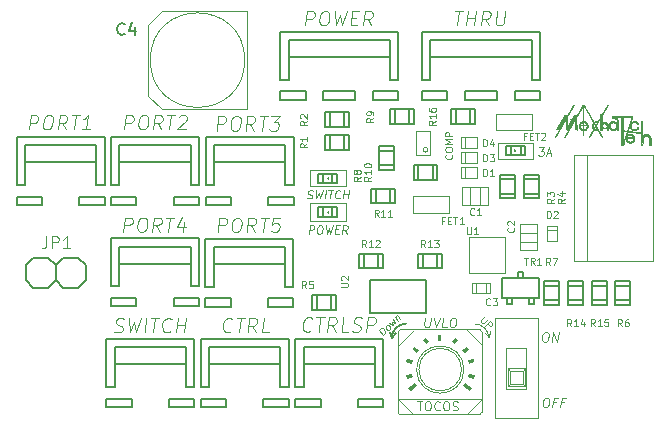
<source format=gbr>
%TF.GenerationSoftware,KiCad,Pcbnew,7.0.1*%
%TF.CreationDate,2023-03-31T01:00:54+09:00*%
%TF.ProjectId,USB_JST-XH_Converter,5553425f-4a53-4542-9d58-485f436f6e76,rev?*%
%TF.SameCoordinates,Original*%
%TF.FileFunction,Legend,Top*%
%TF.FilePolarity,Positive*%
%FSLAX46Y46*%
G04 Gerber Fmt 4.6, Leading zero omitted, Abs format (unit mm)*
G04 Created by KiCad (PCBNEW 7.0.1) date 2023-03-31 01:00:54*
%MOMM*%
%LPD*%
G01*
G04 APERTURE LIST*
%ADD10C,0.120000*%
%ADD11C,0.150000*%
%ADD12C,0.070000*%
%ADD13C,0.090000*%
%ADD14C,0.100000*%
%ADD15C,0.096520*%
%ADD16C,0.064000*%
%ADD17C,0.127000*%
%ADD18C,0.050000*%
%ADD19C,0.152400*%
%ADD20C,0.010000*%
G04 APERTURE END LIST*
D10*
X150114000Y-101219000D02*
X147066000Y-101219000D01*
X150114000Y-104013000D02*
X147066000Y-104013000D01*
X166000000Y-100275000D02*
X166000000Y-98925000D01*
X163000000Y-98925000D02*
X163000000Y-100275000D01*
X163000000Y-100275000D02*
X166000000Y-100275000D01*
X166000000Y-98925000D02*
X163000000Y-98925000D01*
X162229998Y-115410001D02*
G75*
G03*
X161059922Y-114269366I-1179998J-39999D01*
G01*
X150114000Y-105537000D02*
X150114000Y-104013000D01*
X147066000Y-102616000D02*
X150114000Y-102616000D01*
X162229999Y-115410001D02*
X161940000Y-115030000D01*
X162229999Y-115410001D02*
X162350000Y-114900000D01*
D11*
X154020000Y-115430000D02*
X153870000Y-114910000D01*
X155210000Y-114240000D02*
G75*
G03*
X154020000Y-115430000I0J-1190000D01*
G01*
D10*
X147066000Y-101219000D02*
X147066000Y-102616000D01*
X150114000Y-102616000D02*
X150114000Y-101219000D01*
X147066000Y-105537000D02*
X150114000Y-105537000D01*
X147066000Y-104013000D02*
X147066000Y-105537000D01*
D11*
X154020000Y-115430000D02*
X154360000Y-115030000D01*
D12*
X173500000Y-114477571D02*
X173300000Y-114191857D01*
X173157143Y-114477571D02*
X173157143Y-113877571D01*
X173157143Y-113877571D02*
X173385714Y-113877571D01*
X173385714Y-113877571D02*
X173442857Y-113906142D01*
X173442857Y-113906142D02*
X173471428Y-113934714D01*
X173471428Y-113934714D02*
X173500000Y-113991857D01*
X173500000Y-113991857D02*
X173500000Y-114077571D01*
X173500000Y-114077571D02*
X173471428Y-114134714D01*
X173471428Y-114134714D02*
X173442857Y-114163285D01*
X173442857Y-114163285D02*
X173385714Y-114191857D01*
X173385714Y-114191857D02*
X173157143Y-114191857D01*
X174014286Y-113877571D02*
X173900000Y-113877571D01*
X173900000Y-113877571D02*
X173842857Y-113906142D01*
X173842857Y-113906142D02*
X173814286Y-113934714D01*
X173814286Y-113934714D02*
X173757143Y-114020428D01*
X173757143Y-114020428D02*
X173728571Y-114134714D01*
X173728571Y-114134714D02*
X173728571Y-114363285D01*
X173728571Y-114363285D02*
X173757143Y-114420428D01*
X173757143Y-114420428D02*
X173785714Y-114449000D01*
X173785714Y-114449000D02*
X173842857Y-114477571D01*
X173842857Y-114477571D02*
X173957143Y-114477571D01*
X173957143Y-114477571D02*
X174014286Y-114449000D01*
X174014286Y-114449000D02*
X174042857Y-114420428D01*
X174042857Y-114420428D02*
X174071428Y-114363285D01*
X174071428Y-114363285D02*
X174071428Y-114220428D01*
X174071428Y-114220428D02*
X174042857Y-114163285D01*
X174042857Y-114163285D02*
X174014286Y-114134714D01*
X174014286Y-114134714D02*
X173957143Y-114106142D01*
X173957143Y-114106142D02*
X173842857Y-114106142D01*
X173842857Y-114106142D02*
X173785714Y-114134714D01*
X173785714Y-114134714D02*
X173757143Y-114163285D01*
X173757143Y-114163285D02*
X173728571Y-114220428D01*
X161010000Y-105000428D02*
X160981428Y-105029000D01*
X160981428Y-105029000D02*
X160895714Y-105057571D01*
X160895714Y-105057571D02*
X160838571Y-105057571D01*
X160838571Y-105057571D02*
X160752857Y-105029000D01*
X160752857Y-105029000D02*
X160695714Y-104971857D01*
X160695714Y-104971857D02*
X160667143Y-104914714D01*
X160667143Y-104914714D02*
X160638571Y-104800428D01*
X160638571Y-104800428D02*
X160638571Y-104714714D01*
X160638571Y-104714714D02*
X160667143Y-104600428D01*
X160667143Y-104600428D02*
X160695714Y-104543285D01*
X160695714Y-104543285D02*
X160752857Y-104486142D01*
X160752857Y-104486142D02*
X160838571Y-104457571D01*
X160838571Y-104457571D02*
X160895714Y-104457571D01*
X160895714Y-104457571D02*
X160981428Y-104486142D01*
X160981428Y-104486142D02*
X161010000Y-104514714D01*
X161581428Y-105057571D02*
X161238571Y-105057571D01*
X161410000Y-105057571D02*
X161410000Y-104457571D01*
X161410000Y-104457571D02*
X161352857Y-104543285D01*
X161352857Y-104543285D02*
X161295714Y-104600428D01*
X161295714Y-104600428D02*
X161238571Y-104629000D01*
X167752571Y-103649999D02*
X167466857Y-103849999D01*
X167752571Y-103992856D02*
X167152571Y-103992856D01*
X167152571Y-103992856D02*
X167152571Y-103764285D01*
X167152571Y-103764285D02*
X167181142Y-103707142D01*
X167181142Y-103707142D02*
X167209714Y-103678571D01*
X167209714Y-103678571D02*
X167266857Y-103649999D01*
X167266857Y-103649999D02*
X167352571Y-103649999D01*
X167352571Y-103649999D02*
X167409714Y-103678571D01*
X167409714Y-103678571D02*
X167438285Y-103707142D01*
X167438285Y-103707142D02*
X167466857Y-103764285D01*
X167466857Y-103764285D02*
X167466857Y-103992856D01*
X167152571Y-103449999D02*
X167152571Y-103078571D01*
X167152571Y-103078571D02*
X167381142Y-103278571D01*
X167381142Y-103278571D02*
X167381142Y-103192856D01*
X167381142Y-103192856D02*
X167409714Y-103135714D01*
X167409714Y-103135714D02*
X167438285Y-103107142D01*
X167438285Y-103107142D02*
X167495428Y-103078571D01*
X167495428Y-103078571D02*
X167638285Y-103078571D01*
X167638285Y-103078571D02*
X167695428Y-103107142D01*
X167695428Y-103107142D02*
X167724000Y-103135714D01*
X167724000Y-103135714D02*
X167752571Y-103192856D01*
X167752571Y-103192856D02*
X167752571Y-103364285D01*
X167752571Y-103364285D02*
X167724000Y-103421428D01*
X167724000Y-103421428D02*
X167695428Y-103449999D01*
X168652571Y-103649999D02*
X168366857Y-103849999D01*
X168652571Y-103992856D02*
X168052571Y-103992856D01*
X168052571Y-103992856D02*
X168052571Y-103764285D01*
X168052571Y-103764285D02*
X168081142Y-103707142D01*
X168081142Y-103707142D02*
X168109714Y-103678571D01*
X168109714Y-103678571D02*
X168166857Y-103649999D01*
X168166857Y-103649999D02*
X168252571Y-103649999D01*
X168252571Y-103649999D02*
X168309714Y-103678571D01*
X168309714Y-103678571D02*
X168338285Y-103707142D01*
X168338285Y-103707142D02*
X168366857Y-103764285D01*
X168366857Y-103764285D02*
X168366857Y-103992856D01*
X168252571Y-103135714D02*
X168652571Y-103135714D01*
X168024000Y-103278571D02*
X168452571Y-103421428D01*
X168452571Y-103421428D02*
X168452571Y-103049999D01*
X159095428Y-99921427D02*
X159124000Y-99949999D01*
X159124000Y-99949999D02*
X159152571Y-100035713D01*
X159152571Y-100035713D02*
X159152571Y-100092856D01*
X159152571Y-100092856D02*
X159124000Y-100178570D01*
X159124000Y-100178570D02*
X159066857Y-100235713D01*
X159066857Y-100235713D02*
X159009714Y-100264284D01*
X159009714Y-100264284D02*
X158895428Y-100292856D01*
X158895428Y-100292856D02*
X158809714Y-100292856D01*
X158809714Y-100292856D02*
X158695428Y-100264284D01*
X158695428Y-100264284D02*
X158638285Y-100235713D01*
X158638285Y-100235713D02*
X158581142Y-100178570D01*
X158581142Y-100178570D02*
X158552571Y-100092856D01*
X158552571Y-100092856D02*
X158552571Y-100035713D01*
X158552571Y-100035713D02*
X158581142Y-99949999D01*
X158581142Y-99949999D02*
X158609714Y-99921427D01*
X158552571Y-99549999D02*
X158552571Y-99435713D01*
X158552571Y-99435713D02*
X158581142Y-99378570D01*
X158581142Y-99378570D02*
X158638285Y-99321427D01*
X158638285Y-99321427D02*
X158752571Y-99292856D01*
X158752571Y-99292856D02*
X158952571Y-99292856D01*
X158952571Y-99292856D02*
X159066857Y-99321427D01*
X159066857Y-99321427D02*
X159124000Y-99378570D01*
X159124000Y-99378570D02*
X159152571Y-99435713D01*
X159152571Y-99435713D02*
X159152571Y-99549999D01*
X159152571Y-99549999D02*
X159124000Y-99607142D01*
X159124000Y-99607142D02*
X159066857Y-99664284D01*
X159066857Y-99664284D02*
X158952571Y-99692856D01*
X158952571Y-99692856D02*
X158752571Y-99692856D01*
X158752571Y-99692856D02*
X158638285Y-99664284D01*
X158638285Y-99664284D02*
X158581142Y-99607142D01*
X158581142Y-99607142D02*
X158552571Y-99549999D01*
X159152571Y-99035713D02*
X158552571Y-99035713D01*
X158552571Y-99035713D02*
X158981142Y-98835713D01*
X158981142Y-98835713D02*
X158552571Y-98635713D01*
X158552571Y-98635713D02*
X159152571Y-98635713D01*
X159152571Y-98349999D02*
X158552571Y-98349999D01*
X158552571Y-98349999D02*
X158552571Y-98121428D01*
X158552571Y-98121428D02*
X158581142Y-98064285D01*
X158581142Y-98064285D02*
X158609714Y-98035714D01*
X158609714Y-98035714D02*
X158666857Y-98007142D01*
X158666857Y-98007142D02*
X158752571Y-98007142D01*
X158752571Y-98007142D02*
X158809714Y-98035714D01*
X158809714Y-98035714D02*
X158838285Y-98064285D01*
X158838285Y-98064285D02*
X158866857Y-98121428D01*
X158866857Y-98121428D02*
X158866857Y-98349999D01*
X161757143Y-101752571D02*
X161757143Y-101152571D01*
X161757143Y-101152571D02*
X161900000Y-101152571D01*
X161900000Y-101152571D02*
X161985714Y-101181142D01*
X161985714Y-101181142D02*
X162042857Y-101238285D01*
X162042857Y-101238285D02*
X162071428Y-101295428D01*
X162071428Y-101295428D02*
X162100000Y-101409714D01*
X162100000Y-101409714D02*
X162100000Y-101495428D01*
X162100000Y-101495428D02*
X162071428Y-101609714D01*
X162071428Y-101609714D02*
X162042857Y-101666857D01*
X162042857Y-101666857D02*
X161985714Y-101724000D01*
X161985714Y-101724000D02*
X161900000Y-101752571D01*
X161900000Y-101752571D02*
X161757143Y-101752571D01*
X162671428Y-101752571D02*
X162328571Y-101752571D01*
X162500000Y-101752571D02*
X162500000Y-101152571D01*
X162500000Y-101152571D02*
X162442857Y-101238285D01*
X162442857Y-101238285D02*
X162385714Y-101295428D01*
X162385714Y-101295428D02*
X162328571Y-101324000D01*
D13*
X166504167Y-99323833D02*
X166937500Y-99323833D01*
X166937500Y-99323833D02*
X166670834Y-99590500D01*
X166670834Y-99590500D02*
X166770834Y-99590500D01*
X166770834Y-99590500D02*
X166833334Y-99623833D01*
X166833334Y-99623833D02*
X166862500Y-99657166D01*
X166862500Y-99657166D02*
X166887500Y-99723833D01*
X166887500Y-99723833D02*
X166866667Y-99890500D01*
X166866667Y-99890500D02*
X166825000Y-99957166D01*
X166825000Y-99957166D02*
X166787500Y-99990500D01*
X166787500Y-99990500D02*
X166716667Y-100023833D01*
X166716667Y-100023833D02*
X166516667Y-100023833D01*
X166516667Y-100023833D02*
X166454167Y-99990500D01*
X166454167Y-99990500D02*
X166425000Y-99957166D01*
X167137500Y-99823833D02*
X167470834Y-99823833D01*
X167045834Y-100023833D02*
X167366667Y-99323833D01*
X167366667Y-99323833D02*
X167512500Y-100023833D01*
D12*
X156834285Y-107767571D02*
X156634285Y-107481857D01*
X156491428Y-107767571D02*
X156491428Y-107167571D01*
X156491428Y-107167571D02*
X156719999Y-107167571D01*
X156719999Y-107167571D02*
X156777142Y-107196142D01*
X156777142Y-107196142D02*
X156805713Y-107224714D01*
X156805713Y-107224714D02*
X156834285Y-107281857D01*
X156834285Y-107281857D02*
X156834285Y-107367571D01*
X156834285Y-107367571D02*
X156805713Y-107424714D01*
X156805713Y-107424714D02*
X156777142Y-107453285D01*
X156777142Y-107453285D02*
X156719999Y-107481857D01*
X156719999Y-107481857D02*
X156491428Y-107481857D01*
X157405713Y-107767571D02*
X157062856Y-107767571D01*
X157234285Y-107767571D02*
X157234285Y-107167571D01*
X157234285Y-107167571D02*
X157177142Y-107253285D01*
X157177142Y-107253285D02*
X157119999Y-107310428D01*
X157119999Y-107310428D02*
X157062856Y-107339000D01*
X157605714Y-107167571D02*
X157977142Y-107167571D01*
X157977142Y-107167571D02*
X157777142Y-107396142D01*
X157777142Y-107396142D02*
X157862857Y-107396142D01*
X157862857Y-107396142D02*
X157920000Y-107424714D01*
X157920000Y-107424714D02*
X157948571Y-107453285D01*
X157948571Y-107453285D02*
X157977142Y-107510428D01*
X157977142Y-107510428D02*
X157977142Y-107653285D01*
X157977142Y-107653285D02*
X157948571Y-107710428D01*
X157948571Y-107710428D02*
X157920000Y-107739000D01*
X157920000Y-107739000D02*
X157862857Y-107767571D01*
X157862857Y-107767571D02*
X157691428Y-107767571D01*
X157691428Y-107767571D02*
X157634285Y-107739000D01*
X157634285Y-107739000D02*
X157605714Y-107710428D01*
X165400000Y-98363285D02*
X165200000Y-98363285D01*
X165200000Y-98677571D02*
X165200000Y-98077571D01*
X165200000Y-98077571D02*
X165485714Y-98077571D01*
X165714286Y-98363285D02*
X165914286Y-98363285D01*
X166000000Y-98677571D02*
X165714286Y-98677571D01*
X165714286Y-98677571D02*
X165714286Y-98077571D01*
X165714286Y-98077571D02*
X166000000Y-98077571D01*
X166171428Y-98077571D02*
X166514286Y-98077571D01*
X166342857Y-98677571D02*
X166342857Y-98077571D01*
X166685714Y-98134714D02*
X166714286Y-98106142D01*
X166714286Y-98106142D02*
X166771429Y-98077571D01*
X166771429Y-98077571D02*
X166914286Y-98077571D01*
X166914286Y-98077571D02*
X166971429Y-98106142D01*
X166971429Y-98106142D02*
X167000000Y-98134714D01*
X167000000Y-98134714D02*
X167028571Y-98191857D01*
X167028571Y-98191857D02*
X167028571Y-98249000D01*
X167028571Y-98249000D02*
X167000000Y-98334714D01*
X167000000Y-98334714D02*
X166657143Y-98677571D01*
X166657143Y-98677571D02*
X167028571Y-98677571D01*
D13*
X156870477Y-113720095D02*
X156789524Y-114367714D01*
X156789524Y-114367714D02*
X156818096Y-114443904D01*
X156818096Y-114443904D02*
X156851429Y-114482000D01*
X156851429Y-114482000D02*
X156922858Y-114520095D01*
X156922858Y-114520095D02*
X157075239Y-114520095D01*
X157075239Y-114520095D02*
X157156191Y-114482000D01*
X157156191Y-114482000D02*
X157199048Y-114443904D01*
X157199048Y-114443904D02*
X157246667Y-114367714D01*
X157246667Y-114367714D02*
X157327620Y-113720095D01*
X157589524Y-113720095D02*
X157756191Y-114520095D01*
X157756191Y-114520095D02*
X158122857Y-113720095D01*
X158665714Y-114520095D02*
X158284762Y-114520095D01*
X158284762Y-114520095D02*
X158384762Y-113720095D01*
X159180000Y-113720095D02*
X159332381Y-113720095D01*
X159332381Y-113720095D02*
X159403809Y-113758190D01*
X159403809Y-113758190D02*
X159470476Y-113834380D01*
X159470476Y-113834380D02*
X159489524Y-113986761D01*
X159489524Y-113986761D02*
X159456190Y-114253428D01*
X159456190Y-114253428D02*
X159399047Y-114405809D01*
X159399047Y-114405809D02*
X159313333Y-114482000D01*
X159313333Y-114482000D02*
X159232381Y-114520095D01*
X159232381Y-114520095D02*
X159080000Y-114520095D01*
X159080000Y-114520095D02*
X159008571Y-114482000D01*
X159008571Y-114482000D02*
X158941905Y-114405809D01*
X158941905Y-114405809D02*
X158922857Y-114253428D01*
X158922857Y-114253428D02*
X158956190Y-113986761D01*
X158956190Y-113986761D02*
X159013333Y-113834380D01*
X159013333Y-113834380D02*
X159099047Y-113758190D01*
X159099047Y-113758190D02*
X159180000Y-113720095D01*
D12*
X161914641Y-113608658D02*
X161571189Y-113952110D01*
X161571189Y-113952110D02*
X161550986Y-114012719D01*
X161550986Y-114012719D02*
X161550986Y-114053125D01*
X161550986Y-114053125D02*
X161571189Y-114113735D01*
X161571189Y-114113735D02*
X161652001Y-114194547D01*
X161652001Y-114194547D02*
X161712611Y-114214750D01*
X161712611Y-114214750D02*
X161753017Y-114214750D01*
X161753017Y-114214750D02*
X161813626Y-114194547D01*
X161813626Y-114194547D02*
X162157078Y-113851095D01*
X161934844Y-114477389D02*
X162359108Y-114053125D01*
X162359108Y-114053125D02*
X162520732Y-114214749D01*
X162520732Y-114214749D02*
X162540935Y-114275359D01*
X162540935Y-114275359D02*
X162540935Y-114315765D01*
X162540935Y-114315765D02*
X162520732Y-114376374D01*
X162520732Y-114376374D02*
X162460123Y-114436983D01*
X162460123Y-114436983D02*
X162399514Y-114457186D01*
X162399514Y-114457186D02*
X162359108Y-114457186D01*
X162359108Y-114457186D02*
X162298499Y-114436983D01*
X162298499Y-114436983D02*
X162136874Y-114275359D01*
X167450000Y-109277571D02*
X167250000Y-108991857D01*
X167107143Y-109277571D02*
X167107143Y-108677571D01*
X167107143Y-108677571D02*
X167335714Y-108677571D01*
X167335714Y-108677571D02*
X167392857Y-108706142D01*
X167392857Y-108706142D02*
X167421428Y-108734714D01*
X167421428Y-108734714D02*
X167450000Y-108791857D01*
X167450000Y-108791857D02*
X167450000Y-108877571D01*
X167450000Y-108877571D02*
X167421428Y-108934714D01*
X167421428Y-108934714D02*
X167392857Y-108963285D01*
X167392857Y-108963285D02*
X167335714Y-108991857D01*
X167335714Y-108991857D02*
X167107143Y-108991857D01*
X167650000Y-108677571D02*
X168050000Y-108677571D01*
X168050000Y-108677571D02*
X167792857Y-109277571D01*
D11*
X131403333Y-89687380D02*
X131355714Y-89735000D01*
X131355714Y-89735000D02*
X131212857Y-89782619D01*
X131212857Y-89782619D02*
X131117619Y-89782619D01*
X131117619Y-89782619D02*
X130974762Y-89735000D01*
X130974762Y-89735000D02*
X130879524Y-89639761D01*
X130879524Y-89639761D02*
X130831905Y-89544523D01*
X130831905Y-89544523D02*
X130784286Y-89354047D01*
X130784286Y-89354047D02*
X130784286Y-89211190D01*
X130784286Y-89211190D02*
X130831905Y-89020714D01*
X130831905Y-89020714D02*
X130879524Y-88925476D01*
X130879524Y-88925476D02*
X130974762Y-88830238D01*
X130974762Y-88830238D02*
X131117619Y-88782619D01*
X131117619Y-88782619D02*
X131212857Y-88782619D01*
X131212857Y-88782619D02*
X131355714Y-88830238D01*
X131355714Y-88830238D02*
X131403333Y-88877857D01*
X132260476Y-89115952D02*
X132260476Y-89782619D01*
X132022381Y-88735000D02*
X131784286Y-89449285D01*
X131784286Y-89449285D02*
X132403333Y-89449285D01*
D12*
X167157143Y-105302571D02*
X167157143Y-104702571D01*
X167157143Y-104702571D02*
X167300000Y-104702571D01*
X167300000Y-104702571D02*
X167385714Y-104731142D01*
X167385714Y-104731142D02*
X167442857Y-104788285D01*
X167442857Y-104788285D02*
X167471428Y-104845428D01*
X167471428Y-104845428D02*
X167500000Y-104959714D01*
X167500000Y-104959714D02*
X167500000Y-105045428D01*
X167500000Y-105045428D02*
X167471428Y-105159714D01*
X167471428Y-105159714D02*
X167442857Y-105216857D01*
X167442857Y-105216857D02*
X167385714Y-105274000D01*
X167385714Y-105274000D02*
X167300000Y-105302571D01*
X167300000Y-105302571D02*
X167157143Y-105302571D01*
X167728571Y-104759714D02*
X167757143Y-104731142D01*
X167757143Y-104731142D02*
X167814286Y-104702571D01*
X167814286Y-104702571D02*
X167957143Y-104702571D01*
X167957143Y-104702571D02*
X168014286Y-104731142D01*
X168014286Y-104731142D02*
X168042857Y-104759714D01*
X168042857Y-104759714D02*
X168071428Y-104816857D01*
X168071428Y-104816857D02*
X168071428Y-104874000D01*
X168071428Y-104874000D02*
X168042857Y-104959714D01*
X168042857Y-104959714D02*
X167700000Y-105302571D01*
X167700000Y-105302571D02*
X168071428Y-105302571D01*
X157752571Y-97085714D02*
X157466857Y-97285714D01*
X157752571Y-97428571D02*
X157152571Y-97428571D01*
X157152571Y-97428571D02*
X157152571Y-97200000D01*
X157152571Y-97200000D02*
X157181142Y-97142857D01*
X157181142Y-97142857D02*
X157209714Y-97114286D01*
X157209714Y-97114286D02*
X157266857Y-97085714D01*
X157266857Y-97085714D02*
X157352571Y-97085714D01*
X157352571Y-97085714D02*
X157409714Y-97114286D01*
X157409714Y-97114286D02*
X157438285Y-97142857D01*
X157438285Y-97142857D02*
X157466857Y-97200000D01*
X157466857Y-97200000D02*
X157466857Y-97428571D01*
X157752571Y-96514286D02*
X157752571Y-96857143D01*
X157752571Y-96685714D02*
X157152571Y-96685714D01*
X157152571Y-96685714D02*
X157238285Y-96742857D01*
X157238285Y-96742857D02*
X157295428Y-96800000D01*
X157295428Y-96800000D02*
X157324000Y-96857143D01*
X157152571Y-96000000D02*
X157152571Y-96114285D01*
X157152571Y-96114285D02*
X157181142Y-96171428D01*
X157181142Y-96171428D02*
X157209714Y-96200000D01*
X157209714Y-96200000D02*
X157295428Y-96257142D01*
X157295428Y-96257142D02*
X157409714Y-96285714D01*
X157409714Y-96285714D02*
X157638285Y-96285714D01*
X157638285Y-96285714D02*
X157695428Y-96257142D01*
X157695428Y-96257142D02*
X157724000Y-96228571D01*
X157724000Y-96228571D02*
X157752571Y-96171428D01*
X157752571Y-96171428D02*
X157752571Y-96057142D01*
X157752571Y-96057142D02*
X157724000Y-96000000D01*
X157724000Y-96000000D02*
X157695428Y-95971428D01*
X157695428Y-95971428D02*
X157638285Y-95942857D01*
X157638285Y-95942857D02*
X157495428Y-95942857D01*
X157495428Y-95942857D02*
X157438285Y-95971428D01*
X157438285Y-95971428D02*
X157409714Y-96000000D01*
X157409714Y-96000000D02*
X157381142Y-96057142D01*
X157381142Y-96057142D02*
X157381142Y-96171428D01*
X157381142Y-96171428D02*
X157409714Y-96228571D01*
X157409714Y-96228571D02*
X157438285Y-96257142D01*
X157438285Y-96257142D02*
X157495428Y-96285714D01*
X165222856Y-108657571D02*
X165565714Y-108657571D01*
X165394285Y-109257571D02*
X165394285Y-108657571D01*
X166108571Y-109257571D02*
X165908571Y-108971857D01*
X165765714Y-109257571D02*
X165765714Y-108657571D01*
X165765714Y-108657571D02*
X165994285Y-108657571D01*
X165994285Y-108657571D02*
X166051428Y-108686142D01*
X166051428Y-108686142D02*
X166079999Y-108714714D01*
X166079999Y-108714714D02*
X166108571Y-108771857D01*
X166108571Y-108771857D02*
X166108571Y-108857571D01*
X166108571Y-108857571D02*
X166079999Y-108914714D01*
X166079999Y-108914714D02*
X166051428Y-108943285D01*
X166051428Y-108943285D02*
X165994285Y-108971857D01*
X165994285Y-108971857D02*
X165765714Y-108971857D01*
X166679999Y-109257571D02*
X166337142Y-109257571D01*
X166508571Y-109257571D02*
X166508571Y-108657571D01*
X166508571Y-108657571D02*
X166451428Y-108743285D01*
X166451428Y-108743285D02*
X166394285Y-108800428D01*
X166394285Y-108800428D02*
X166337142Y-108829000D01*
X153301589Y-115230955D02*
X152930358Y-114753658D01*
X152930358Y-114753658D02*
X153031373Y-114652643D01*
X153031373Y-114652643D02*
X153109660Y-114614762D01*
X153109660Y-114614762D02*
X153185422Y-114619813D01*
X153185422Y-114619813D02*
X153240980Y-114645067D01*
X153240980Y-114645067D02*
X153331894Y-114715777D01*
X153331894Y-114715777D02*
X153384927Y-114783963D01*
X153384927Y-114783963D02*
X153435434Y-114895079D01*
X153435434Y-114895079D02*
X153450587Y-114960739D01*
X153450587Y-114960739D02*
X153445536Y-115046602D01*
X153445536Y-115046602D02*
X153402604Y-115129940D01*
X153402604Y-115129940D02*
X153301589Y-115230955D01*
X153783937Y-114748607D02*
X153725854Y-114766285D01*
X153725854Y-114766285D02*
X153687973Y-114763759D01*
X153687973Y-114763759D02*
X153632414Y-114738505D01*
X153632414Y-114738505D02*
X153526348Y-114602135D01*
X153526348Y-114602135D02*
X153511196Y-114536475D01*
X153511196Y-114536475D02*
X153513722Y-114493543D01*
X153513722Y-114493543D02*
X153536450Y-114430409D01*
X153536450Y-114430409D02*
X153597059Y-114369800D01*
X153597059Y-114369800D02*
X153655143Y-114352122D01*
X153655143Y-114352122D02*
X153693024Y-114354647D01*
X153693024Y-114354647D02*
X153748582Y-114379901D01*
X153748582Y-114379901D02*
X153854648Y-114516272D01*
X153854648Y-114516272D02*
X153869800Y-114581932D01*
X153869800Y-114581932D02*
X153867275Y-114624863D01*
X153867275Y-114624863D02*
X153844547Y-114687998D01*
X153844547Y-114687998D02*
X153783937Y-114748607D01*
X153816768Y-114150091D02*
X154145067Y-114387477D01*
X154145067Y-114387477D02*
X154049103Y-114079381D01*
X154049103Y-114079381D02*
X154306692Y-114225853D01*
X154306692Y-114225853D02*
X154140016Y-113826843D01*
X154299115Y-113667743D02*
X154546603Y-113985942D01*
X154334471Y-113713200D02*
X154336996Y-113670269D01*
X154336996Y-113670269D02*
X154359725Y-113607134D01*
X154359725Y-113607134D02*
X154420334Y-113546525D01*
X154420334Y-113546525D02*
X154478417Y-113528848D01*
X154478417Y-113528848D02*
X154533976Y-113554101D01*
X154533976Y-113554101D02*
X154728430Y-113804114D01*
X146837571Y-98979999D02*
X146551857Y-99179999D01*
X146837571Y-99322856D02*
X146237571Y-99322856D01*
X146237571Y-99322856D02*
X146237571Y-99094285D01*
X146237571Y-99094285D02*
X146266142Y-99037142D01*
X146266142Y-99037142D02*
X146294714Y-99008571D01*
X146294714Y-99008571D02*
X146351857Y-98979999D01*
X146351857Y-98979999D02*
X146437571Y-98979999D01*
X146437571Y-98979999D02*
X146494714Y-99008571D01*
X146494714Y-99008571D02*
X146523285Y-99037142D01*
X146523285Y-99037142D02*
X146551857Y-99094285D01*
X146551857Y-99094285D02*
X146551857Y-99322856D01*
X146837571Y-98408571D02*
X146837571Y-98751428D01*
X146837571Y-98579999D02*
X146237571Y-98579999D01*
X146237571Y-98579999D02*
X146323285Y-98637142D01*
X146323285Y-98637142D02*
X146380428Y-98694285D01*
X146380428Y-98694285D02*
X146409000Y-98751428D01*
X161757143Y-99227571D02*
X161757143Y-98627571D01*
X161757143Y-98627571D02*
X161900000Y-98627571D01*
X161900000Y-98627571D02*
X161985714Y-98656142D01*
X161985714Y-98656142D02*
X162042857Y-98713285D01*
X162042857Y-98713285D02*
X162071428Y-98770428D01*
X162071428Y-98770428D02*
X162100000Y-98884714D01*
X162100000Y-98884714D02*
X162100000Y-98970428D01*
X162100000Y-98970428D02*
X162071428Y-99084714D01*
X162071428Y-99084714D02*
X162042857Y-99141857D01*
X162042857Y-99141857D02*
X161985714Y-99199000D01*
X161985714Y-99199000D02*
X161900000Y-99227571D01*
X161900000Y-99227571D02*
X161757143Y-99227571D01*
X162614286Y-98827571D02*
X162614286Y-99227571D01*
X162471428Y-98599000D02*
X162328571Y-99027571D01*
X162328571Y-99027571D02*
X162700000Y-99027571D01*
X146837571Y-97069999D02*
X146551857Y-97269999D01*
X146837571Y-97412856D02*
X146237571Y-97412856D01*
X146237571Y-97412856D02*
X146237571Y-97184285D01*
X146237571Y-97184285D02*
X146266142Y-97127142D01*
X146266142Y-97127142D02*
X146294714Y-97098571D01*
X146294714Y-97098571D02*
X146351857Y-97069999D01*
X146351857Y-97069999D02*
X146437571Y-97069999D01*
X146437571Y-97069999D02*
X146494714Y-97098571D01*
X146494714Y-97098571D02*
X146523285Y-97127142D01*
X146523285Y-97127142D02*
X146551857Y-97184285D01*
X146551857Y-97184285D02*
X146551857Y-97412856D01*
X146294714Y-96841428D02*
X146266142Y-96812856D01*
X146266142Y-96812856D02*
X146237571Y-96755714D01*
X146237571Y-96755714D02*
X146237571Y-96612856D01*
X146237571Y-96612856D02*
X146266142Y-96555714D01*
X146266142Y-96555714D02*
X146294714Y-96527142D01*
X146294714Y-96527142D02*
X146351857Y-96498571D01*
X146351857Y-96498571D02*
X146409000Y-96498571D01*
X146409000Y-96498571D02*
X146494714Y-96527142D01*
X146494714Y-96527142D02*
X146837571Y-96869999D01*
X146837571Y-96869999D02*
X146837571Y-96498571D01*
X151397571Y-101799999D02*
X151111857Y-101999999D01*
X151397571Y-102142856D02*
X150797571Y-102142856D01*
X150797571Y-102142856D02*
X150797571Y-101914285D01*
X150797571Y-101914285D02*
X150826142Y-101857142D01*
X150826142Y-101857142D02*
X150854714Y-101828571D01*
X150854714Y-101828571D02*
X150911857Y-101799999D01*
X150911857Y-101799999D02*
X150997571Y-101799999D01*
X150997571Y-101799999D02*
X151054714Y-101828571D01*
X151054714Y-101828571D02*
X151083285Y-101857142D01*
X151083285Y-101857142D02*
X151111857Y-101914285D01*
X151111857Y-101914285D02*
X151111857Y-102142856D01*
X151054714Y-101457142D02*
X151026142Y-101514285D01*
X151026142Y-101514285D02*
X150997571Y-101542856D01*
X150997571Y-101542856D02*
X150940428Y-101571428D01*
X150940428Y-101571428D02*
X150911857Y-101571428D01*
X150911857Y-101571428D02*
X150854714Y-101542856D01*
X150854714Y-101542856D02*
X150826142Y-101514285D01*
X150826142Y-101514285D02*
X150797571Y-101457142D01*
X150797571Y-101457142D02*
X150797571Y-101342856D01*
X150797571Y-101342856D02*
X150826142Y-101285714D01*
X150826142Y-101285714D02*
X150854714Y-101257142D01*
X150854714Y-101257142D02*
X150911857Y-101228571D01*
X150911857Y-101228571D02*
X150940428Y-101228571D01*
X150940428Y-101228571D02*
X150997571Y-101257142D01*
X150997571Y-101257142D02*
X151026142Y-101285714D01*
X151026142Y-101285714D02*
X151054714Y-101342856D01*
X151054714Y-101342856D02*
X151054714Y-101457142D01*
X151054714Y-101457142D02*
X151083285Y-101514285D01*
X151083285Y-101514285D02*
X151111857Y-101542856D01*
X151111857Y-101542856D02*
X151169000Y-101571428D01*
X151169000Y-101571428D02*
X151283285Y-101571428D01*
X151283285Y-101571428D02*
X151340428Y-101542856D01*
X151340428Y-101542856D02*
X151369000Y-101514285D01*
X151369000Y-101514285D02*
X151397571Y-101457142D01*
X151397571Y-101457142D02*
X151397571Y-101342856D01*
X151397571Y-101342856D02*
X151369000Y-101285714D01*
X151369000Y-101285714D02*
X151340428Y-101257142D01*
X151340428Y-101257142D02*
X151283285Y-101228571D01*
X151283285Y-101228571D02*
X151169000Y-101228571D01*
X151169000Y-101228571D02*
X151111857Y-101257142D01*
X151111857Y-101257142D02*
X151083285Y-101285714D01*
X151083285Y-101285714D02*
X151054714Y-101342856D01*
X171214285Y-114452571D02*
X171014285Y-114166857D01*
X170871428Y-114452571D02*
X170871428Y-113852571D01*
X170871428Y-113852571D02*
X171099999Y-113852571D01*
X171099999Y-113852571D02*
X171157142Y-113881142D01*
X171157142Y-113881142D02*
X171185713Y-113909714D01*
X171185713Y-113909714D02*
X171214285Y-113966857D01*
X171214285Y-113966857D02*
X171214285Y-114052571D01*
X171214285Y-114052571D02*
X171185713Y-114109714D01*
X171185713Y-114109714D02*
X171157142Y-114138285D01*
X171157142Y-114138285D02*
X171099999Y-114166857D01*
X171099999Y-114166857D02*
X170871428Y-114166857D01*
X171785713Y-114452571D02*
X171442856Y-114452571D01*
X171614285Y-114452571D02*
X171614285Y-113852571D01*
X171614285Y-113852571D02*
X171557142Y-113938285D01*
X171557142Y-113938285D02*
X171499999Y-113995428D01*
X171499999Y-113995428D02*
X171442856Y-114024000D01*
X172328571Y-113852571D02*
X172042857Y-113852571D01*
X172042857Y-113852571D02*
X172014285Y-114138285D01*
X172014285Y-114138285D02*
X172042857Y-114109714D01*
X172042857Y-114109714D02*
X172100000Y-114081142D01*
X172100000Y-114081142D02*
X172242857Y-114081142D01*
X172242857Y-114081142D02*
X172300000Y-114109714D01*
X172300000Y-114109714D02*
X172328571Y-114138285D01*
X172328571Y-114138285D02*
X172357142Y-114195428D01*
X172357142Y-114195428D02*
X172357142Y-114338285D01*
X172357142Y-114338285D02*
X172328571Y-114395428D01*
X172328571Y-114395428D02*
X172300000Y-114424000D01*
X172300000Y-114424000D02*
X172242857Y-114452571D01*
X172242857Y-114452571D02*
X172100000Y-114452571D01*
X172100000Y-114452571D02*
X172042857Y-114424000D01*
X172042857Y-114424000D02*
X172014285Y-114395428D01*
D14*
X167040477Y-120520095D02*
X167192858Y-120520095D01*
X167192858Y-120520095D02*
X167264286Y-120558190D01*
X167264286Y-120558190D02*
X167330953Y-120634380D01*
X167330953Y-120634380D02*
X167350001Y-120786761D01*
X167350001Y-120786761D02*
X167316667Y-121053428D01*
X167316667Y-121053428D02*
X167259524Y-121205809D01*
X167259524Y-121205809D02*
X167173810Y-121282000D01*
X167173810Y-121282000D02*
X167092858Y-121320095D01*
X167092858Y-121320095D02*
X166940477Y-121320095D01*
X166940477Y-121320095D02*
X166869048Y-121282000D01*
X166869048Y-121282000D02*
X166802382Y-121205809D01*
X166802382Y-121205809D02*
X166783334Y-121053428D01*
X166783334Y-121053428D02*
X166816667Y-120786761D01*
X166816667Y-120786761D02*
X166873810Y-120634380D01*
X166873810Y-120634380D02*
X166959524Y-120558190D01*
X166959524Y-120558190D02*
X167040477Y-120520095D01*
X167940476Y-120901047D02*
X167673810Y-120901047D01*
X167621429Y-121320095D02*
X167721429Y-120520095D01*
X167721429Y-120520095D02*
X168102381Y-120520095D01*
X168621428Y-120901047D02*
X168354762Y-120901047D01*
X168302381Y-121320095D02*
X168402381Y-120520095D01*
X168402381Y-120520095D02*
X168783333Y-120520095D01*
D12*
X162350000Y-112640428D02*
X162321428Y-112669000D01*
X162321428Y-112669000D02*
X162235714Y-112697571D01*
X162235714Y-112697571D02*
X162178571Y-112697571D01*
X162178571Y-112697571D02*
X162092857Y-112669000D01*
X162092857Y-112669000D02*
X162035714Y-112611857D01*
X162035714Y-112611857D02*
X162007143Y-112554714D01*
X162007143Y-112554714D02*
X161978571Y-112440428D01*
X161978571Y-112440428D02*
X161978571Y-112354714D01*
X161978571Y-112354714D02*
X162007143Y-112240428D01*
X162007143Y-112240428D02*
X162035714Y-112183285D01*
X162035714Y-112183285D02*
X162092857Y-112126142D01*
X162092857Y-112126142D02*
X162178571Y-112097571D01*
X162178571Y-112097571D02*
X162235714Y-112097571D01*
X162235714Y-112097571D02*
X162321428Y-112126142D01*
X162321428Y-112126142D02*
X162350000Y-112154714D01*
X162550000Y-112097571D02*
X162921428Y-112097571D01*
X162921428Y-112097571D02*
X162721428Y-112326142D01*
X162721428Y-112326142D02*
X162807143Y-112326142D01*
X162807143Y-112326142D02*
X162864286Y-112354714D01*
X162864286Y-112354714D02*
X162892857Y-112383285D01*
X162892857Y-112383285D02*
X162921428Y-112440428D01*
X162921428Y-112440428D02*
X162921428Y-112583285D01*
X162921428Y-112583285D02*
X162892857Y-112640428D01*
X162892857Y-112640428D02*
X162864286Y-112669000D01*
X162864286Y-112669000D02*
X162807143Y-112697571D01*
X162807143Y-112697571D02*
X162635714Y-112697571D01*
X162635714Y-112697571D02*
X162578571Y-112669000D01*
X162578571Y-112669000D02*
X162550000Y-112640428D01*
X152457571Y-96819999D02*
X152171857Y-97019999D01*
X152457571Y-97162856D02*
X151857571Y-97162856D01*
X151857571Y-97162856D02*
X151857571Y-96934285D01*
X151857571Y-96934285D02*
X151886142Y-96877142D01*
X151886142Y-96877142D02*
X151914714Y-96848571D01*
X151914714Y-96848571D02*
X151971857Y-96819999D01*
X151971857Y-96819999D02*
X152057571Y-96819999D01*
X152057571Y-96819999D02*
X152114714Y-96848571D01*
X152114714Y-96848571D02*
X152143285Y-96877142D01*
X152143285Y-96877142D02*
X152171857Y-96934285D01*
X152171857Y-96934285D02*
X152171857Y-97162856D01*
X152457571Y-96534285D02*
X152457571Y-96419999D01*
X152457571Y-96419999D02*
X152429000Y-96362856D01*
X152429000Y-96362856D02*
X152400428Y-96334285D01*
X152400428Y-96334285D02*
X152314714Y-96277142D01*
X152314714Y-96277142D02*
X152200428Y-96248571D01*
X152200428Y-96248571D02*
X151971857Y-96248571D01*
X151971857Y-96248571D02*
X151914714Y-96277142D01*
X151914714Y-96277142D02*
X151886142Y-96305714D01*
X151886142Y-96305714D02*
X151857571Y-96362856D01*
X151857571Y-96362856D02*
X151857571Y-96477142D01*
X151857571Y-96477142D02*
X151886142Y-96534285D01*
X151886142Y-96534285D02*
X151914714Y-96562856D01*
X151914714Y-96562856D02*
X151971857Y-96591428D01*
X151971857Y-96591428D02*
X152114714Y-96591428D01*
X152114714Y-96591428D02*
X152171857Y-96562856D01*
X152171857Y-96562856D02*
X152200428Y-96534285D01*
X152200428Y-96534285D02*
X152229000Y-96477142D01*
X152229000Y-96477142D02*
X152229000Y-96362856D01*
X152229000Y-96362856D02*
X152200428Y-96305714D01*
X152200428Y-96305714D02*
X152171857Y-96277142D01*
X152171857Y-96277142D02*
X152114714Y-96248571D01*
D13*
X146852500Y-103605000D02*
X146948333Y-103638333D01*
X146948333Y-103638333D02*
X147115000Y-103638333D01*
X147115000Y-103638333D02*
X147185833Y-103605000D01*
X147185833Y-103605000D02*
X147223333Y-103571666D01*
X147223333Y-103571666D02*
X147265000Y-103505000D01*
X147265000Y-103505000D02*
X147273333Y-103438333D01*
X147273333Y-103438333D02*
X147248333Y-103371666D01*
X147248333Y-103371666D02*
X147219167Y-103338333D01*
X147219167Y-103338333D02*
X147156667Y-103305000D01*
X147156667Y-103305000D02*
X147027500Y-103271666D01*
X147027500Y-103271666D02*
X146965000Y-103238333D01*
X146965000Y-103238333D02*
X146935833Y-103205000D01*
X146935833Y-103205000D02*
X146910833Y-103138333D01*
X146910833Y-103138333D02*
X146919167Y-103071666D01*
X146919167Y-103071666D02*
X146960833Y-103005000D01*
X146960833Y-103005000D02*
X146998333Y-102971666D01*
X146998333Y-102971666D02*
X147069167Y-102938333D01*
X147069167Y-102938333D02*
X147235833Y-102938333D01*
X147235833Y-102938333D02*
X147331667Y-102971666D01*
X147565000Y-102938333D02*
X147644167Y-103638333D01*
X147644167Y-103638333D02*
X147840000Y-103138333D01*
X147840000Y-103138333D02*
X147910833Y-103638333D01*
X147910833Y-103638333D02*
X148165000Y-102938333D01*
X148340000Y-103638333D02*
X148427500Y-102938333D01*
X148656667Y-102938333D02*
X149056667Y-102938333D01*
X148769167Y-103638333D02*
X148856667Y-102938333D01*
X149606667Y-103571666D02*
X149569167Y-103605000D01*
X149569167Y-103605000D02*
X149465000Y-103638333D01*
X149465000Y-103638333D02*
X149398334Y-103638333D01*
X149398334Y-103638333D02*
X149302500Y-103605000D01*
X149302500Y-103605000D02*
X149244167Y-103538333D01*
X149244167Y-103538333D02*
X149219167Y-103471666D01*
X149219167Y-103471666D02*
X149202500Y-103338333D01*
X149202500Y-103338333D02*
X149215000Y-103238333D01*
X149215000Y-103238333D02*
X149265000Y-103105000D01*
X149265000Y-103105000D02*
X149306667Y-103038333D01*
X149306667Y-103038333D02*
X149381667Y-102971666D01*
X149381667Y-102971666D02*
X149485834Y-102938333D01*
X149485834Y-102938333D02*
X149552500Y-102938333D01*
X149552500Y-102938333D02*
X149648334Y-102971666D01*
X149648334Y-102971666D02*
X149677500Y-103005000D01*
X149894167Y-103638333D02*
X149981667Y-102938333D01*
X149940000Y-103271666D02*
X150340000Y-103271666D01*
X150294167Y-103638333D02*
X150381667Y-102938333D01*
X146979584Y-106622833D02*
X147067084Y-105922833D01*
X147067084Y-105922833D02*
X147333750Y-105922833D01*
X147333750Y-105922833D02*
X147396250Y-105956166D01*
X147396250Y-105956166D02*
X147425417Y-105989500D01*
X147425417Y-105989500D02*
X147450417Y-106056166D01*
X147450417Y-106056166D02*
X147437917Y-106156166D01*
X147437917Y-106156166D02*
X147396250Y-106222833D01*
X147396250Y-106222833D02*
X147358750Y-106256166D01*
X147358750Y-106256166D02*
X147287917Y-106289500D01*
X147287917Y-106289500D02*
X147021250Y-106289500D01*
X147896250Y-105922833D02*
X148029583Y-105922833D01*
X148029583Y-105922833D02*
X148092083Y-105956166D01*
X148092083Y-105956166D02*
X148150417Y-106022833D01*
X148150417Y-106022833D02*
X148167083Y-106156166D01*
X148167083Y-106156166D02*
X148137917Y-106389500D01*
X148137917Y-106389500D02*
X148087917Y-106522833D01*
X148087917Y-106522833D02*
X148012917Y-106589500D01*
X148012917Y-106589500D02*
X147942083Y-106622833D01*
X147942083Y-106622833D02*
X147808750Y-106622833D01*
X147808750Y-106622833D02*
X147746250Y-106589500D01*
X147746250Y-106589500D02*
X147687917Y-106522833D01*
X147687917Y-106522833D02*
X147671250Y-106389500D01*
X147671250Y-106389500D02*
X147700417Y-106156166D01*
X147700417Y-106156166D02*
X147750417Y-106022833D01*
X147750417Y-106022833D02*
X147825417Y-105956166D01*
X147825417Y-105956166D02*
X147896250Y-105922833D01*
X148425417Y-105922833D02*
X148504584Y-106622833D01*
X148504584Y-106622833D02*
X148700417Y-106122833D01*
X148700417Y-106122833D02*
X148771250Y-106622833D01*
X148771250Y-106622833D02*
X149025417Y-105922833D01*
X149246250Y-106256166D02*
X149479583Y-106256166D01*
X149533750Y-106622833D02*
X149200417Y-106622833D01*
X149200417Y-106622833D02*
X149287917Y-105922833D01*
X149287917Y-105922833D02*
X149621250Y-105922833D01*
X150229584Y-106622833D02*
X150037917Y-106289500D01*
X149829584Y-106622833D02*
X149917084Y-105922833D01*
X149917084Y-105922833D02*
X150183750Y-105922833D01*
X150183750Y-105922833D02*
X150246250Y-105956166D01*
X150246250Y-105956166D02*
X150275417Y-105989500D01*
X150275417Y-105989500D02*
X150300417Y-106056166D01*
X150300417Y-106056166D02*
X150287917Y-106156166D01*
X150287917Y-106156166D02*
X150246250Y-106222833D01*
X150246250Y-106222833D02*
X150208750Y-106256166D01*
X150208750Y-106256166D02*
X150137917Y-106289500D01*
X150137917Y-106289500D02*
X149871250Y-106289500D01*
D14*
X124769666Y-106841119D02*
X124769666Y-107555404D01*
X124769666Y-107555404D02*
X124722047Y-107698261D01*
X124722047Y-107698261D02*
X124626809Y-107793500D01*
X124626809Y-107793500D02*
X124483952Y-107841119D01*
X124483952Y-107841119D02*
X124388714Y-107841119D01*
X125245857Y-107841119D02*
X125245857Y-106841119D01*
X125245857Y-106841119D02*
X125626809Y-106841119D01*
X125626809Y-106841119D02*
X125722047Y-106888738D01*
X125722047Y-106888738D02*
X125769666Y-106936357D01*
X125769666Y-106936357D02*
X125817285Y-107031595D01*
X125817285Y-107031595D02*
X125817285Y-107174452D01*
X125817285Y-107174452D02*
X125769666Y-107269690D01*
X125769666Y-107269690D02*
X125722047Y-107317309D01*
X125722047Y-107317309D02*
X125626809Y-107364928D01*
X125626809Y-107364928D02*
X125245857Y-107364928D01*
X126769666Y-107841119D02*
X126198238Y-107841119D01*
X126483952Y-107841119D02*
X126483952Y-106841119D01*
X126483952Y-106841119D02*
X126388714Y-106983976D01*
X126388714Y-106983976D02*
X126293476Y-107079214D01*
X126293476Y-107079214D02*
X126198238Y-107126833D01*
D12*
X164350428Y-106109999D02*
X164379000Y-106138571D01*
X164379000Y-106138571D02*
X164407571Y-106224285D01*
X164407571Y-106224285D02*
X164407571Y-106281428D01*
X164407571Y-106281428D02*
X164379000Y-106367142D01*
X164379000Y-106367142D02*
X164321857Y-106424285D01*
X164321857Y-106424285D02*
X164264714Y-106452856D01*
X164264714Y-106452856D02*
X164150428Y-106481428D01*
X164150428Y-106481428D02*
X164064714Y-106481428D01*
X164064714Y-106481428D02*
X163950428Y-106452856D01*
X163950428Y-106452856D02*
X163893285Y-106424285D01*
X163893285Y-106424285D02*
X163836142Y-106367142D01*
X163836142Y-106367142D02*
X163807571Y-106281428D01*
X163807571Y-106281428D02*
X163807571Y-106224285D01*
X163807571Y-106224285D02*
X163836142Y-106138571D01*
X163836142Y-106138571D02*
X163864714Y-106109999D01*
X163864714Y-105881428D02*
X163836142Y-105852856D01*
X163836142Y-105852856D02*
X163807571Y-105795714D01*
X163807571Y-105795714D02*
X163807571Y-105652856D01*
X163807571Y-105652856D02*
X163836142Y-105595714D01*
X163836142Y-105595714D02*
X163864714Y-105567142D01*
X163864714Y-105567142D02*
X163921857Y-105538571D01*
X163921857Y-105538571D02*
X163979000Y-105538571D01*
X163979000Y-105538571D02*
X164064714Y-105567142D01*
X164064714Y-105567142D02*
X164407571Y-105909999D01*
X164407571Y-105909999D02*
X164407571Y-105538571D01*
X169214285Y-114477571D02*
X169014285Y-114191857D01*
X168871428Y-114477571D02*
X168871428Y-113877571D01*
X168871428Y-113877571D02*
X169099999Y-113877571D01*
X169099999Y-113877571D02*
X169157142Y-113906142D01*
X169157142Y-113906142D02*
X169185713Y-113934714D01*
X169185713Y-113934714D02*
X169214285Y-113991857D01*
X169214285Y-113991857D02*
X169214285Y-114077571D01*
X169214285Y-114077571D02*
X169185713Y-114134714D01*
X169185713Y-114134714D02*
X169157142Y-114163285D01*
X169157142Y-114163285D02*
X169099999Y-114191857D01*
X169099999Y-114191857D02*
X168871428Y-114191857D01*
X169785713Y-114477571D02*
X169442856Y-114477571D01*
X169614285Y-114477571D02*
X169614285Y-113877571D01*
X169614285Y-113877571D02*
X169557142Y-113963285D01*
X169557142Y-113963285D02*
X169499999Y-114020428D01*
X169499999Y-114020428D02*
X169442856Y-114049000D01*
X170300000Y-114077571D02*
X170300000Y-114477571D01*
X170157142Y-113849000D02*
X170014285Y-114277571D01*
X170014285Y-114277571D02*
X170385714Y-114277571D01*
X151844285Y-107767571D02*
X151644285Y-107481857D01*
X151501428Y-107767571D02*
X151501428Y-107167571D01*
X151501428Y-107167571D02*
X151729999Y-107167571D01*
X151729999Y-107167571D02*
X151787142Y-107196142D01*
X151787142Y-107196142D02*
X151815713Y-107224714D01*
X151815713Y-107224714D02*
X151844285Y-107281857D01*
X151844285Y-107281857D02*
X151844285Y-107367571D01*
X151844285Y-107367571D02*
X151815713Y-107424714D01*
X151815713Y-107424714D02*
X151787142Y-107453285D01*
X151787142Y-107453285D02*
X151729999Y-107481857D01*
X151729999Y-107481857D02*
X151501428Y-107481857D01*
X152415713Y-107767571D02*
X152072856Y-107767571D01*
X152244285Y-107767571D02*
X152244285Y-107167571D01*
X152244285Y-107167571D02*
X152187142Y-107253285D01*
X152187142Y-107253285D02*
X152129999Y-107310428D01*
X152129999Y-107310428D02*
X152072856Y-107339000D01*
X152644285Y-107224714D02*
X152672857Y-107196142D01*
X152672857Y-107196142D02*
X152730000Y-107167571D01*
X152730000Y-107167571D02*
X152872857Y-107167571D01*
X152872857Y-107167571D02*
X152930000Y-107196142D01*
X152930000Y-107196142D02*
X152958571Y-107224714D01*
X152958571Y-107224714D02*
X152987142Y-107281857D01*
X152987142Y-107281857D02*
X152987142Y-107339000D01*
X152987142Y-107339000D02*
X152958571Y-107424714D01*
X152958571Y-107424714D02*
X152615714Y-107767571D01*
X152615714Y-107767571D02*
X152987142Y-107767571D01*
X149727571Y-111147142D02*
X150213285Y-111147142D01*
X150213285Y-111147142D02*
X150270428Y-111118571D01*
X150270428Y-111118571D02*
X150299000Y-111090000D01*
X150299000Y-111090000D02*
X150327571Y-111032857D01*
X150327571Y-111032857D02*
X150327571Y-110918571D01*
X150327571Y-110918571D02*
X150299000Y-110861428D01*
X150299000Y-110861428D02*
X150270428Y-110832857D01*
X150270428Y-110832857D02*
X150213285Y-110804285D01*
X150213285Y-110804285D02*
X149727571Y-110804285D01*
X149784714Y-110547143D02*
X149756142Y-110518571D01*
X149756142Y-110518571D02*
X149727571Y-110461429D01*
X149727571Y-110461429D02*
X149727571Y-110318571D01*
X149727571Y-110318571D02*
X149756142Y-110261429D01*
X149756142Y-110261429D02*
X149784714Y-110232857D01*
X149784714Y-110232857D02*
X149841857Y-110204286D01*
X149841857Y-110204286D02*
X149899000Y-110204286D01*
X149899000Y-110204286D02*
X149984714Y-110232857D01*
X149984714Y-110232857D02*
X150327571Y-110575714D01*
X150327571Y-110575714D02*
X150327571Y-110204286D01*
X160392857Y-106077571D02*
X160392857Y-106563285D01*
X160392857Y-106563285D02*
X160421428Y-106620428D01*
X160421428Y-106620428D02*
X160450000Y-106649000D01*
X160450000Y-106649000D02*
X160507142Y-106677571D01*
X160507142Y-106677571D02*
X160621428Y-106677571D01*
X160621428Y-106677571D02*
X160678571Y-106649000D01*
X160678571Y-106649000D02*
X160707142Y-106620428D01*
X160707142Y-106620428D02*
X160735714Y-106563285D01*
X160735714Y-106563285D02*
X160735714Y-106077571D01*
X161335713Y-106677571D02*
X160992856Y-106677571D01*
X161164285Y-106677571D02*
X161164285Y-106077571D01*
X161164285Y-106077571D02*
X161107142Y-106163285D01*
X161107142Y-106163285D02*
X161049999Y-106220428D01*
X161049999Y-106220428D02*
X160992856Y-106249000D01*
X161757143Y-100502571D02*
X161757143Y-99902571D01*
X161757143Y-99902571D02*
X161900000Y-99902571D01*
X161900000Y-99902571D02*
X161985714Y-99931142D01*
X161985714Y-99931142D02*
X162042857Y-99988285D01*
X162042857Y-99988285D02*
X162071428Y-100045428D01*
X162071428Y-100045428D02*
X162100000Y-100159714D01*
X162100000Y-100159714D02*
X162100000Y-100245428D01*
X162100000Y-100245428D02*
X162071428Y-100359714D01*
X162071428Y-100359714D02*
X162042857Y-100416857D01*
X162042857Y-100416857D02*
X161985714Y-100474000D01*
X161985714Y-100474000D02*
X161900000Y-100502571D01*
X161900000Y-100502571D02*
X161757143Y-100502571D01*
X162300000Y-99902571D02*
X162671428Y-99902571D01*
X162671428Y-99902571D02*
X162471428Y-100131142D01*
X162471428Y-100131142D02*
X162557143Y-100131142D01*
X162557143Y-100131142D02*
X162614286Y-100159714D01*
X162614286Y-100159714D02*
X162642857Y-100188285D01*
X162642857Y-100188285D02*
X162671428Y-100245428D01*
X162671428Y-100245428D02*
X162671428Y-100388285D01*
X162671428Y-100388285D02*
X162642857Y-100445428D01*
X162642857Y-100445428D02*
X162614286Y-100474000D01*
X162614286Y-100474000D02*
X162557143Y-100502571D01*
X162557143Y-100502571D02*
X162385714Y-100502571D01*
X162385714Y-100502571D02*
X162328571Y-100474000D01*
X162328571Y-100474000D02*
X162300000Y-100445428D01*
X158470000Y-105523285D02*
X158270000Y-105523285D01*
X158270000Y-105837571D02*
X158270000Y-105237571D01*
X158270000Y-105237571D02*
X158555714Y-105237571D01*
X158784286Y-105523285D02*
X158984286Y-105523285D01*
X159070000Y-105837571D02*
X158784286Y-105837571D01*
X158784286Y-105837571D02*
X158784286Y-105237571D01*
X158784286Y-105237571D02*
X159070000Y-105237571D01*
X159241428Y-105237571D02*
X159584286Y-105237571D01*
X159412857Y-105837571D02*
X159412857Y-105237571D01*
X160098571Y-105837571D02*
X159755714Y-105837571D01*
X159927143Y-105837571D02*
X159927143Y-105237571D01*
X159927143Y-105237571D02*
X159870000Y-105323285D01*
X159870000Y-105323285D02*
X159812857Y-105380428D01*
X159812857Y-105380428D02*
X159755714Y-105409000D01*
X146770000Y-111237571D02*
X146570000Y-110951857D01*
X146427143Y-111237571D02*
X146427143Y-110637571D01*
X146427143Y-110637571D02*
X146655714Y-110637571D01*
X146655714Y-110637571D02*
X146712857Y-110666142D01*
X146712857Y-110666142D02*
X146741428Y-110694714D01*
X146741428Y-110694714D02*
X146770000Y-110751857D01*
X146770000Y-110751857D02*
X146770000Y-110837571D01*
X146770000Y-110837571D02*
X146741428Y-110894714D01*
X146741428Y-110894714D02*
X146712857Y-110923285D01*
X146712857Y-110923285D02*
X146655714Y-110951857D01*
X146655714Y-110951857D02*
X146427143Y-110951857D01*
X147312857Y-110637571D02*
X147027143Y-110637571D01*
X147027143Y-110637571D02*
X146998571Y-110923285D01*
X146998571Y-110923285D02*
X147027143Y-110894714D01*
X147027143Y-110894714D02*
X147084286Y-110866142D01*
X147084286Y-110866142D02*
X147227143Y-110866142D01*
X147227143Y-110866142D02*
X147284286Y-110894714D01*
X147284286Y-110894714D02*
X147312857Y-110923285D01*
X147312857Y-110923285D02*
X147341428Y-110980428D01*
X147341428Y-110980428D02*
X147341428Y-111123285D01*
X147341428Y-111123285D02*
X147312857Y-111180428D01*
X147312857Y-111180428D02*
X147284286Y-111209000D01*
X147284286Y-111209000D02*
X147227143Y-111237571D01*
X147227143Y-111237571D02*
X147084286Y-111237571D01*
X147084286Y-111237571D02*
X147027143Y-111209000D01*
X147027143Y-111209000D02*
X146998571Y-111180428D01*
X152914285Y-105197571D02*
X152714285Y-104911857D01*
X152571428Y-105197571D02*
X152571428Y-104597571D01*
X152571428Y-104597571D02*
X152799999Y-104597571D01*
X152799999Y-104597571D02*
X152857142Y-104626142D01*
X152857142Y-104626142D02*
X152885713Y-104654714D01*
X152885713Y-104654714D02*
X152914285Y-104711857D01*
X152914285Y-104711857D02*
X152914285Y-104797571D01*
X152914285Y-104797571D02*
X152885713Y-104854714D01*
X152885713Y-104854714D02*
X152857142Y-104883285D01*
X152857142Y-104883285D02*
X152799999Y-104911857D01*
X152799999Y-104911857D02*
X152571428Y-104911857D01*
X153485713Y-105197571D02*
X153142856Y-105197571D01*
X153314285Y-105197571D02*
X153314285Y-104597571D01*
X153314285Y-104597571D02*
X153257142Y-104683285D01*
X153257142Y-104683285D02*
X153199999Y-104740428D01*
X153199999Y-104740428D02*
X153142856Y-104769000D01*
X154057142Y-105197571D02*
X153714285Y-105197571D01*
X153885714Y-105197571D02*
X153885714Y-104597571D01*
X153885714Y-104597571D02*
X153828571Y-104683285D01*
X153828571Y-104683285D02*
X153771428Y-104740428D01*
X153771428Y-104740428D02*
X153714285Y-104769000D01*
X152277571Y-101795714D02*
X151991857Y-101995714D01*
X152277571Y-102138571D02*
X151677571Y-102138571D01*
X151677571Y-102138571D02*
X151677571Y-101910000D01*
X151677571Y-101910000D02*
X151706142Y-101852857D01*
X151706142Y-101852857D02*
X151734714Y-101824286D01*
X151734714Y-101824286D02*
X151791857Y-101795714D01*
X151791857Y-101795714D02*
X151877571Y-101795714D01*
X151877571Y-101795714D02*
X151934714Y-101824286D01*
X151934714Y-101824286D02*
X151963285Y-101852857D01*
X151963285Y-101852857D02*
X151991857Y-101910000D01*
X151991857Y-101910000D02*
X151991857Y-102138571D01*
X152277571Y-101224286D02*
X152277571Y-101567143D01*
X152277571Y-101395714D02*
X151677571Y-101395714D01*
X151677571Y-101395714D02*
X151763285Y-101452857D01*
X151763285Y-101452857D02*
X151820428Y-101510000D01*
X151820428Y-101510000D02*
X151849000Y-101567143D01*
X151677571Y-100852857D02*
X151677571Y-100795714D01*
X151677571Y-100795714D02*
X151706142Y-100738571D01*
X151706142Y-100738571D02*
X151734714Y-100710000D01*
X151734714Y-100710000D02*
X151791857Y-100681428D01*
X151791857Y-100681428D02*
X151906142Y-100652857D01*
X151906142Y-100652857D02*
X152049000Y-100652857D01*
X152049000Y-100652857D02*
X152163285Y-100681428D01*
X152163285Y-100681428D02*
X152220428Y-100710000D01*
X152220428Y-100710000D02*
X152249000Y-100738571D01*
X152249000Y-100738571D02*
X152277571Y-100795714D01*
X152277571Y-100795714D02*
X152277571Y-100852857D01*
X152277571Y-100852857D02*
X152249000Y-100910000D01*
X152249000Y-100910000D02*
X152220428Y-100938571D01*
X152220428Y-100938571D02*
X152163285Y-100967142D01*
X152163285Y-100967142D02*
X152049000Y-100995714D01*
X152049000Y-100995714D02*
X151906142Y-100995714D01*
X151906142Y-100995714D02*
X151791857Y-100967142D01*
X151791857Y-100967142D02*
X151734714Y-100938571D01*
X151734714Y-100938571D02*
X151706142Y-100910000D01*
X151706142Y-100910000D02*
X151677571Y-100852857D01*
D14*
X167004762Y-114970095D02*
X167157143Y-114970095D01*
X167157143Y-114970095D02*
X167228571Y-115008190D01*
X167228571Y-115008190D02*
X167295238Y-115084380D01*
X167295238Y-115084380D02*
X167314286Y-115236761D01*
X167314286Y-115236761D02*
X167280952Y-115503428D01*
X167280952Y-115503428D02*
X167223809Y-115655809D01*
X167223809Y-115655809D02*
X167138095Y-115732000D01*
X167138095Y-115732000D02*
X167057143Y-115770095D01*
X167057143Y-115770095D02*
X166904762Y-115770095D01*
X166904762Y-115770095D02*
X166833333Y-115732000D01*
X166833333Y-115732000D02*
X166766667Y-115655809D01*
X166766667Y-115655809D02*
X166747619Y-115503428D01*
X166747619Y-115503428D02*
X166780952Y-115236761D01*
X166780952Y-115236761D02*
X166838095Y-115084380D01*
X166838095Y-115084380D02*
X166923809Y-115008190D01*
X166923809Y-115008190D02*
X167004762Y-114970095D01*
X167585714Y-115770095D02*
X167685714Y-114970095D01*
X167685714Y-114970095D02*
X168042857Y-115770095D01*
X168042857Y-115770095D02*
X168142857Y-114970095D01*
D15*
%TO.C,PORT2*%
X131371180Y-97796347D02*
X131521992Y-96589847D01*
X131521992Y-96589847D02*
X131981611Y-96589847D01*
X131981611Y-96589847D02*
X132089335Y-96647299D01*
X132089335Y-96647299D02*
X132139605Y-96704752D01*
X132139605Y-96704752D02*
X132182695Y-96819656D01*
X132182695Y-96819656D02*
X132161150Y-96992014D01*
X132161150Y-96992014D02*
X132089335Y-97106918D01*
X132089335Y-97106918D02*
X132024701Y-97164371D01*
X132024701Y-97164371D02*
X131902614Y-97221823D01*
X131902614Y-97221823D02*
X131442995Y-97221823D01*
X132951120Y-96589847D02*
X133180929Y-96589847D01*
X133180929Y-96589847D02*
X133288653Y-96647299D01*
X133288653Y-96647299D02*
X133389194Y-96762204D01*
X133389194Y-96762204D02*
X133417920Y-96992014D01*
X133417920Y-96992014D02*
X133367650Y-97394180D01*
X133367650Y-97394180D02*
X133281471Y-97623990D01*
X133281471Y-97623990D02*
X133152203Y-97738895D01*
X133152203Y-97738895D02*
X133030117Y-97796347D01*
X133030117Y-97796347D02*
X132800307Y-97796347D01*
X132800307Y-97796347D02*
X132692584Y-97738895D01*
X132692584Y-97738895D02*
X132592043Y-97623990D01*
X132592043Y-97623990D02*
X132563316Y-97394180D01*
X132563316Y-97394180D02*
X132613587Y-96992014D01*
X132613587Y-96992014D02*
X132699766Y-96762204D01*
X132699766Y-96762204D02*
X132829034Y-96647299D01*
X132829034Y-96647299D02*
X132951120Y-96589847D01*
X134516697Y-97796347D02*
X134186346Y-97221823D01*
X133827269Y-97796347D02*
X133978081Y-96589847D01*
X133978081Y-96589847D02*
X134437700Y-96589847D01*
X134437700Y-96589847D02*
X134545424Y-96647299D01*
X134545424Y-96647299D02*
X134595694Y-96704752D01*
X134595694Y-96704752D02*
X134638784Y-96819656D01*
X134638784Y-96819656D02*
X134617239Y-96992014D01*
X134617239Y-96992014D02*
X134545424Y-97106918D01*
X134545424Y-97106918D02*
X134480790Y-97164371D01*
X134480790Y-97164371D02*
X134358703Y-97221823D01*
X134358703Y-97221823D02*
X133899084Y-97221823D01*
X135005042Y-96589847D02*
X135694471Y-96589847D01*
X135198944Y-97796347D02*
X135349757Y-96589847D01*
X136017641Y-96704752D02*
X136082275Y-96647299D01*
X136082275Y-96647299D02*
X136204361Y-96589847D01*
X136204361Y-96589847D02*
X136491623Y-96589847D01*
X136491623Y-96589847D02*
X136599346Y-96647299D01*
X136599346Y-96647299D02*
X136649617Y-96704752D01*
X136649617Y-96704752D02*
X136692706Y-96819656D01*
X136692706Y-96819656D02*
X136678343Y-96934561D01*
X136678343Y-96934561D02*
X136599346Y-97106918D01*
X136599346Y-97106918D02*
X135823739Y-97796347D01*
X135823739Y-97796347D02*
X136570620Y-97796347D01*
%TO.C,PORT3*%
X139196080Y-97896347D02*
X139346892Y-96689847D01*
X139346892Y-96689847D02*
X139806511Y-96689847D01*
X139806511Y-96689847D02*
X139914235Y-96747299D01*
X139914235Y-96747299D02*
X139964505Y-96804752D01*
X139964505Y-96804752D02*
X140007595Y-96919656D01*
X140007595Y-96919656D02*
X139986050Y-97092014D01*
X139986050Y-97092014D02*
X139914235Y-97206918D01*
X139914235Y-97206918D02*
X139849601Y-97264371D01*
X139849601Y-97264371D02*
X139727514Y-97321823D01*
X139727514Y-97321823D02*
X139267895Y-97321823D01*
X140776020Y-96689847D02*
X141005829Y-96689847D01*
X141005829Y-96689847D02*
X141113553Y-96747299D01*
X141113553Y-96747299D02*
X141214094Y-96862204D01*
X141214094Y-96862204D02*
X141242820Y-97092014D01*
X141242820Y-97092014D02*
X141192550Y-97494180D01*
X141192550Y-97494180D02*
X141106371Y-97723990D01*
X141106371Y-97723990D02*
X140977103Y-97838895D01*
X140977103Y-97838895D02*
X140855017Y-97896347D01*
X140855017Y-97896347D02*
X140625207Y-97896347D01*
X140625207Y-97896347D02*
X140517484Y-97838895D01*
X140517484Y-97838895D02*
X140416943Y-97723990D01*
X140416943Y-97723990D02*
X140388216Y-97494180D01*
X140388216Y-97494180D02*
X140438487Y-97092014D01*
X140438487Y-97092014D02*
X140524666Y-96862204D01*
X140524666Y-96862204D02*
X140653934Y-96747299D01*
X140653934Y-96747299D02*
X140776020Y-96689847D01*
X142341597Y-97896347D02*
X142011246Y-97321823D01*
X141652169Y-97896347D02*
X141802981Y-96689847D01*
X141802981Y-96689847D02*
X142262600Y-96689847D01*
X142262600Y-96689847D02*
X142370324Y-96747299D01*
X142370324Y-96747299D02*
X142420594Y-96804752D01*
X142420594Y-96804752D02*
X142463684Y-96919656D01*
X142463684Y-96919656D02*
X142442139Y-97092014D01*
X142442139Y-97092014D02*
X142370324Y-97206918D01*
X142370324Y-97206918D02*
X142305690Y-97264371D01*
X142305690Y-97264371D02*
X142183603Y-97321823D01*
X142183603Y-97321823D02*
X141723984Y-97321823D01*
X142829942Y-96689847D02*
X143519371Y-96689847D01*
X143023844Y-97896347D02*
X143174657Y-96689847D01*
X143799452Y-96689847D02*
X144546333Y-96689847D01*
X144546333Y-96689847D02*
X144086714Y-97149466D01*
X144086714Y-97149466D02*
X144259071Y-97149466D01*
X144259071Y-97149466D02*
X144366794Y-97206918D01*
X144366794Y-97206918D02*
X144417065Y-97264371D01*
X144417065Y-97264371D02*
X144460154Y-97379275D01*
X144460154Y-97379275D02*
X144424246Y-97666537D01*
X144424246Y-97666537D02*
X144352431Y-97781442D01*
X144352431Y-97781442D02*
X144287797Y-97838895D01*
X144287797Y-97838895D02*
X144165711Y-97896347D01*
X144165711Y-97896347D02*
X143820996Y-97896347D01*
X143820996Y-97896347D02*
X143713273Y-97838895D01*
X143713273Y-97838895D02*
X143663002Y-97781442D01*
%TO.C,PORT4*%
X131281180Y-106460947D02*
X131431992Y-105254447D01*
X131431992Y-105254447D02*
X131891611Y-105254447D01*
X131891611Y-105254447D02*
X131999335Y-105311899D01*
X131999335Y-105311899D02*
X132049605Y-105369352D01*
X132049605Y-105369352D02*
X132092695Y-105484256D01*
X132092695Y-105484256D02*
X132071150Y-105656614D01*
X132071150Y-105656614D02*
X131999335Y-105771518D01*
X131999335Y-105771518D02*
X131934701Y-105828971D01*
X131934701Y-105828971D02*
X131812614Y-105886423D01*
X131812614Y-105886423D02*
X131352995Y-105886423D01*
X132861120Y-105254447D02*
X133090929Y-105254447D01*
X133090929Y-105254447D02*
X133198653Y-105311899D01*
X133198653Y-105311899D02*
X133299194Y-105426804D01*
X133299194Y-105426804D02*
X133327920Y-105656614D01*
X133327920Y-105656614D02*
X133277650Y-106058780D01*
X133277650Y-106058780D02*
X133191471Y-106288590D01*
X133191471Y-106288590D02*
X133062203Y-106403495D01*
X133062203Y-106403495D02*
X132940117Y-106460947D01*
X132940117Y-106460947D02*
X132710307Y-106460947D01*
X132710307Y-106460947D02*
X132602584Y-106403495D01*
X132602584Y-106403495D02*
X132502043Y-106288590D01*
X132502043Y-106288590D02*
X132473316Y-106058780D01*
X132473316Y-106058780D02*
X132523587Y-105656614D01*
X132523587Y-105656614D02*
X132609766Y-105426804D01*
X132609766Y-105426804D02*
X132739034Y-105311899D01*
X132739034Y-105311899D02*
X132861120Y-105254447D01*
X134426697Y-106460947D02*
X134096346Y-105886423D01*
X133737269Y-106460947D02*
X133888081Y-105254447D01*
X133888081Y-105254447D02*
X134347700Y-105254447D01*
X134347700Y-105254447D02*
X134455424Y-105311899D01*
X134455424Y-105311899D02*
X134505694Y-105369352D01*
X134505694Y-105369352D02*
X134548784Y-105484256D01*
X134548784Y-105484256D02*
X134527239Y-105656614D01*
X134527239Y-105656614D02*
X134455424Y-105771518D01*
X134455424Y-105771518D02*
X134390790Y-105828971D01*
X134390790Y-105828971D02*
X134268703Y-105886423D01*
X134268703Y-105886423D02*
X133809084Y-105886423D01*
X134915042Y-105254447D02*
X135604471Y-105254447D01*
X135108944Y-106460947D02*
X135259757Y-105254447D01*
X136466257Y-105656614D02*
X136365715Y-106460947D01*
X136236447Y-105196995D02*
X135841462Y-106058780D01*
X135841462Y-106058780D02*
X136588343Y-106058780D01*
%TO.C,PORT5*%
X139271180Y-106490947D02*
X139421992Y-105284447D01*
X139421992Y-105284447D02*
X139881611Y-105284447D01*
X139881611Y-105284447D02*
X139989335Y-105341899D01*
X139989335Y-105341899D02*
X140039605Y-105399352D01*
X140039605Y-105399352D02*
X140082695Y-105514256D01*
X140082695Y-105514256D02*
X140061150Y-105686614D01*
X140061150Y-105686614D02*
X139989335Y-105801518D01*
X139989335Y-105801518D02*
X139924701Y-105858971D01*
X139924701Y-105858971D02*
X139802614Y-105916423D01*
X139802614Y-105916423D02*
X139342995Y-105916423D01*
X140851120Y-105284447D02*
X141080929Y-105284447D01*
X141080929Y-105284447D02*
X141188653Y-105341899D01*
X141188653Y-105341899D02*
X141289194Y-105456804D01*
X141289194Y-105456804D02*
X141317920Y-105686614D01*
X141317920Y-105686614D02*
X141267650Y-106088780D01*
X141267650Y-106088780D02*
X141181471Y-106318590D01*
X141181471Y-106318590D02*
X141052203Y-106433495D01*
X141052203Y-106433495D02*
X140930117Y-106490947D01*
X140930117Y-106490947D02*
X140700307Y-106490947D01*
X140700307Y-106490947D02*
X140592584Y-106433495D01*
X140592584Y-106433495D02*
X140492043Y-106318590D01*
X140492043Y-106318590D02*
X140463316Y-106088780D01*
X140463316Y-106088780D02*
X140513587Y-105686614D01*
X140513587Y-105686614D02*
X140599766Y-105456804D01*
X140599766Y-105456804D02*
X140729034Y-105341899D01*
X140729034Y-105341899D02*
X140851120Y-105284447D01*
X142416697Y-106490947D02*
X142086346Y-105916423D01*
X141727269Y-106490947D02*
X141878081Y-105284447D01*
X141878081Y-105284447D02*
X142337700Y-105284447D01*
X142337700Y-105284447D02*
X142445424Y-105341899D01*
X142445424Y-105341899D02*
X142495694Y-105399352D01*
X142495694Y-105399352D02*
X142538784Y-105514256D01*
X142538784Y-105514256D02*
X142517239Y-105686614D01*
X142517239Y-105686614D02*
X142445424Y-105801518D01*
X142445424Y-105801518D02*
X142380790Y-105858971D01*
X142380790Y-105858971D02*
X142258703Y-105916423D01*
X142258703Y-105916423D02*
X141799084Y-105916423D01*
X142905042Y-105284447D02*
X143594471Y-105284447D01*
X143098944Y-106490947D02*
X143249757Y-105284447D01*
X144563980Y-105284447D02*
X143989456Y-105284447D01*
X143989456Y-105284447D02*
X143860189Y-105858971D01*
X143860189Y-105858971D02*
X143924822Y-105801518D01*
X143924822Y-105801518D02*
X144046909Y-105744066D01*
X144046909Y-105744066D02*
X144334171Y-105744066D01*
X144334171Y-105744066D02*
X144441894Y-105801518D01*
X144441894Y-105801518D02*
X144492165Y-105858971D01*
X144492165Y-105858971D02*
X144535254Y-105973875D01*
X144535254Y-105973875D02*
X144499346Y-106261137D01*
X144499346Y-106261137D02*
X144427531Y-106376042D01*
X144427531Y-106376042D02*
X144362897Y-106433495D01*
X144362897Y-106433495D02*
X144240811Y-106490947D01*
X144240811Y-106490947D02*
X143953549Y-106490947D01*
X143953549Y-106490947D02*
X143845825Y-106433495D01*
X143845825Y-106433495D02*
X143795555Y-106376042D01*
%TO.C,SWITCH*%
X130530909Y-114913495D02*
X130696085Y-114970947D01*
X130696085Y-114970947D02*
X130983347Y-114970947D01*
X130983347Y-114970947D02*
X131105433Y-114913495D01*
X131105433Y-114913495D02*
X131170067Y-114856042D01*
X131170067Y-114856042D02*
X131241882Y-114741137D01*
X131241882Y-114741137D02*
X131256245Y-114626233D01*
X131256245Y-114626233D02*
X131213156Y-114511328D01*
X131213156Y-114511328D02*
X131162885Y-114453875D01*
X131162885Y-114453875D02*
X131055162Y-114396423D01*
X131055162Y-114396423D02*
X130832534Y-114338971D01*
X130832534Y-114338971D02*
X130724811Y-114281518D01*
X130724811Y-114281518D02*
X130674540Y-114224066D01*
X130674540Y-114224066D02*
X130631451Y-114109161D01*
X130631451Y-114109161D02*
X130645814Y-113994256D01*
X130645814Y-113994256D02*
X130717629Y-113879352D01*
X130717629Y-113879352D02*
X130782263Y-113821899D01*
X130782263Y-113821899D02*
X130904350Y-113764447D01*
X130904350Y-113764447D02*
X131191611Y-113764447D01*
X131191611Y-113764447D02*
X131356787Y-113821899D01*
X131758954Y-113764447D02*
X131895403Y-114970947D01*
X131895403Y-114970947D02*
X132232936Y-114109161D01*
X132232936Y-114109161D02*
X132355022Y-114970947D01*
X132355022Y-114970947D02*
X132793096Y-113764447D01*
X133094722Y-114970947D02*
X133245534Y-113764447D01*
X133640519Y-113764447D02*
X134329948Y-113764447D01*
X133834421Y-114970947D02*
X133985234Y-113764447D01*
X135277913Y-114856042D02*
X135213279Y-114913495D01*
X135213279Y-114913495D02*
X135033740Y-114970947D01*
X135033740Y-114970947D02*
X134918835Y-114970947D01*
X134918835Y-114970947D02*
X134753660Y-114913495D01*
X134753660Y-114913495D02*
X134653118Y-114798590D01*
X134653118Y-114798590D02*
X134610029Y-114683685D01*
X134610029Y-114683685D02*
X134581302Y-114453875D01*
X134581302Y-114453875D02*
X134602847Y-114281518D01*
X134602847Y-114281518D02*
X134689026Y-114051709D01*
X134689026Y-114051709D02*
X134760841Y-113936804D01*
X134760841Y-113936804D02*
X134890109Y-113821899D01*
X134890109Y-113821899D02*
X135069648Y-113764447D01*
X135069648Y-113764447D02*
X135184552Y-113764447D01*
X135184552Y-113764447D02*
X135349728Y-113821899D01*
X135349728Y-113821899D02*
X135399999Y-113879352D01*
X135773439Y-114970947D02*
X135924251Y-113764447D01*
X135852436Y-114338971D02*
X136541864Y-114338971D01*
X136462867Y-114970947D02*
X136613680Y-113764447D01*
%TO.C,CTRL*%
X140403872Y-114856042D02*
X140339238Y-114913495D01*
X140339238Y-114913495D02*
X140159699Y-114970947D01*
X140159699Y-114970947D02*
X140044794Y-114970947D01*
X140044794Y-114970947D02*
X139879619Y-114913495D01*
X139879619Y-114913495D02*
X139779077Y-114798590D01*
X139779077Y-114798590D02*
X139735988Y-114683685D01*
X139735988Y-114683685D02*
X139707261Y-114453875D01*
X139707261Y-114453875D02*
X139728806Y-114281518D01*
X139728806Y-114281518D02*
X139814985Y-114051709D01*
X139814985Y-114051709D02*
X139886800Y-113936804D01*
X139886800Y-113936804D02*
X140016068Y-113821899D01*
X140016068Y-113821899D02*
X140195607Y-113764447D01*
X140195607Y-113764447D02*
X140310511Y-113764447D01*
X140310511Y-113764447D02*
X140475687Y-113821899D01*
X140475687Y-113821899D02*
X140525958Y-113879352D01*
X140877853Y-113764447D02*
X141567282Y-113764447D01*
X141071755Y-114970947D02*
X141222568Y-113764447D01*
X142500883Y-114970947D02*
X142170532Y-114396423D01*
X141811455Y-114970947D02*
X141962267Y-113764447D01*
X141962267Y-113764447D02*
X142421886Y-113764447D01*
X142421886Y-113764447D02*
X142529610Y-113821899D01*
X142529610Y-113821899D02*
X142579880Y-113879352D01*
X142579880Y-113879352D02*
X142622970Y-113994256D01*
X142622970Y-113994256D02*
X142601425Y-114166614D01*
X142601425Y-114166614D02*
X142529610Y-114281518D01*
X142529610Y-114281518D02*
X142464976Y-114338971D01*
X142464976Y-114338971D02*
X142342889Y-114396423D01*
X142342889Y-114396423D02*
X141883270Y-114396423D01*
X143585297Y-114970947D02*
X143010773Y-114970947D01*
X143010773Y-114970947D02*
X143161585Y-113764447D01*
%TO.C,CTRLSP*%
X147160872Y-114799442D02*
X147096238Y-114856895D01*
X147096238Y-114856895D02*
X146916699Y-114914347D01*
X146916699Y-114914347D02*
X146801794Y-114914347D01*
X146801794Y-114914347D02*
X146636619Y-114856895D01*
X146636619Y-114856895D02*
X146536077Y-114741990D01*
X146536077Y-114741990D02*
X146492988Y-114627085D01*
X146492988Y-114627085D02*
X146464261Y-114397275D01*
X146464261Y-114397275D02*
X146485806Y-114224918D01*
X146485806Y-114224918D02*
X146571985Y-113995109D01*
X146571985Y-113995109D02*
X146643800Y-113880204D01*
X146643800Y-113880204D02*
X146773068Y-113765299D01*
X146773068Y-113765299D02*
X146952607Y-113707847D01*
X146952607Y-113707847D02*
X147067511Y-113707847D01*
X147067511Y-113707847D02*
X147232687Y-113765299D01*
X147232687Y-113765299D02*
X147282958Y-113822752D01*
X147634853Y-113707847D02*
X148324282Y-113707847D01*
X147828755Y-114914347D02*
X147979568Y-113707847D01*
X149257883Y-114914347D02*
X148927532Y-114339823D01*
X148568455Y-114914347D02*
X148719267Y-113707847D01*
X148719267Y-113707847D02*
X149178886Y-113707847D01*
X149178886Y-113707847D02*
X149286610Y-113765299D01*
X149286610Y-113765299D02*
X149336880Y-113822752D01*
X149336880Y-113822752D02*
X149379970Y-113937656D01*
X149379970Y-113937656D02*
X149358425Y-114110014D01*
X149358425Y-114110014D02*
X149286610Y-114224918D01*
X149286610Y-114224918D02*
X149221976Y-114282371D01*
X149221976Y-114282371D02*
X149099889Y-114339823D01*
X149099889Y-114339823D02*
X148640270Y-114339823D01*
X150342297Y-114914347D02*
X149767773Y-114914347D01*
X149767773Y-114914347D02*
X149918585Y-113707847D01*
X150687011Y-114856895D02*
X150852187Y-114914347D01*
X150852187Y-114914347D02*
X151139449Y-114914347D01*
X151139449Y-114914347D02*
X151261535Y-114856895D01*
X151261535Y-114856895D02*
X151326169Y-114799442D01*
X151326169Y-114799442D02*
X151397984Y-114684537D01*
X151397984Y-114684537D02*
X151412347Y-114569633D01*
X151412347Y-114569633D02*
X151369258Y-114454728D01*
X151369258Y-114454728D02*
X151318987Y-114397275D01*
X151318987Y-114397275D02*
X151211264Y-114339823D01*
X151211264Y-114339823D02*
X150988636Y-114282371D01*
X150988636Y-114282371D02*
X150880913Y-114224918D01*
X150880913Y-114224918D02*
X150830642Y-114167466D01*
X150830642Y-114167466D02*
X150787553Y-114052561D01*
X150787553Y-114052561D02*
X150801916Y-113937656D01*
X150801916Y-113937656D02*
X150873731Y-113822752D01*
X150873731Y-113822752D02*
X150938365Y-113765299D01*
X150938365Y-113765299D02*
X151060452Y-113707847D01*
X151060452Y-113707847D02*
X151347713Y-113707847D01*
X151347713Y-113707847D02*
X151512889Y-113765299D01*
X151879148Y-114914347D02*
X152029960Y-113707847D01*
X152029960Y-113707847D02*
X152489579Y-113707847D01*
X152489579Y-113707847D02*
X152597303Y-113765299D01*
X152597303Y-113765299D02*
X152647573Y-113822752D01*
X152647573Y-113822752D02*
X152690663Y-113937656D01*
X152690663Y-113937656D02*
X152669118Y-114110014D01*
X152669118Y-114110014D02*
X152597303Y-114224918D01*
X152597303Y-114224918D02*
X152532669Y-114282371D01*
X152532669Y-114282371D02*
X152410582Y-114339823D01*
X152410582Y-114339823D02*
X151950963Y-114339823D01*
D16*
%TO.C,TP1*%
X156167480Y-120821590D02*
X156601766Y-120821590D01*
X156384623Y-121581590D02*
X156384623Y-120821590D01*
X156999862Y-120821590D02*
X157144624Y-120821590D01*
X157144624Y-120821590D02*
X157217005Y-120857780D01*
X157217005Y-120857780D02*
X157289386Y-120930161D01*
X157289386Y-120930161D02*
X157325576Y-121074923D01*
X157325576Y-121074923D02*
X157325576Y-121328257D01*
X157325576Y-121328257D02*
X157289386Y-121473019D01*
X157289386Y-121473019D02*
X157217005Y-121545400D01*
X157217005Y-121545400D02*
X157144624Y-121581590D01*
X157144624Y-121581590D02*
X156999862Y-121581590D01*
X156999862Y-121581590D02*
X156927481Y-121545400D01*
X156927481Y-121545400D02*
X156855100Y-121473019D01*
X156855100Y-121473019D02*
X156818909Y-121328257D01*
X156818909Y-121328257D02*
X156818909Y-121074923D01*
X156818909Y-121074923D02*
X156855100Y-120930161D01*
X156855100Y-120930161D02*
X156927481Y-120857780D01*
X156927481Y-120857780D02*
X156999862Y-120821590D01*
X158085576Y-121509209D02*
X158049385Y-121545400D01*
X158049385Y-121545400D02*
X157940814Y-121581590D01*
X157940814Y-121581590D02*
X157868433Y-121581590D01*
X157868433Y-121581590D02*
X157759861Y-121545400D01*
X157759861Y-121545400D02*
X157687480Y-121473019D01*
X157687480Y-121473019D02*
X157651290Y-121400638D01*
X157651290Y-121400638D02*
X157615099Y-121255876D01*
X157615099Y-121255876D02*
X157615099Y-121147304D01*
X157615099Y-121147304D02*
X157651290Y-121002542D01*
X157651290Y-121002542D02*
X157687480Y-120930161D01*
X157687480Y-120930161D02*
X157759861Y-120857780D01*
X157759861Y-120857780D02*
X157868433Y-120821590D01*
X157868433Y-120821590D02*
X157940814Y-120821590D01*
X157940814Y-120821590D02*
X158049385Y-120857780D01*
X158049385Y-120857780D02*
X158085576Y-120893971D01*
X158556052Y-120821590D02*
X158700814Y-120821590D01*
X158700814Y-120821590D02*
X158773195Y-120857780D01*
X158773195Y-120857780D02*
X158845576Y-120930161D01*
X158845576Y-120930161D02*
X158881766Y-121074923D01*
X158881766Y-121074923D02*
X158881766Y-121328257D01*
X158881766Y-121328257D02*
X158845576Y-121473019D01*
X158845576Y-121473019D02*
X158773195Y-121545400D01*
X158773195Y-121545400D02*
X158700814Y-121581590D01*
X158700814Y-121581590D02*
X158556052Y-121581590D01*
X158556052Y-121581590D02*
X158483671Y-121545400D01*
X158483671Y-121545400D02*
X158411290Y-121473019D01*
X158411290Y-121473019D02*
X158375099Y-121328257D01*
X158375099Y-121328257D02*
X158375099Y-121074923D01*
X158375099Y-121074923D02*
X158411290Y-120930161D01*
X158411290Y-120930161D02*
X158483671Y-120857780D01*
X158483671Y-120857780D02*
X158556052Y-120821590D01*
X159171289Y-121545400D02*
X159279861Y-121581590D01*
X159279861Y-121581590D02*
X159460813Y-121581590D01*
X159460813Y-121581590D02*
X159533194Y-121545400D01*
X159533194Y-121545400D02*
X159569385Y-121509209D01*
X159569385Y-121509209D02*
X159605575Y-121436828D01*
X159605575Y-121436828D02*
X159605575Y-121364447D01*
X159605575Y-121364447D02*
X159569385Y-121292066D01*
X159569385Y-121292066D02*
X159533194Y-121255876D01*
X159533194Y-121255876D02*
X159460813Y-121219685D01*
X159460813Y-121219685D02*
X159316051Y-121183495D01*
X159316051Y-121183495D02*
X159243670Y-121147304D01*
X159243670Y-121147304D02*
X159207480Y-121111114D01*
X159207480Y-121111114D02*
X159171289Y-121038733D01*
X159171289Y-121038733D02*
X159171289Y-120966352D01*
X159171289Y-120966352D02*
X159207480Y-120893971D01*
X159207480Y-120893971D02*
X159243670Y-120857780D01*
X159243670Y-120857780D02*
X159316051Y-120821590D01*
X159316051Y-120821590D02*
X159497004Y-120821590D01*
X159497004Y-120821590D02*
X159605575Y-120857780D01*
D14*
%TO.C,POWER*%
X146700080Y-88982347D02*
X146850892Y-87775847D01*
X146850892Y-87775847D02*
X147310511Y-87775847D01*
X147310511Y-87775847D02*
X147418235Y-87833299D01*
X147418235Y-87833299D02*
X147468505Y-87890752D01*
X147468505Y-87890752D02*
X147511595Y-88005656D01*
X147511595Y-88005656D02*
X147490050Y-88178014D01*
X147490050Y-88178014D02*
X147418235Y-88292918D01*
X147418235Y-88292918D02*
X147353601Y-88350371D01*
X147353601Y-88350371D02*
X147231514Y-88407823D01*
X147231514Y-88407823D02*
X146771895Y-88407823D01*
X148280020Y-87775847D02*
X148509829Y-87775847D01*
X148509829Y-87775847D02*
X148617553Y-87833299D01*
X148617553Y-87833299D02*
X148718094Y-87948204D01*
X148718094Y-87948204D02*
X148746820Y-88178014D01*
X148746820Y-88178014D02*
X148696550Y-88580180D01*
X148696550Y-88580180D02*
X148610371Y-88809990D01*
X148610371Y-88809990D02*
X148481103Y-88924895D01*
X148481103Y-88924895D02*
X148359017Y-88982347D01*
X148359017Y-88982347D02*
X148129207Y-88982347D01*
X148129207Y-88982347D02*
X148021484Y-88924895D01*
X148021484Y-88924895D02*
X147920943Y-88809990D01*
X147920943Y-88809990D02*
X147892216Y-88580180D01*
X147892216Y-88580180D02*
X147942487Y-88178014D01*
X147942487Y-88178014D02*
X148028666Y-87948204D01*
X148028666Y-87948204D02*
X148157934Y-87833299D01*
X148157934Y-87833299D02*
X148280020Y-87775847D01*
X149192077Y-87775847D02*
X149328526Y-88982347D01*
X149328526Y-88982347D02*
X149666059Y-88120561D01*
X149666059Y-88120561D02*
X149788145Y-88982347D01*
X149788145Y-88982347D02*
X150226219Y-87775847D01*
X150606842Y-88350371D02*
X151009009Y-88350371D01*
X151102369Y-88982347D02*
X150527845Y-88982347D01*
X150527845Y-88982347D02*
X150678657Y-87775847D01*
X150678657Y-87775847D02*
X151253181Y-87775847D01*
X152301687Y-88982347D02*
X151971336Y-88407823D01*
X151612259Y-88982347D02*
X151763071Y-87775847D01*
X151763071Y-87775847D02*
X152222690Y-87775847D01*
X152222690Y-87775847D02*
X152330414Y-87833299D01*
X152330414Y-87833299D02*
X152380684Y-87890752D01*
X152380684Y-87890752D02*
X152423774Y-88005656D01*
X152423774Y-88005656D02*
X152402229Y-88178014D01*
X152402229Y-88178014D02*
X152330414Y-88292918D01*
X152330414Y-88292918D02*
X152265780Y-88350371D01*
X152265780Y-88350371D02*
X152143693Y-88407823D01*
X152143693Y-88407823D02*
X151684074Y-88407823D01*
D15*
%TO.C,PORT1*%
X123294080Y-97796347D02*
X123444892Y-96589847D01*
X123444892Y-96589847D02*
X123904511Y-96589847D01*
X123904511Y-96589847D02*
X124012235Y-96647299D01*
X124012235Y-96647299D02*
X124062505Y-96704752D01*
X124062505Y-96704752D02*
X124105595Y-96819656D01*
X124105595Y-96819656D02*
X124084050Y-96992014D01*
X124084050Y-96992014D02*
X124012235Y-97106918D01*
X124012235Y-97106918D02*
X123947601Y-97164371D01*
X123947601Y-97164371D02*
X123825514Y-97221823D01*
X123825514Y-97221823D02*
X123365895Y-97221823D01*
X124874020Y-96589847D02*
X125103829Y-96589847D01*
X125103829Y-96589847D02*
X125211553Y-96647299D01*
X125211553Y-96647299D02*
X125312094Y-96762204D01*
X125312094Y-96762204D02*
X125340820Y-96992014D01*
X125340820Y-96992014D02*
X125290550Y-97394180D01*
X125290550Y-97394180D02*
X125204371Y-97623990D01*
X125204371Y-97623990D02*
X125075103Y-97738895D01*
X125075103Y-97738895D02*
X124953017Y-97796347D01*
X124953017Y-97796347D02*
X124723207Y-97796347D01*
X124723207Y-97796347D02*
X124615484Y-97738895D01*
X124615484Y-97738895D02*
X124514943Y-97623990D01*
X124514943Y-97623990D02*
X124486216Y-97394180D01*
X124486216Y-97394180D02*
X124536487Y-96992014D01*
X124536487Y-96992014D02*
X124622666Y-96762204D01*
X124622666Y-96762204D02*
X124751934Y-96647299D01*
X124751934Y-96647299D02*
X124874020Y-96589847D01*
X126439597Y-97796347D02*
X126109246Y-97221823D01*
X125750169Y-97796347D02*
X125900981Y-96589847D01*
X125900981Y-96589847D02*
X126360600Y-96589847D01*
X126360600Y-96589847D02*
X126468324Y-96647299D01*
X126468324Y-96647299D02*
X126518594Y-96704752D01*
X126518594Y-96704752D02*
X126561684Y-96819656D01*
X126561684Y-96819656D02*
X126540139Y-96992014D01*
X126540139Y-96992014D02*
X126468324Y-97106918D01*
X126468324Y-97106918D02*
X126403690Y-97164371D01*
X126403690Y-97164371D02*
X126281603Y-97221823D01*
X126281603Y-97221823D02*
X125821984Y-97221823D01*
X126927942Y-96589847D02*
X127617371Y-96589847D01*
X127121844Y-97796347D02*
X127272657Y-96589847D01*
X128493520Y-97796347D02*
X127804091Y-97796347D01*
X128148806Y-97796347D02*
X128299618Y-96589847D01*
X128299618Y-96589847D02*
X128163169Y-96762204D01*
X128163169Y-96762204D02*
X128033901Y-96877109D01*
X128033901Y-96877109D02*
X127911815Y-96934561D01*
%TO.C,THRU*%
X159388535Y-87775847D02*
X160077964Y-87775847D01*
X159582437Y-88982347D02*
X159733250Y-87775847D01*
X160322137Y-88982347D02*
X160472949Y-87775847D01*
X160401134Y-88350371D02*
X161090562Y-88350371D01*
X161011565Y-88982347D02*
X161162378Y-87775847D01*
X162268336Y-88982347D02*
X161937985Y-88407823D01*
X161578908Y-88982347D02*
X161729720Y-87775847D01*
X161729720Y-87775847D02*
X162189339Y-87775847D01*
X162189339Y-87775847D02*
X162297063Y-87833299D01*
X162297063Y-87833299D02*
X162347333Y-87890752D01*
X162347333Y-87890752D02*
X162390423Y-88005656D01*
X162390423Y-88005656D02*
X162368878Y-88178014D01*
X162368878Y-88178014D02*
X162297063Y-88292918D01*
X162297063Y-88292918D02*
X162232429Y-88350371D01*
X162232429Y-88350371D02*
X162110342Y-88407823D01*
X162110342Y-88407823D02*
X161650723Y-88407823D01*
X162929038Y-87775847D02*
X162806952Y-88752537D01*
X162806952Y-88752537D02*
X162850041Y-88867442D01*
X162850041Y-88867442D02*
X162900312Y-88924895D01*
X162900312Y-88924895D02*
X163008035Y-88982347D01*
X163008035Y-88982347D02*
X163237845Y-88982347D01*
X163237845Y-88982347D02*
X163359931Y-88924895D01*
X163359931Y-88924895D02*
X163424565Y-88867442D01*
X163424565Y-88867442D02*
X163496381Y-88752537D01*
X163496381Y-88752537D02*
X163618467Y-87775847D01*
D17*
%TO.C,PORT2*%
X130241100Y-98454000D02*
X137681100Y-98454000D01*
X130241100Y-102504000D02*
X130241100Y-98454000D01*
X130241100Y-102504000D02*
X130941100Y-102504000D01*
X130241100Y-104204000D02*
X130241100Y-103504000D01*
X130941100Y-99154000D02*
X136981100Y-99154000D01*
X130941100Y-100584000D02*
X130941100Y-99154000D01*
X130941100Y-100584000D02*
X136981100Y-100584000D01*
X130941100Y-102504000D02*
X130941100Y-100584000D01*
X132381100Y-103504000D02*
X130241100Y-103504000D01*
X132381100Y-103504000D02*
X132381100Y-104204000D01*
X132381100Y-104204000D02*
X130241100Y-104204000D01*
X135541100Y-103504000D02*
X135541100Y-104204000D01*
X135541100Y-103504000D02*
X137681100Y-103504000D01*
X135541100Y-104204000D02*
X137681100Y-104204000D01*
X136981100Y-99154000D02*
X136981100Y-100584000D01*
X136981100Y-100584000D02*
X136981100Y-102504000D01*
X136981100Y-102504000D02*
X137681100Y-102504000D01*
X137681100Y-98454000D02*
X137681100Y-102504000D01*
X137681100Y-104204000D02*
X137681100Y-103504000D01*
%TO.C,PORT3*%
X138266000Y-98454000D02*
X145706000Y-98454000D01*
X138266000Y-102504000D02*
X138266000Y-98454000D01*
X138266000Y-102504000D02*
X138966000Y-102504000D01*
X138266000Y-104204000D02*
X138266000Y-103504000D01*
X138966000Y-99154000D02*
X145006000Y-99154000D01*
X138966000Y-100584000D02*
X138966000Y-99154000D01*
X138966000Y-100584000D02*
X145006000Y-100584000D01*
X138966000Y-102504000D02*
X138966000Y-100584000D01*
X140406000Y-103504000D02*
X138266000Y-103504000D01*
X140406000Y-103504000D02*
X140406000Y-104204000D01*
X140406000Y-104204000D02*
X138266000Y-104204000D01*
X143566000Y-103504000D02*
X143566000Y-104204000D01*
X143566000Y-103504000D02*
X145706000Y-103504000D01*
X143566000Y-104204000D02*
X145706000Y-104204000D01*
X145006000Y-99154000D02*
X145006000Y-100584000D01*
X145006000Y-100584000D02*
X145006000Y-102504000D01*
X145006000Y-102504000D02*
X145706000Y-102504000D01*
X145706000Y-98454000D02*
X145706000Y-102504000D01*
X145706000Y-104204000D02*
X145706000Y-103504000D01*
%TO.C,PORT4*%
X130251100Y-107018600D02*
X137691100Y-107018600D01*
X130251100Y-111068600D02*
X130251100Y-107018600D01*
X130251100Y-111068600D02*
X130951100Y-111068600D01*
X130251100Y-112768600D02*
X130251100Y-112068600D01*
X130951100Y-107718600D02*
X136991100Y-107718600D01*
X130951100Y-109148600D02*
X130951100Y-107718600D01*
X130951100Y-109148600D02*
X136991100Y-109148600D01*
X130951100Y-111068600D02*
X130951100Y-109148600D01*
X132391100Y-112068600D02*
X130251100Y-112068600D01*
X132391100Y-112068600D02*
X132391100Y-112768600D01*
X132391100Y-112768600D02*
X130251100Y-112768600D01*
X135551100Y-112068600D02*
X135551100Y-112768600D01*
X135551100Y-112068600D02*
X137691100Y-112068600D01*
X135551100Y-112768600D02*
X137691100Y-112768600D01*
X136991100Y-107718600D02*
X136991100Y-109148600D01*
X136991100Y-109148600D02*
X136991100Y-111068600D01*
X136991100Y-111068600D02*
X137691100Y-111068600D01*
X137691100Y-107018600D02*
X137691100Y-111068600D01*
X137691100Y-112768600D02*
X137691100Y-112068600D01*
%TO.C,PORT5*%
X138241100Y-107048600D02*
X145681100Y-107048600D01*
X138241100Y-111098600D02*
X138241100Y-107048600D01*
X138241100Y-111098600D02*
X138941100Y-111098600D01*
X138241100Y-112798600D02*
X138241100Y-112098600D01*
X138941100Y-107748600D02*
X144981100Y-107748600D01*
X138941100Y-109178600D02*
X138941100Y-107748600D01*
X138941100Y-109178600D02*
X144981100Y-109178600D01*
X138941100Y-111098600D02*
X138941100Y-109178600D01*
X140381100Y-112098600D02*
X138241100Y-112098600D01*
X140381100Y-112098600D02*
X140381100Y-112798600D01*
X140381100Y-112798600D02*
X138241100Y-112798600D01*
X143541100Y-112098600D02*
X143541100Y-112798600D01*
X143541100Y-112098600D02*
X145681100Y-112098600D01*
X143541100Y-112798600D02*
X145681100Y-112798600D01*
X144981100Y-107748600D02*
X144981100Y-109178600D01*
X144981100Y-109178600D02*
X144981100Y-111098600D01*
X144981100Y-111098600D02*
X145681100Y-111098600D01*
X145681100Y-107048600D02*
X145681100Y-111098600D01*
X145681100Y-112798600D02*
X145681100Y-112098600D01*
D18*
%TO.C,SW1*%
X162721100Y-122268600D02*
X166421100Y-122268600D01*
X166421100Y-122268600D02*
X166421100Y-113768600D01*
X163721100Y-119768600D02*
X165421100Y-119768600D01*
X165421100Y-119768600D02*
X165421100Y-116268600D01*
X163821100Y-119518600D02*
X165321100Y-119518600D01*
X165321100Y-119518600D02*
X165321100Y-118018600D01*
X164021100Y-119318600D02*
X163821100Y-119518600D01*
X164021100Y-119318600D02*
X165121100Y-119318600D01*
X165121100Y-119318600D02*
X165321100Y-119518600D01*
X165121100Y-119318600D02*
X165121100Y-118218600D01*
X164021100Y-118218600D02*
X164021100Y-119318600D01*
X164021100Y-118218600D02*
X163821100Y-118018600D01*
X165121100Y-118218600D02*
X164021100Y-118218600D01*
X165121100Y-118218600D02*
X165321100Y-118018600D01*
X163821100Y-118018600D02*
X163821100Y-119518600D01*
X165321100Y-118018600D02*
X163821100Y-118018600D01*
X163721100Y-116268600D02*
X163721100Y-119768600D01*
X165421100Y-116268600D02*
X163721100Y-116268600D01*
X162721100Y-113768600D02*
X162721100Y-122268600D01*
X166421100Y-113768600D02*
X162721100Y-113768600D01*
D19*
%TO.C,SW2*%
X149396100Y-101528600D02*
X148996100Y-101528600D01*
X148996100Y-101528600D02*
X148196100Y-101528600D01*
X148996100Y-101528600D02*
X148996100Y-102328600D01*
X148196100Y-101528600D02*
X147796100Y-101528600D01*
X148196100Y-101528600D02*
X148196100Y-102328600D01*
X147796100Y-101528600D02*
X147796100Y-102328600D01*
X149396100Y-102328600D02*
X149396100Y-101528600D01*
X148996100Y-102328600D02*
X149396100Y-102328600D01*
X148196100Y-102328600D02*
X148996100Y-102328600D01*
X147796100Y-102328600D02*
X148196100Y-102328600D01*
G36*
X148723600Y-102055600D02*
G01*
X148469600Y-101928600D01*
X148723600Y-101801600D01*
X148723600Y-102055600D01*
G37*
D17*
%TO.C,R2*%
X148371100Y-96303600D02*
X148371100Y-97553600D01*
X148371100Y-97553600D02*
X148771100Y-97553600D01*
X148771100Y-96303600D02*
X148371100Y-96303600D01*
X148771100Y-96303600D02*
X148771100Y-97553600D01*
X148771100Y-97553600D02*
X149971100Y-97553600D01*
X149971100Y-96303600D02*
X148771100Y-96303600D01*
X149971100Y-96303600D02*
X149971100Y-97553600D01*
X149971100Y-97553600D02*
X150371100Y-97553600D01*
X150371100Y-96303600D02*
X149971100Y-96303600D01*
X150371100Y-97553600D02*
X150371100Y-96303600D01*
%TO.C,R3*%
X163200000Y-103628600D02*
X164450000Y-103628600D01*
X164450000Y-103628600D02*
X164450000Y-103228600D01*
X163200000Y-103228600D02*
X163200000Y-103628600D01*
X163200000Y-103228600D02*
X164450000Y-103228600D01*
X164450000Y-103228600D02*
X164450000Y-102028600D01*
X163200000Y-102028600D02*
X163200000Y-103228600D01*
X163200000Y-102028600D02*
X164450000Y-102028600D01*
X164450000Y-102028600D02*
X164450000Y-101628600D01*
X163200000Y-101628600D02*
X163200000Y-102028600D01*
X164450000Y-101628600D02*
X163200000Y-101628600D01*
%TO.C,R4*%
X165250000Y-103628600D02*
X166500000Y-103628600D01*
X166500000Y-103628600D02*
X166500000Y-103228600D01*
X165250000Y-103228600D02*
X165250000Y-103628600D01*
X165250000Y-103228600D02*
X166500000Y-103228600D01*
X166500000Y-103228600D02*
X166500000Y-102028600D01*
X165250000Y-102028600D02*
X165250000Y-103228600D01*
X165250000Y-102028600D02*
X166500000Y-102028600D01*
X166500000Y-102028600D02*
X166500000Y-101628600D01*
X165250000Y-101628600D02*
X165250000Y-102028600D01*
X166500000Y-101628600D02*
X165250000Y-101628600D01*
%TO.C,SWITCH*%
X129851100Y-115528600D02*
X137291100Y-115528600D01*
X129851100Y-119578600D02*
X129851100Y-115528600D01*
X129851100Y-119578600D02*
X130551100Y-119578600D01*
X129851100Y-121278600D02*
X129851100Y-120578600D01*
X130551100Y-116228600D02*
X136591100Y-116228600D01*
X130551100Y-117658600D02*
X130551100Y-116228600D01*
X130551100Y-117658600D02*
X136591100Y-117658600D01*
X130551100Y-119578600D02*
X130551100Y-117658600D01*
X131991100Y-120578600D02*
X129851100Y-120578600D01*
X131991100Y-120578600D02*
X131991100Y-121278600D01*
X131991100Y-121278600D02*
X129851100Y-121278600D01*
X135151100Y-120578600D02*
X135151100Y-121278600D01*
X135151100Y-120578600D02*
X137291100Y-120578600D01*
X135151100Y-121278600D02*
X137291100Y-121278600D01*
X136591100Y-116228600D02*
X136591100Y-117658600D01*
X136591100Y-117658600D02*
X136591100Y-119578600D01*
X136591100Y-119578600D02*
X137291100Y-119578600D01*
X137291100Y-115528600D02*
X137291100Y-119578600D01*
X137291100Y-121278600D02*
X137291100Y-120578600D01*
%TO.C,CTRL*%
X137851100Y-115528600D02*
X145291100Y-115528600D01*
X137851100Y-119578600D02*
X137851100Y-115528600D01*
X137851100Y-119578600D02*
X138551100Y-119578600D01*
X137851100Y-121278600D02*
X137851100Y-120578600D01*
X138551100Y-116228600D02*
X144591100Y-116228600D01*
X138551100Y-117658600D02*
X138551100Y-116228600D01*
X138551100Y-117658600D02*
X144591100Y-117658600D01*
X138551100Y-119578600D02*
X138551100Y-117658600D01*
X139991100Y-120578600D02*
X137851100Y-120578600D01*
X139991100Y-120578600D02*
X139991100Y-121278600D01*
X139991100Y-121278600D02*
X137851100Y-121278600D01*
X143151100Y-120578600D02*
X143151100Y-121278600D01*
X143151100Y-120578600D02*
X145291100Y-120578600D01*
X143151100Y-121278600D02*
X145291100Y-121278600D01*
X144591100Y-116228600D02*
X144591100Y-117658600D01*
X144591100Y-117658600D02*
X144591100Y-119578600D01*
X144591100Y-119578600D02*
X145291100Y-119578600D01*
X145291100Y-115528600D02*
X145291100Y-119578600D01*
X145291100Y-121278600D02*
X145291100Y-120578600D01*
%TO.C,CTRLSP*%
X145851100Y-115528600D02*
X153291100Y-115528600D01*
X145851100Y-119578600D02*
X145851100Y-115528600D01*
X145851100Y-119578600D02*
X146551100Y-119578600D01*
X145851100Y-121278600D02*
X145851100Y-120578600D01*
X146551100Y-116228600D02*
X152591100Y-116228600D01*
X146551100Y-117658600D02*
X146551100Y-116228600D01*
X146551100Y-117658600D02*
X152591100Y-117658600D01*
X146551100Y-119578600D02*
X146551100Y-117658600D01*
X147991100Y-120578600D02*
X145851100Y-120578600D01*
X147991100Y-120578600D02*
X147991100Y-121278600D01*
X147991100Y-121278600D02*
X145851100Y-121278600D01*
X151151100Y-120578600D02*
X151151100Y-121278600D01*
X151151100Y-120578600D02*
X153291100Y-120578600D01*
X151151100Y-121278600D02*
X153291100Y-121278600D01*
X152591100Y-116228600D02*
X152591100Y-117658600D01*
X152591100Y-117658600D02*
X152591100Y-119578600D01*
X152591100Y-119578600D02*
X153291100Y-119578600D01*
X153291100Y-115528600D02*
X153291100Y-119578600D01*
X153291100Y-121278600D02*
X153291100Y-120578600D01*
D18*
%TO.C,C1*%
X159971100Y-102703600D02*
X159971100Y-104153600D01*
X159971100Y-104153600D02*
X160671100Y-104153600D01*
X160671100Y-102703600D02*
X159971100Y-102703600D01*
X160671100Y-102703600D02*
X160671100Y-104153600D01*
X160671100Y-104153600D02*
X161471100Y-104153600D01*
X161471100Y-102703600D02*
X160671100Y-102703600D01*
X161471100Y-102703600D02*
X161471100Y-104153600D01*
X161471100Y-104153600D02*
X162171100Y-104153600D01*
X162171100Y-102703600D02*
X161471100Y-102703600D01*
X162171100Y-104153600D02*
X162171100Y-102703600D01*
%TO.C,C2*%
X166296100Y-105828600D02*
X164846100Y-105828600D01*
X164846100Y-105828600D02*
X164846100Y-106528600D01*
X166296100Y-106528600D02*
X166296100Y-105828600D01*
X166296100Y-106528600D02*
X164846100Y-106528600D01*
X164846100Y-106528600D02*
X164846100Y-107328600D01*
X166296100Y-107328600D02*
X166296100Y-106528600D01*
X166296100Y-107328600D02*
X164846100Y-107328600D01*
X164846100Y-107328600D02*
X164846100Y-108028600D01*
X166296100Y-108028600D02*
X166296100Y-107328600D01*
X164846100Y-108028600D02*
X166296100Y-108028600D01*
D17*
%TO.C,R6*%
X172950000Y-112650000D02*
X174200000Y-112650000D01*
X174200000Y-112650000D02*
X174200000Y-112250000D01*
X172950000Y-112250000D02*
X172950000Y-112650000D01*
X172950000Y-112250000D02*
X174200000Y-112250000D01*
X174200000Y-112250000D02*
X174200000Y-111050000D01*
X172950000Y-111050000D02*
X172950000Y-112250000D01*
X172950000Y-111050000D02*
X174200000Y-111050000D01*
X174200000Y-111050000D02*
X174200000Y-110650000D01*
X172950000Y-110650000D02*
X172950000Y-111050000D01*
X174200000Y-110650000D02*
X172950000Y-110650000D01*
%TO.C,R7*%
X166946100Y-112628600D02*
X168196100Y-112628600D01*
X168196100Y-112628600D02*
X168196100Y-112228600D01*
X166946100Y-112228600D02*
X166946100Y-112628600D01*
X166946100Y-112228600D02*
X168196100Y-112228600D01*
X168196100Y-112228600D02*
X168196100Y-111028600D01*
X166946100Y-111028600D02*
X166946100Y-112228600D01*
X166946100Y-111028600D02*
X168196100Y-111028600D01*
X168196100Y-111028600D02*
X168196100Y-110628600D01*
X166946100Y-110628600D02*
X166946100Y-111028600D01*
X168196100Y-110628600D02*
X166946100Y-110628600D01*
%TO.C,R8*%
X154196100Y-99228600D02*
X152946100Y-99228600D01*
X152946100Y-99228600D02*
X152946100Y-99628600D01*
X154196100Y-99628600D02*
X154196100Y-99228600D01*
X154196100Y-99628600D02*
X152946100Y-99628600D01*
X152946100Y-99628600D02*
X152946100Y-100828600D01*
X154196100Y-100828600D02*
X154196100Y-99628600D01*
X154196100Y-100828600D02*
X152946100Y-100828600D01*
X152946100Y-100828600D02*
X152946100Y-101228600D01*
X154196100Y-101228600D02*
X154196100Y-100828600D01*
X152946100Y-101228600D02*
X154196100Y-101228600D01*
%TO.C,R9*%
X153871100Y-96103600D02*
X153871100Y-97353600D01*
X153871100Y-97353600D02*
X154271100Y-97353600D01*
X154271100Y-96103600D02*
X153871100Y-96103600D01*
X154271100Y-96103600D02*
X154271100Y-97353600D01*
X154271100Y-97353600D02*
X155471100Y-97353600D01*
X155471100Y-96103600D02*
X154271100Y-96103600D01*
X155471100Y-96103600D02*
X155471100Y-97353600D01*
X155471100Y-97353600D02*
X155871100Y-97353600D01*
X155871100Y-96103600D02*
X155471100Y-96103600D01*
X155871100Y-97353600D02*
X155871100Y-96103600D01*
%TO.C,R12*%
X153271100Y-109553600D02*
X153271100Y-108303600D01*
X153271100Y-108303600D02*
X152871100Y-108303600D01*
X152871100Y-109553600D02*
X153271100Y-109553600D01*
X152871100Y-109553600D02*
X152871100Y-108303600D01*
X152871100Y-108303600D02*
X151671100Y-108303600D01*
X151671100Y-109553600D02*
X152871100Y-109553600D01*
X151671100Y-109553600D02*
X151671100Y-108303600D01*
X151671100Y-108303600D02*
X151271100Y-108303600D01*
X151271100Y-109553600D02*
X151671100Y-109553600D01*
X151271100Y-108303600D02*
X151271100Y-109553600D01*
%TO.C,R13*%
X158271100Y-109553600D02*
X158271100Y-108303600D01*
X158271100Y-108303600D02*
X157871100Y-108303600D01*
X157871100Y-109553600D02*
X158271100Y-109553600D01*
X157871100Y-109553600D02*
X157871100Y-108303600D01*
X157871100Y-108303600D02*
X156671100Y-108303600D01*
X156671100Y-109553600D02*
X157871100Y-109553600D01*
X156671100Y-109553600D02*
X156671100Y-108303600D01*
X156671100Y-108303600D02*
X156271100Y-108303600D01*
X156271100Y-109553600D02*
X156671100Y-109553600D01*
X156271100Y-108303600D02*
X156271100Y-109553600D01*
D19*
%TO.C,U2*%
X152183500Y-110506200D02*
X152183500Y-113351000D01*
X152183500Y-113351000D02*
X156958700Y-113351000D01*
X156958700Y-110506200D02*
X152183500Y-110506200D01*
X156958700Y-113351000D02*
X156958700Y-110506200D01*
D14*
%TO.C,TP1*%
X154571100Y-114928600D02*
X154571100Y-120658600D01*
X154571100Y-120658600D02*
X154571100Y-121770022D01*
X154571100Y-120658600D02*
X161683100Y-120658600D01*
X154753943Y-121928600D02*
X155841100Y-121928600D01*
X155841100Y-121928600D02*
X154571100Y-120658600D01*
X155841100Y-121928600D02*
X160413100Y-121928600D01*
X155883100Y-114778600D02*
X154613100Y-116048600D01*
X160371100Y-114758600D02*
X161641100Y-116028600D01*
X160413100Y-121928600D02*
X161471100Y-121928600D01*
X161471100Y-114728600D02*
X154771100Y-114728600D01*
X161671100Y-121728600D02*
X161671100Y-114928600D01*
X161683100Y-120658600D02*
X160413100Y-121928600D01*
X154771100Y-114728600D02*
G75*
G03*
X154571100Y-114928600I0J-200000D01*
G01*
X154571098Y-121770023D02*
G75*
G03*
X154612521Y-121870022I141422J3D01*
G01*
X154612521Y-121870023D02*
G75*
G03*
X154753943Y-121928600I141419J141423D01*
G01*
X161671100Y-114928600D02*
G75*
G03*
X161471100Y-114728600I-200000J0D01*
G01*
X161471100Y-121928600D02*
G75*
G03*
X161671100Y-121728600I0J200000D01*
G01*
X159921100Y-118128600D02*
G75*
G03*
X159921100Y-118128600I-1800000J0D01*
G01*
X160121100Y-118128600D02*
G75*
G03*
X160121100Y-118128600I-2000000J0D01*
G01*
G36*
X155791404Y-117358416D02*
G01*
X155713759Y-117648194D01*
X155230796Y-117518784D01*
X155308441Y-117229006D01*
X155791404Y-117358416D01*
G37*
G36*
X155801404Y-118758784D02*
G01*
X155318441Y-118888194D01*
X155240796Y-118598416D01*
X155723759Y-118469006D01*
X155801404Y-118758784D01*
G37*
G36*
X156178024Y-119555708D02*
G01*
X155629192Y-119940004D01*
X155434176Y-119661492D01*
X155983008Y-119277196D01*
X156178024Y-119555708D01*
G37*
G36*
X156309029Y-116504390D02*
G01*
X156116193Y-116734204D01*
X155733171Y-116412810D01*
X155926007Y-116182996D01*
X156309029Y-116504390D01*
G37*
G36*
X157187367Y-115827352D02*
G01*
X156941621Y-115999424D01*
X156654833Y-115589848D01*
X156900579Y-115417776D01*
X157187367Y-115827352D01*
G37*
G36*
X158221100Y-115708600D02*
G01*
X157921100Y-115708600D01*
X157921100Y-115208600D01*
X158221100Y-115208600D01*
X158221100Y-115708600D01*
G37*
G36*
X159627367Y-115589848D02*
G01*
X159340579Y-115999424D01*
X159094833Y-115827352D01*
X159381621Y-115417776D01*
X159627367Y-115589848D01*
G37*
G36*
X160808024Y-119661492D02*
G01*
X160613008Y-119940004D01*
X160064176Y-119555708D01*
X160259192Y-119277196D01*
X160808024Y-119661492D01*
G37*
G36*
X160569029Y-116412810D02*
G01*
X160186007Y-116734204D01*
X159993171Y-116504390D01*
X160376193Y-116182996D01*
X160569029Y-116412810D01*
G37*
G36*
X161031404Y-118598416D02*
G01*
X160953759Y-118888194D01*
X160470796Y-118758784D01*
X160548441Y-118469006D01*
X161031404Y-118598416D01*
G37*
G36*
X161021404Y-117518784D02*
G01*
X160538441Y-117648194D01*
X160460796Y-117358416D01*
X160943759Y-117229006D01*
X161021404Y-117518784D01*
G37*
D17*
%TO.C,R5*%
X149271100Y-113053600D02*
X149271100Y-111803600D01*
X149271100Y-111803600D02*
X148871100Y-111803600D01*
X148871100Y-113053600D02*
X149271100Y-113053600D01*
X148871100Y-113053600D02*
X148871100Y-111803600D01*
X148871100Y-111803600D02*
X147671100Y-111803600D01*
X147671100Y-113053600D02*
X148871100Y-113053600D01*
X147671100Y-113053600D02*
X147671100Y-111803600D01*
X147671100Y-111803600D02*
X147271100Y-111803600D01*
X147271100Y-113053600D02*
X147671100Y-113053600D01*
X147271100Y-111803600D02*
X147271100Y-113053600D01*
%TO.C,R14*%
X168946100Y-112628600D02*
X170196100Y-112628600D01*
X170196100Y-112628600D02*
X170196100Y-112228600D01*
X168946100Y-112228600D02*
X168946100Y-112628600D01*
X168946100Y-112228600D02*
X170196100Y-112228600D01*
X170196100Y-112228600D02*
X170196100Y-111028600D01*
X168946100Y-111028600D02*
X168946100Y-112228600D01*
X168946100Y-111028600D02*
X170196100Y-111028600D01*
X170196100Y-111028600D02*
X170196100Y-110628600D01*
X168946100Y-110628600D02*
X168946100Y-111028600D01*
X170196100Y-110628600D02*
X168946100Y-110628600D01*
D19*
%TO.C,JP1*%
X128111100Y-110563600D02*
X128111100Y-109293600D01*
X128111100Y-109293600D02*
X127476100Y-108658600D01*
X127476100Y-111198600D02*
X128111100Y-110563600D01*
X127476100Y-111198600D02*
X126206100Y-111198600D01*
X126206100Y-111198600D02*
X125571100Y-110563600D01*
X126206100Y-108658600D02*
X127476100Y-108658600D01*
X125571100Y-110563600D02*
X125571100Y-109293600D01*
X125571100Y-110563600D02*
X124936100Y-111198600D01*
X125571100Y-109293600D02*
X126206100Y-108658600D01*
X124936100Y-111198600D02*
X123666100Y-111198600D01*
X124936100Y-108658600D02*
X125571100Y-109293600D01*
X123666100Y-111198600D02*
X123031100Y-110563600D01*
X123666100Y-108658600D02*
X124936100Y-108658600D01*
X123031100Y-110563600D02*
X123031100Y-109293600D01*
X123031100Y-109293600D02*
X123666100Y-108658600D01*
D17*
%TO.C,TR1*%
X163771100Y-112603600D02*
X164171100Y-112603600D01*
X164171100Y-112603600D02*
X164171100Y-112103600D01*
X165671100Y-112603600D02*
X166071100Y-112603600D01*
X166071100Y-112603600D02*
X166071100Y-112103600D01*
X163371100Y-112103600D02*
X163771100Y-112103600D01*
X163771100Y-112103600D02*
X163771100Y-112603600D01*
X164171100Y-112103600D02*
X163771100Y-112103600D01*
X164171100Y-112103600D02*
X165671100Y-112103600D01*
X165671100Y-112103600D02*
X165671100Y-112603600D01*
X166071100Y-112103600D02*
X165671100Y-112103600D01*
X166071100Y-112103600D02*
X166471100Y-112103600D01*
X166471100Y-112103600D02*
X166471100Y-110353600D01*
X163371100Y-110353600D02*
X163371100Y-112103600D01*
X164721100Y-110353600D02*
X163371100Y-110353600D01*
X164721100Y-110353600D02*
X165121100Y-110353600D01*
X165121100Y-110353600D02*
X165121100Y-109853600D01*
X166471100Y-110353600D02*
X165121100Y-110353600D01*
X164721100Y-109853600D02*
X164721100Y-110353600D01*
X165121100Y-109853600D02*
X164721100Y-109853600D01*
D14*
%TO.C,D2*%
X167996100Y-106003600D02*
X167146100Y-106003600D01*
X167146100Y-106003600D02*
X167146100Y-106303600D01*
X167996100Y-106303600D02*
X167996100Y-106003600D01*
X167996100Y-106303600D02*
X167146100Y-106303600D01*
X167146100Y-106303600D02*
X167146100Y-107253600D01*
X167996100Y-107253600D02*
X167996100Y-106303600D01*
X167146100Y-107253600D02*
X167996100Y-107253600D01*
%TO.C,D1*%
X159921100Y-100978600D02*
X159921100Y-101878600D01*
X159921100Y-101878600D02*
X160221100Y-101878600D01*
X160221100Y-100978600D02*
X159921100Y-100978600D01*
X160221100Y-101878600D02*
X160221100Y-100978600D01*
X160221100Y-101878600D02*
X161221100Y-101878600D01*
X161221100Y-100978600D02*
X160221100Y-100978600D01*
X161221100Y-101878600D02*
X161221100Y-100978600D01*
%TO.C,D3*%
X159900000Y-99725000D02*
X159900000Y-100625000D01*
X159900000Y-100625000D02*
X160200000Y-100625000D01*
X160200000Y-99725000D02*
X159900000Y-99725000D01*
X160200000Y-100625000D02*
X160200000Y-99725000D01*
X160200000Y-100625000D02*
X161200000Y-100625000D01*
X161200000Y-99725000D02*
X160200000Y-99725000D01*
X161200000Y-100625000D02*
X161200000Y-99725000D01*
%TO.C,D4*%
X159921100Y-98450000D02*
X159921100Y-99350000D01*
X159921100Y-99350000D02*
X160221100Y-99350000D01*
X160221100Y-98450000D02*
X159921100Y-98450000D01*
X160221100Y-99350000D02*
X160221100Y-98450000D01*
X160221100Y-99350000D02*
X161221100Y-99350000D01*
X161221100Y-98450000D02*
X160221100Y-98450000D01*
X161221100Y-99350000D02*
X161221100Y-98450000D01*
%TO.C,COMP1*%
X157296100Y-97928600D02*
X156046100Y-97928600D01*
X156046100Y-97928600D02*
X156046100Y-99928600D01*
X157296100Y-99928600D02*
X157296100Y-97928600D01*
X156046100Y-99928600D02*
X157296100Y-99928600D01*
D18*
X157071100Y-99528600D02*
G75*
G03*
X157071100Y-99528600I-200000J0D01*
G01*
D19*
%TO.C,POW1*%
X149396100Y-104400000D02*
X148996100Y-104400000D01*
X148996100Y-104400000D02*
X148196100Y-104400000D01*
X148996100Y-104400000D02*
X148996100Y-105200000D01*
X148196100Y-104400000D02*
X147796100Y-104400000D01*
X148196100Y-104400000D02*
X148196100Y-105200000D01*
X147796100Y-104400000D02*
X147796100Y-105200000D01*
X149396100Y-105200000D02*
X149396100Y-104400000D01*
X148996100Y-105200000D02*
X149396100Y-105200000D01*
X148196100Y-105200000D02*
X148996100Y-105200000D01*
X147796100Y-105200000D02*
X148196100Y-105200000D01*
G36*
X148723600Y-104927000D02*
G01*
X148469600Y-104800000D01*
X148723600Y-104673000D01*
X148723600Y-104927000D01*
G37*
D17*
%TO.C,R1*%
X148371100Y-98303600D02*
X148371100Y-99553600D01*
X148371100Y-99553600D02*
X148771100Y-99553600D01*
X148771100Y-98303600D02*
X148371100Y-98303600D01*
X148771100Y-98303600D02*
X148771100Y-99553600D01*
X148771100Y-99553600D02*
X149971100Y-99553600D01*
X149971100Y-98303600D02*
X148771100Y-98303600D01*
X149971100Y-98303600D02*
X149971100Y-99553600D01*
X149971100Y-99553600D02*
X150371100Y-99553600D01*
X150371100Y-98303600D02*
X149971100Y-98303600D01*
X150371100Y-99553600D02*
X150371100Y-98303600D01*
%TO.C,POWER*%
X144581100Y-89528600D02*
X154561100Y-89528600D01*
X144581100Y-93578600D02*
X144581100Y-89528600D01*
X144581100Y-93578600D02*
X145281100Y-93578600D01*
X144581100Y-95278600D02*
X144581100Y-94578600D01*
X145281100Y-90228600D02*
X153861100Y-90228600D01*
X145281100Y-91658600D02*
X145281100Y-90228600D01*
X145281100Y-91658600D02*
X153861100Y-91658600D01*
X145281100Y-93578600D02*
X145281100Y-91658600D01*
X146721100Y-94578600D02*
X144581100Y-94578600D01*
X146721100Y-94578600D02*
X146721100Y-95278600D01*
X146721100Y-95278600D02*
X144581100Y-95278600D01*
X148221100Y-94578600D02*
X148221100Y-95278600D01*
X150921100Y-94578600D02*
X148221100Y-94578600D01*
X150921100Y-94578600D02*
X150921100Y-95278600D01*
X150921100Y-95278600D02*
X148221100Y-95278600D01*
X152421100Y-94578600D02*
X152421100Y-95278600D01*
X152421100Y-94578600D02*
X154561100Y-94578600D01*
X152421100Y-95278600D02*
X154561100Y-95278600D01*
X153861100Y-90228600D02*
X153861100Y-91658600D01*
X153861100Y-91658600D02*
X153861100Y-93578600D01*
X153861100Y-93578600D02*
X154561100Y-93578600D01*
X154561100Y-89528600D02*
X154561100Y-93578600D01*
X154561100Y-95278600D02*
X154561100Y-94578600D01*
D14*
%TO.C,C3*%
X162371100Y-111628600D02*
X162371100Y-110828600D01*
X162371100Y-110828600D02*
X161971100Y-110828600D01*
X161971100Y-111628600D02*
X162371100Y-111628600D01*
X161971100Y-111628600D02*
X161971100Y-110828600D01*
X161971100Y-110828600D02*
X161171100Y-110828600D01*
X161171100Y-111628600D02*
X161971100Y-111628600D01*
X161171100Y-111628600D02*
X161171100Y-110828600D01*
X161171100Y-110828600D02*
X160771100Y-110828600D01*
X160771100Y-111628600D02*
X161171100Y-111628600D01*
X160771100Y-110828600D02*
X160771100Y-111628600D01*
%TO.C,C4*%
X133421100Y-88928600D02*
X133421100Y-94928600D01*
X133421100Y-94928600D02*
X134571100Y-96078600D01*
X134571100Y-87778600D02*
X133421100Y-88928600D01*
X134571100Y-96078600D02*
X141721100Y-96078600D01*
X141721100Y-87778600D02*
X134571100Y-87778600D01*
X141721100Y-96078600D02*
X141721100Y-87778600D01*
X141571100Y-91928600D02*
G75*
G03*
X141571100Y-91928600I-4000000J0D01*
G01*
%TO.C,U1*%
X163571100Y-109928600D02*
X163571100Y-106928600D01*
X163571100Y-106928600D02*
X160571100Y-106928600D01*
X160571100Y-109928600D02*
X163571100Y-109928600D01*
X160571100Y-106928600D02*
X160571100Y-109928600D01*
%TO.C,USB1*%
X169441100Y-108898600D02*
X170571100Y-108898600D01*
X170571100Y-108898600D02*
X176171100Y-108898600D01*
X170571100Y-108898600D02*
X170571100Y-99958600D01*
X176171100Y-108898600D02*
X176171100Y-99958600D01*
X169441100Y-99958600D02*
X169441100Y-108898600D01*
X170571100Y-99958600D02*
X169441100Y-99958600D01*
X176171100Y-99958600D02*
X170571100Y-99958600D01*
D17*
%TO.C,PORT1*%
X122264000Y-98454000D02*
X129704000Y-98454000D01*
X122264000Y-102504000D02*
X122264000Y-98454000D01*
X122264000Y-102504000D02*
X122964000Y-102504000D01*
X122264000Y-104204000D02*
X122264000Y-103504000D01*
X122964000Y-99154000D02*
X129004000Y-99154000D01*
X122964000Y-100584000D02*
X122964000Y-99154000D01*
X122964000Y-100584000D02*
X129004000Y-100584000D01*
X122964000Y-102504000D02*
X122964000Y-100584000D01*
X124404000Y-103504000D02*
X122264000Y-103504000D01*
X124404000Y-103504000D02*
X124404000Y-104204000D01*
X124404000Y-104204000D02*
X122264000Y-104204000D01*
X127564000Y-103504000D02*
X127564000Y-104204000D01*
X127564000Y-103504000D02*
X129704000Y-103504000D01*
X127564000Y-104204000D02*
X129704000Y-104204000D01*
X129004000Y-99154000D02*
X129004000Y-100584000D01*
X129004000Y-100584000D02*
X129004000Y-102504000D01*
X129004000Y-102504000D02*
X129704000Y-102504000D01*
X129704000Y-98454000D02*
X129704000Y-102504000D01*
X129704000Y-104204000D02*
X129704000Y-103504000D01*
%TO.C,R16*%
X170975000Y-112625000D02*
X172225000Y-112625000D01*
X172225000Y-112625000D02*
X172225000Y-112225000D01*
X170975000Y-112225000D02*
X170975000Y-112625000D01*
X170975000Y-112225000D02*
X172225000Y-112225000D01*
X172225000Y-112225000D02*
X172225000Y-111025000D01*
X170975000Y-111025000D02*
X170975000Y-112225000D01*
X170975000Y-111025000D02*
X172225000Y-111025000D01*
X172225000Y-111025000D02*
X172225000Y-110625000D01*
X170975000Y-110625000D02*
X170975000Y-111025000D01*
X172225000Y-110625000D02*
X170975000Y-110625000D01*
%TO.C,R18*%
X159075000Y-96075000D02*
X159075000Y-97325000D01*
X159075000Y-97325000D02*
X159475000Y-97325000D01*
X159475000Y-96075000D02*
X159075000Y-96075000D01*
X159475000Y-96075000D02*
X159475000Y-97325000D01*
X159475000Y-97325000D02*
X160675000Y-97325000D01*
X160675000Y-96075000D02*
X159475000Y-96075000D01*
X160675000Y-96075000D02*
X160675000Y-97325000D01*
X160675000Y-97325000D02*
X161075000Y-97325000D01*
X161075000Y-96075000D02*
X160675000Y-96075000D01*
X161075000Y-97325000D02*
X161075000Y-96075000D01*
%TO.C,THRU*%
X156581100Y-89528600D02*
X166561100Y-89528600D01*
X156581100Y-93578600D02*
X156581100Y-89528600D01*
X156581100Y-93578600D02*
X157281100Y-93578600D01*
X156581100Y-95278600D02*
X156581100Y-94578600D01*
X157281100Y-90228600D02*
X165861100Y-90228600D01*
X157281100Y-91658600D02*
X157281100Y-90228600D01*
X157281100Y-91658600D02*
X165861100Y-91658600D01*
X157281100Y-93578600D02*
X157281100Y-91658600D01*
X158721100Y-94578600D02*
X156581100Y-94578600D01*
X158721100Y-94578600D02*
X158721100Y-95278600D01*
X158721100Y-95278600D02*
X156581100Y-95278600D01*
X160221100Y-94578600D02*
X160221100Y-95278600D01*
X162921100Y-94578600D02*
X160221100Y-94578600D01*
X162921100Y-94578600D02*
X162921100Y-95278600D01*
X162921100Y-95278600D02*
X160221100Y-95278600D01*
X164421100Y-94578600D02*
X164421100Y-95278600D01*
X164421100Y-94578600D02*
X166561100Y-94578600D01*
X164421100Y-95278600D02*
X166561100Y-95278600D01*
X165861100Y-90228600D02*
X165861100Y-91658600D01*
X165861100Y-91658600D02*
X165861100Y-93578600D01*
X165861100Y-93578600D02*
X166561100Y-93578600D01*
X166561100Y-89528600D02*
X166561100Y-93578600D01*
X166561100Y-95278600D02*
X166561100Y-94578600D01*
D14*
%TO.C,FET2*%
X165920000Y-97850000D02*
X165920000Y-96450000D01*
X165920000Y-96450000D02*
X162880000Y-96450000D01*
X162880000Y-97850000D02*
X165920000Y-97850000D01*
X162880000Y-96450000D02*
X162880000Y-97850000D01*
D19*
%TO.C,LED1*%
X163725000Y-100000000D02*
X164125000Y-100000000D01*
X164125000Y-100000000D02*
X164925000Y-100000000D01*
X164125000Y-100000000D02*
X164125000Y-99200000D01*
X164925000Y-100000000D02*
X165325000Y-100000000D01*
X164925000Y-100000000D02*
X164925000Y-99200000D01*
X165325000Y-100000000D02*
X165325000Y-99200000D01*
X163725000Y-99200000D02*
X163725000Y-100000000D01*
X164125000Y-99200000D02*
X163725000Y-99200000D01*
X164925000Y-99200000D02*
X164125000Y-99200000D01*
X165325000Y-99200000D02*
X164925000Y-99200000D01*
G36*
X164651500Y-99600000D02*
G01*
X164397500Y-99727000D01*
X164397500Y-99473000D01*
X164651500Y-99600000D01*
G37*
D14*
%TO.C,FET1*%
X158891100Y-104828600D02*
X158891100Y-103428600D01*
X158891100Y-103428600D02*
X155851100Y-103428600D01*
X155851100Y-104828600D02*
X158891100Y-104828600D01*
X155851100Y-103428600D02*
X155851100Y-104828600D01*
D17*
%TO.C,R12*%
X155871100Y-100803600D02*
X155871100Y-102053600D01*
X155871100Y-102053600D02*
X156271100Y-102053600D01*
X156271100Y-100803600D02*
X155871100Y-100803600D01*
X156271100Y-100803600D02*
X156271100Y-102053600D01*
X156271100Y-102053600D02*
X157471100Y-102053600D01*
X157471100Y-100803600D02*
X156271100Y-100803600D01*
X157471100Y-100803600D02*
X157471100Y-102053600D01*
X157471100Y-102053600D02*
X157871100Y-102053600D01*
X157871100Y-100803600D02*
X157471100Y-100803600D01*
X157871100Y-102053600D02*
X157871100Y-100803600D01*
%TO.C,R13*%
X154271100Y-104053600D02*
X154271100Y-102803600D01*
X154271100Y-102803600D02*
X153871100Y-102803600D01*
X153871100Y-104053600D02*
X154271100Y-104053600D01*
X153871100Y-104053600D02*
X153871100Y-102803600D01*
X153871100Y-102803600D02*
X152671100Y-102803600D01*
X152671100Y-104053600D02*
X153871100Y-104053600D01*
X152671100Y-104053600D02*
X152671100Y-102803600D01*
X152671100Y-102803600D02*
X152271100Y-102803600D01*
X152271100Y-104053600D02*
X152671100Y-104053600D01*
X152271100Y-102803600D02*
X152271100Y-104053600D01*
%TO.C,G\u002A\u002A\u002A*%
D20*
X169139476Y-96926666D02*
X169140562Y-96937432D01*
X169139476Y-96938762D01*
X169134083Y-96937516D01*
X169133429Y-96932714D01*
X169136748Y-96925247D01*
X169139476Y-96926666D01*
G36*
X169139476Y-96926666D02*
G01*
X169140562Y-96937432D01*
X169139476Y-96938762D01*
X169134083Y-96937516D01*
X169133429Y-96932714D01*
X169136748Y-96925247D01*
X169139476Y-96926666D01*
G37*
X171923736Y-97671104D02*
X171944071Y-97677742D01*
X171960022Y-97682129D01*
X171976603Y-97689131D01*
X171981857Y-97695697D01*
X171980095Y-97701436D01*
X171971931Y-97701970D01*
X171953052Y-97696978D01*
X171938768Y-97692476D01*
X171918931Y-97683827D01*
X171909427Y-97675189D01*
X171909286Y-97674288D01*
X171915999Y-97669501D01*
X171923736Y-97671104D01*
G36*
X171923736Y-97671104D02*
G01*
X171944071Y-97677742D01*
X171960022Y-97682129D01*
X171976603Y-97689131D01*
X171981857Y-97695697D01*
X171980095Y-97701436D01*
X171971931Y-97701970D01*
X171953052Y-97696978D01*
X171938768Y-97692476D01*
X171918931Y-97683827D01*
X171909427Y-97675189D01*
X171909286Y-97674288D01*
X171915999Y-97669501D01*
X171923736Y-97671104D01*
G37*
X170239877Y-96471170D02*
X170245110Y-96476698D01*
X170247706Y-96490002D01*
X170248269Y-96514428D01*
X170247406Y-96553324D01*
X170247275Y-96557782D01*
X170244663Y-96605126D01*
X170239940Y-96635416D01*
X170232786Y-96649652D01*
X170222882Y-96648833D01*
X170219165Y-96645641D01*
X170216444Y-96634377D01*
X170214324Y-96609347D01*
X170213106Y-96574925D01*
X170212929Y-96554738D01*
X170213202Y-96515125D01*
X170214514Y-96490252D01*
X170217609Y-96476719D01*
X170223228Y-96471127D01*
X170231400Y-96470071D01*
X170239877Y-96471170D01*
G36*
X170239877Y-96471170D02*
G01*
X170245110Y-96476698D01*
X170247706Y-96490002D01*
X170248269Y-96514428D01*
X170247406Y-96553324D01*
X170247275Y-96557782D01*
X170244663Y-96605126D01*
X170239940Y-96635416D01*
X170232786Y-96649652D01*
X170222882Y-96648833D01*
X170219165Y-96645641D01*
X170216444Y-96634377D01*
X170214324Y-96609347D01*
X170213106Y-96574925D01*
X170212929Y-96554738D01*
X170213202Y-96515125D01*
X170214514Y-96490252D01*
X170217609Y-96476719D01*
X170223228Y-96471127D01*
X170231400Y-96470071D01*
X170239877Y-96471170D01*
G37*
X174074254Y-97615152D02*
X174080744Y-97624372D01*
X174081856Y-97637062D01*
X174077181Y-97657898D01*
X174068007Y-97686529D01*
X174055212Y-97723467D01*
X174045852Y-97746175D01*
X174037944Y-97757738D01*
X174029506Y-97761243D01*
X174020661Y-97760238D01*
X174010072Y-97756540D01*
X174006000Y-97748763D01*
X174008570Y-97733129D01*
X174017909Y-97705862D01*
X174022924Y-97692544D01*
X174033039Y-97663309D01*
X174039626Y-97639242D01*
X174041067Y-97629482D01*
X174047054Y-97611576D01*
X174061249Y-97607425D01*
X174074254Y-97615152D01*
G36*
X174074254Y-97615152D02*
G01*
X174080744Y-97624372D01*
X174081856Y-97637062D01*
X174077181Y-97657898D01*
X174068007Y-97686529D01*
X174055212Y-97723467D01*
X174045852Y-97746175D01*
X174037944Y-97757738D01*
X174029506Y-97761243D01*
X174020661Y-97760238D01*
X174010072Y-97756540D01*
X174006000Y-97748763D01*
X174008570Y-97733129D01*
X174017909Y-97705862D01*
X174022924Y-97692544D01*
X174033039Y-97663309D01*
X174039626Y-97639242D01*
X174041067Y-97629482D01*
X174047054Y-97611576D01*
X174061249Y-97607425D01*
X174074254Y-97615152D01*
G37*
X174411806Y-97978066D02*
X174434673Y-97979726D01*
X174478970Y-97983840D01*
X174507758Y-97988758D01*
X174523672Y-97995356D01*
X174529345Y-98004507D01*
X174529029Y-98011088D01*
X174519326Y-98021774D01*
X174500739Y-98028979D01*
X174482514Y-98029949D01*
X174476043Y-98026876D01*
X174465337Y-98024078D01*
X174442141Y-98021326D01*
X174419686Y-98019708D01*
X174390242Y-98017425D01*
X174374632Y-98013398D01*
X174368547Y-98005646D01*
X174367643Y-97995755D01*
X174368488Y-97985039D01*
X174373576Y-97979129D01*
X174386738Y-97977110D01*
X174411806Y-97978066D01*
G36*
X174411806Y-97978066D02*
G01*
X174434673Y-97979726D01*
X174478970Y-97983840D01*
X174507758Y-97988758D01*
X174523672Y-97995356D01*
X174529345Y-98004507D01*
X174529029Y-98011088D01*
X174519326Y-98021774D01*
X174500739Y-98028979D01*
X174482514Y-98029949D01*
X174476043Y-98026876D01*
X174465337Y-98024078D01*
X174442141Y-98021326D01*
X174419686Y-98019708D01*
X174390242Y-98017425D01*
X174374632Y-98013398D01*
X174368547Y-98005646D01*
X174367643Y-97995755D01*
X174368488Y-97985039D01*
X174373576Y-97979129D01*
X174386738Y-97977110D01*
X174411806Y-97978066D01*
G37*
X169364864Y-97213748D02*
X169351285Y-97237091D01*
X169343128Y-97254652D01*
X169342072Y-97259105D01*
X169335721Y-97268064D01*
X169333612Y-97268357D01*
X169324675Y-97275910D01*
X169318725Y-97288768D01*
X169311927Y-97303534D01*
X169298174Y-97329146D01*
X169279903Y-97361452D01*
X169259554Y-97396302D01*
X169239566Y-97429545D01*
X169222378Y-97457029D01*
X169210429Y-97474604D01*
X169207454Y-97478134D01*
X169194605Y-97480821D01*
X169190635Y-97479815D01*
X169184318Y-97469454D01*
X169189373Y-97450626D01*
X169201681Y-97431643D01*
X169211611Y-97416967D01*
X169226761Y-97391895D01*
X169242870Y-97363607D01*
X169262195Y-97328893D01*
X169281519Y-97294506D01*
X169293800Y-97272893D01*
X169310713Y-97242790D01*
X169326755Y-97213306D01*
X169330019Y-97207125D01*
X169347394Y-97184265D01*
X169366544Y-97177643D01*
X169387656Y-97177643D01*
X169364864Y-97213748D01*
G36*
X169364864Y-97213748D02*
G01*
X169351285Y-97237091D01*
X169343128Y-97254652D01*
X169342072Y-97259105D01*
X169335721Y-97268064D01*
X169333612Y-97268357D01*
X169324675Y-97275910D01*
X169318725Y-97288768D01*
X169311927Y-97303534D01*
X169298174Y-97329146D01*
X169279903Y-97361452D01*
X169259554Y-97396302D01*
X169239566Y-97429545D01*
X169222378Y-97457029D01*
X169210429Y-97474604D01*
X169207454Y-97478134D01*
X169194605Y-97480821D01*
X169190635Y-97479815D01*
X169184318Y-97469454D01*
X169189373Y-97450626D01*
X169201681Y-97431643D01*
X169211611Y-97416967D01*
X169226761Y-97391895D01*
X169242870Y-97363607D01*
X169262195Y-97328893D01*
X169281519Y-97294506D01*
X169293800Y-97272893D01*
X169310713Y-97242790D01*
X169326755Y-97213306D01*
X169330019Y-97207125D01*
X169347394Y-97184265D01*
X169366544Y-97177643D01*
X169387656Y-97177643D01*
X169364864Y-97213748D01*
G37*
X168572589Y-97179202D02*
X168574644Y-97185532D01*
X168570144Y-97199111D01*
X168558168Y-97222415D01*
X168537793Y-97257925D01*
X168530179Y-97270862D01*
X168510713Y-97303991D01*
X168493122Y-97334196D01*
X168480899Y-97355474D01*
X168480016Y-97357041D01*
X168469532Y-97375495D01*
X168454924Y-97400954D01*
X168439024Y-97428520D01*
X168424661Y-97453294D01*
X168414666Y-97470375D01*
X168411863Y-97475016D01*
X168402785Y-97478558D01*
X168391322Y-97481198D01*
X168377747Y-97480923D01*
X168377630Y-97470258D01*
X168377867Y-97469575D01*
X168388439Y-97449090D01*
X168394452Y-97440714D01*
X168404905Y-97425328D01*
X168419761Y-97400388D01*
X168430120Y-97381750D01*
X168449905Y-97345728D01*
X168471822Y-97306740D01*
X168480823Y-97291035D01*
X168496981Y-97262647D01*
X168510451Y-97238210D01*
X168516037Y-97227535D01*
X168535569Y-97196469D01*
X168555499Y-97179830D01*
X168564904Y-97177643D01*
X168572589Y-97179202D01*
G36*
X168572589Y-97179202D02*
G01*
X168574644Y-97185532D01*
X168570144Y-97199111D01*
X168558168Y-97222415D01*
X168537793Y-97257925D01*
X168530179Y-97270862D01*
X168510713Y-97303991D01*
X168493122Y-97334196D01*
X168480899Y-97355474D01*
X168480016Y-97357041D01*
X168469532Y-97375495D01*
X168454924Y-97400954D01*
X168439024Y-97428520D01*
X168424661Y-97453294D01*
X168414666Y-97470375D01*
X168411863Y-97475016D01*
X168402785Y-97478558D01*
X168391322Y-97481198D01*
X168377747Y-97480923D01*
X168377630Y-97470258D01*
X168377867Y-97469575D01*
X168388439Y-97449090D01*
X168394452Y-97440714D01*
X168404905Y-97425328D01*
X168419761Y-97400388D01*
X168430120Y-97381750D01*
X168449905Y-97345728D01*
X168471822Y-97306740D01*
X168480823Y-97291035D01*
X168496981Y-97262647D01*
X168510451Y-97238210D01*
X168516037Y-97227535D01*
X168535569Y-97196469D01*
X168555499Y-97179830D01*
X168564904Y-97177643D01*
X168572589Y-97179202D01*
G37*
X169634100Y-96781245D02*
X169637309Y-96801323D01*
X169639400Y-96831274D01*
X169639564Y-96835872D01*
X169640554Y-96864290D01*
X169642167Y-96907139D01*
X169644258Y-96960723D01*
X169646682Y-97021348D01*
X169649293Y-97085316D01*
X169650300Y-97109607D01*
X169653359Y-97186957D01*
X169656563Y-97274592D01*
X169659664Y-97365286D01*
X169662414Y-97451814D01*
X169664444Y-97522357D01*
X169666208Y-97583922D01*
X169668075Y-97641611D01*
X169669925Y-97692180D01*
X169671634Y-97732383D01*
X169673082Y-97758975D01*
X169673556Y-97765018D01*
X169674417Y-97788120D01*
X169672305Y-97801064D01*
X169670655Y-97802146D01*
X169658508Y-97800331D01*
X169634799Y-97797286D01*
X169618750Y-97795342D01*
X169591930Y-97791502D01*
X169578408Y-97785756D01*
X169573436Y-97774302D01*
X169572417Y-97758214D01*
X169571655Y-97737494D01*
X169570253Y-97703064D01*
X169568397Y-97659338D01*
X169566270Y-97610728D01*
X169565769Y-97599464D01*
X169561489Y-97498372D01*
X169556974Y-97381739D01*
X169552319Y-97252168D01*
X169547621Y-97112256D01*
X169546138Y-97066180D01*
X169542154Y-96941110D01*
X169582720Y-96867773D01*
X169600514Y-96834845D01*
X169614338Y-96807823D01*
X169622206Y-96790658D01*
X169623286Y-96787003D01*
X169629689Y-96775650D01*
X169630397Y-96775175D01*
X169634100Y-96781245D01*
G36*
X169634100Y-96781245D02*
G01*
X169637309Y-96801323D01*
X169639400Y-96831274D01*
X169639564Y-96835872D01*
X169640554Y-96864290D01*
X169642167Y-96907139D01*
X169644258Y-96960723D01*
X169646682Y-97021348D01*
X169649293Y-97085316D01*
X169650300Y-97109607D01*
X169653359Y-97186957D01*
X169656563Y-97274592D01*
X169659664Y-97365286D01*
X169662414Y-97451814D01*
X169664444Y-97522357D01*
X169666208Y-97583922D01*
X169668075Y-97641611D01*
X169669925Y-97692180D01*
X169671634Y-97732383D01*
X169673082Y-97758975D01*
X169673556Y-97765018D01*
X169674417Y-97788120D01*
X169672305Y-97801064D01*
X169670655Y-97802146D01*
X169658508Y-97800331D01*
X169634799Y-97797286D01*
X169618750Y-97795342D01*
X169591930Y-97791502D01*
X169578408Y-97785756D01*
X169573436Y-97774302D01*
X169572417Y-97758214D01*
X169571655Y-97737494D01*
X169570253Y-97703064D01*
X169568397Y-97659338D01*
X169566270Y-97610728D01*
X169565769Y-97599464D01*
X169561489Y-97498372D01*
X169556974Y-97381739D01*
X169552319Y-97252168D01*
X169547621Y-97112256D01*
X169546138Y-97066180D01*
X169542154Y-96941110D01*
X169582720Y-96867773D01*
X169600514Y-96834845D01*
X169614338Y-96807823D01*
X169622206Y-96790658D01*
X169623286Y-96787003D01*
X169629689Y-96775650D01*
X169630397Y-96775175D01*
X169634100Y-96781245D01*
G37*
X168833646Y-96796643D02*
X168834655Y-96816808D01*
X168836320Y-96848468D01*
X168838293Y-96885000D01*
X168838422Y-96887357D01*
X168841244Y-96940536D01*
X168843863Y-96993849D01*
X168846352Y-97049326D01*
X168848784Y-97108994D01*
X168851232Y-97174882D01*
X168853767Y-97249019D01*
X168856463Y-97333435D01*
X168859392Y-97430157D01*
X168862627Y-97541214D01*
X168865762Y-97651625D01*
X168870037Y-97803571D01*
X168849787Y-97802119D01*
X168825938Y-97799928D01*
X168800054Y-97797009D01*
X168770572Y-97793350D01*
X168769959Y-97719086D01*
X168769271Y-97680301D01*
X168768007Y-97645256D01*
X168766418Y-97620539D01*
X168766106Y-97617607D01*
X168764681Y-97599313D01*
X168762878Y-97566725D01*
X168760881Y-97523684D01*
X168758876Y-97474030D01*
X168757834Y-97445250D01*
X168754070Y-97337048D01*
X168750892Y-97245498D01*
X168748298Y-97169119D01*
X168746290Y-97106431D01*
X168744866Y-97055952D01*
X168744026Y-97016200D01*
X168743770Y-96985695D01*
X168744099Y-96962956D01*
X168745011Y-96946501D01*
X168746507Y-96934850D01*
X168748586Y-96926521D01*
X168751249Y-96920033D01*
X168754494Y-96913906D01*
X168757761Y-96907775D01*
X168773970Y-96878134D01*
X168791061Y-96850082D01*
X168793212Y-96846846D01*
X168809150Y-96821120D01*
X168821977Y-96796993D01*
X168821996Y-96796953D01*
X168832598Y-96773964D01*
X168833646Y-96796643D01*
G36*
X168833646Y-96796643D02*
G01*
X168834655Y-96816808D01*
X168836320Y-96848468D01*
X168838293Y-96885000D01*
X168838422Y-96887357D01*
X168841244Y-96940536D01*
X168843863Y-96993849D01*
X168846352Y-97049326D01*
X168848784Y-97108994D01*
X168851232Y-97174882D01*
X168853767Y-97249019D01*
X168856463Y-97333435D01*
X168859392Y-97430157D01*
X168862627Y-97541214D01*
X168865762Y-97651625D01*
X168870037Y-97803571D01*
X168849787Y-97802119D01*
X168825938Y-97799928D01*
X168800054Y-97797009D01*
X168770572Y-97793350D01*
X168769959Y-97719086D01*
X168769271Y-97680301D01*
X168768007Y-97645256D01*
X168766418Y-97620539D01*
X168766106Y-97617607D01*
X168764681Y-97599313D01*
X168762878Y-97566725D01*
X168760881Y-97523684D01*
X168758876Y-97474030D01*
X168757834Y-97445250D01*
X168754070Y-97337048D01*
X168750892Y-97245498D01*
X168748298Y-97169119D01*
X168746290Y-97106431D01*
X168744866Y-97055952D01*
X168744026Y-97016200D01*
X168743770Y-96985695D01*
X168744099Y-96962956D01*
X168745011Y-96946501D01*
X168746507Y-96934850D01*
X168748586Y-96926521D01*
X168751249Y-96920033D01*
X168754494Y-96913906D01*
X168757761Y-96907775D01*
X168773970Y-96878134D01*
X168791061Y-96850082D01*
X168793212Y-96846846D01*
X168809150Y-96821120D01*
X168821977Y-96796993D01*
X168821996Y-96796953D01*
X168832598Y-96773964D01*
X168833646Y-96796643D01*
G37*
X169169714Y-97544477D02*
X169165395Y-97555055D01*
X169153915Y-97577224D01*
X169137487Y-97607044D01*
X169118326Y-97640574D01*
X169098647Y-97673872D01*
X169080665Y-97702999D01*
X169080420Y-97703383D01*
X169062264Y-97733442D01*
X169039569Y-97773316D01*
X169015935Y-97816606D01*
X169003890Y-97839454D01*
X168984958Y-97875265D01*
X168968728Y-97904756D01*
X168957188Y-97924385D01*
X168952723Y-97930571D01*
X168942507Y-97943196D01*
X168925656Y-97970261D01*
X168903317Y-98009814D01*
X168876633Y-98059904D01*
X168875488Y-98062107D01*
X168852883Y-98103822D01*
X168826783Y-98149383D01*
X168805522Y-98184571D01*
X168762323Y-98255636D01*
X168721441Y-98327889D01*
X168687822Y-98390946D01*
X168670038Y-98422421D01*
X168655977Y-98440100D01*
X168642847Y-98447118D01*
X168637291Y-98447643D01*
X168621078Y-98445832D01*
X168616357Y-98442740D01*
X168621012Y-98432647D01*
X168632321Y-98414765D01*
X168633357Y-98413257D01*
X168659052Y-98373732D01*
X168687061Y-98325689D01*
X168719705Y-98265135D01*
X168721516Y-98261678D01*
X168737937Y-98231190D01*
X168751620Y-98207418D01*
X168760101Y-98194598D01*
X168761058Y-98193643D01*
X168768108Y-98183901D01*
X168780822Y-98162431D01*
X168796599Y-98133654D01*
X168798456Y-98130143D01*
X168814166Y-98100856D01*
X168826749Y-98078352D01*
X168833734Y-98067033D01*
X168834072Y-98066643D01*
X168840744Y-98056505D01*
X168852285Y-98036221D01*
X168857901Y-98025821D01*
X168868665Y-98006482D01*
X168886861Y-97974776D01*
X168910621Y-97933915D01*
X168938079Y-97887110D01*
X168966011Y-97839857D01*
X168995661Y-97789599D01*
X169023745Y-97741464D01*
X169048287Y-97698879D01*
X169067310Y-97665271D01*
X169078254Y-97645197D01*
X169093244Y-97617947D01*
X169106516Y-97596398D01*
X169112424Y-97588447D01*
X169124300Y-97569820D01*
X169128910Y-97558589D01*
X169137829Y-97547835D01*
X169152373Y-97540559D01*
X169165331Y-97539255D01*
X169169714Y-97544477D01*
G36*
X169169714Y-97544477D02*
G01*
X169165395Y-97555055D01*
X169153915Y-97577224D01*
X169137487Y-97607044D01*
X169118326Y-97640574D01*
X169098647Y-97673872D01*
X169080665Y-97702999D01*
X169080420Y-97703383D01*
X169062264Y-97733442D01*
X169039569Y-97773316D01*
X169015935Y-97816606D01*
X169003890Y-97839454D01*
X168984958Y-97875265D01*
X168968728Y-97904756D01*
X168957188Y-97924385D01*
X168952723Y-97930571D01*
X168942507Y-97943196D01*
X168925656Y-97970261D01*
X168903317Y-98009814D01*
X168876633Y-98059904D01*
X168875488Y-98062107D01*
X168852883Y-98103822D01*
X168826783Y-98149383D01*
X168805522Y-98184571D01*
X168762323Y-98255636D01*
X168721441Y-98327889D01*
X168687822Y-98390946D01*
X168670038Y-98422421D01*
X168655977Y-98440100D01*
X168642847Y-98447118D01*
X168637291Y-98447643D01*
X168621078Y-98445832D01*
X168616357Y-98442740D01*
X168621012Y-98432647D01*
X168632321Y-98414765D01*
X168633357Y-98413257D01*
X168659052Y-98373732D01*
X168687061Y-98325689D01*
X168719705Y-98265135D01*
X168721516Y-98261678D01*
X168737937Y-98231190D01*
X168751620Y-98207418D01*
X168760101Y-98194598D01*
X168761058Y-98193643D01*
X168768108Y-98183901D01*
X168780822Y-98162431D01*
X168796599Y-98133654D01*
X168798456Y-98130143D01*
X168814166Y-98100856D01*
X168826749Y-98078352D01*
X168833734Y-98067033D01*
X168834072Y-98066643D01*
X168840744Y-98056505D01*
X168852285Y-98036221D01*
X168857901Y-98025821D01*
X168868665Y-98006482D01*
X168886861Y-97974776D01*
X168910621Y-97933915D01*
X168938079Y-97887110D01*
X168966011Y-97839857D01*
X168995661Y-97789599D01*
X169023745Y-97741464D01*
X169048287Y-97698879D01*
X169067310Y-97665271D01*
X169078254Y-97645197D01*
X169093244Y-97617947D01*
X169106516Y-97596398D01*
X169112424Y-97588447D01*
X169124300Y-97569820D01*
X169128910Y-97558589D01*
X169137829Y-97547835D01*
X169152373Y-97540559D01*
X169165331Y-97539255D01*
X169169714Y-97544477D01*
G37*
X168338409Y-97601732D02*
X168321749Y-97632346D01*
X168307810Y-97657035D01*
X168299254Y-97671102D01*
X168298576Y-97672035D01*
X168290872Y-97684225D01*
X168277543Y-97707345D01*
X168261944Y-97735535D01*
X168246295Y-97763573D01*
X168233697Y-97784756D01*
X168226876Y-97794500D01*
X168219234Y-97805339D01*
X168210550Y-97821714D01*
X168200162Y-97841787D01*
X168184412Y-97870421D01*
X168170817Y-97894285D01*
X168153812Y-97923722D01*
X168139217Y-97949128D01*
X168131708Y-97962321D01*
X168120738Y-97980719D01*
X168104704Y-98006436D01*
X168096786Y-98018837D01*
X168082598Y-98041759D01*
X168073660Y-98057918D01*
X168072072Y-98062107D01*
X168067655Y-98072093D01*
X168056534Y-98091485D01*
X168050756Y-98100841D01*
X168035713Y-98125838D01*
X168016175Y-98159796D01*
X167996187Y-98195673D01*
X167994819Y-98198178D01*
X167977704Y-98228596D01*
X167963309Y-98252411D01*
X167954207Y-98265419D01*
X167953087Y-98266470D01*
X167944350Y-98278070D01*
X167938720Y-98290004D01*
X167925676Y-98318401D01*
X167907600Y-98351036D01*
X167887051Y-98384063D01*
X167866586Y-98413633D01*
X167848766Y-98435898D01*
X167836147Y-98447009D01*
X167833947Y-98447597D01*
X167820456Y-98446145D01*
X167818072Y-98444501D01*
X167822401Y-98434113D01*
X167834240Y-98411341D01*
X167851861Y-98379416D01*
X167867266Y-98352393D01*
X167884314Y-98322363D01*
X167903901Y-98287192D01*
X167912925Y-98270750D01*
X167928606Y-98243118D01*
X167942432Y-98220667D01*
X167948678Y-98211785D01*
X167961217Y-98193202D01*
X167971070Y-98175500D01*
X167983325Y-98152313D01*
X168002741Y-98117474D01*
X168029920Y-98069926D01*
X168065461Y-98008617D01*
X168094750Y-97958464D01*
X168118284Y-97918173D01*
X168140345Y-97880256D01*
X168158221Y-97849381D01*
X168168047Y-97832254D01*
X168185773Y-97801213D01*
X168204375Y-97768868D01*
X168206601Y-97765018D01*
X168224769Y-97733343D01*
X168243279Y-97700676D01*
X168245353Y-97696982D01*
X168260666Y-97670291D01*
X168280428Y-97636665D01*
X168295245Y-97611885D01*
X168311092Y-97584172D01*
X168322217Y-97561941D01*
X168326072Y-97550652D01*
X168333824Y-97543008D01*
X168348627Y-97540500D01*
X168371183Y-97540500D01*
X168338409Y-97601732D01*
G36*
X168338409Y-97601732D02*
G01*
X168321749Y-97632346D01*
X168307810Y-97657035D01*
X168299254Y-97671102D01*
X168298576Y-97672035D01*
X168290872Y-97684225D01*
X168277543Y-97707345D01*
X168261944Y-97735535D01*
X168246295Y-97763573D01*
X168233697Y-97784756D01*
X168226876Y-97794500D01*
X168219234Y-97805339D01*
X168210550Y-97821714D01*
X168200162Y-97841787D01*
X168184412Y-97870421D01*
X168170817Y-97894285D01*
X168153812Y-97923722D01*
X168139217Y-97949128D01*
X168131708Y-97962321D01*
X168120738Y-97980719D01*
X168104704Y-98006436D01*
X168096786Y-98018837D01*
X168082598Y-98041759D01*
X168073660Y-98057918D01*
X168072072Y-98062107D01*
X168067655Y-98072093D01*
X168056534Y-98091485D01*
X168050756Y-98100841D01*
X168035713Y-98125838D01*
X168016175Y-98159796D01*
X167996187Y-98195673D01*
X167994819Y-98198178D01*
X167977704Y-98228596D01*
X167963309Y-98252411D01*
X167954207Y-98265419D01*
X167953087Y-98266470D01*
X167944350Y-98278070D01*
X167938720Y-98290004D01*
X167925676Y-98318401D01*
X167907600Y-98351036D01*
X167887051Y-98384063D01*
X167866586Y-98413633D01*
X167848766Y-98435898D01*
X167836147Y-98447009D01*
X167833947Y-98447597D01*
X167820456Y-98446145D01*
X167818072Y-98444501D01*
X167822401Y-98434113D01*
X167834240Y-98411341D01*
X167851861Y-98379416D01*
X167867266Y-98352393D01*
X167884314Y-98322363D01*
X167903901Y-98287192D01*
X167912925Y-98270750D01*
X167928606Y-98243118D01*
X167942432Y-98220667D01*
X167948678Y-98211785D01*
X167961217Y-98193202D01*
X167971070Y-98175500D01*
X167983325Y-98152313D01*
X168002741Y-98117474D01*
X168029920Y-98069926D01*
X168065461Y-98008617D01*
X168094750Y-97958464D01*
X168118284Y-97918173D01*
X168140345Y-97880256D01*
X168158221Y-97849381D01*
X168168047Y-97832254D01*
X168185773Y-97801213D01*
X168204375Y-97768868D01*
X168206601Y-97765018D01*
X168224769Y-97733343D01*
X168243279Y-97700676D01*
X168245353Y-97696982D01*
X168260666Y-97670291D01*
X168280428Y-97636665D01*
X168295245Y-97611885D01*
X168311092Y-97584172D01*
X168322217Y-97561941D01*
X168326072Y-97550652D01*
X168333824Y-97543008D01*
X168348627Y-97540500D01*
X168371183Y-97540500D01*
X168338409Y-97601732D01*
G37*
X169590887Y-96588362D02*
X169625893Y-96589351D01*
X169649930Y-96590817D01*
X169659530Y-96592614D01*
X169659572Y-96592744D01*
X169655104Y-96602830D01*
X169642393Y-96626662D01*
X169622482Y-96662400D01*
X169596410Y-96708201D01*
X169565218Y-96762225D01*
X169529948Y-96822630D01*
X169521830Y-96836446D01*
X169500907Y-96872610D01*
X169483909Y-96903115D01*
X169472692Y-96924556D01*
X169469072Y-96933316D01*
X169463438Y-96945205D01*
X169457357Y-96952477D01*
X169445501Y-96968028D01*
X169430993Y-96991329D01*
X169427875Y-96996888D01*
X169411141Y-97027182D01*
X169390409Y-97064357D01*
X169367849Y-97104566D01*
X169345632Y-97143960D01*
X169325925Y-97178691D01*
X169310901Y-97204912D01*
X169303133Y-97218120D01*
X169277303Y-97260171D01*
X169258307Y-97291443D01*
X169243438Y-97316588D01*
X169229987Y-97340259D01*
X169215246Y-97367108D01*
X169199975Y-97395357D01*
X169183018Y-97425745D01*
X169166130Y-97454394D01*
X169160520Y-97463393D01*
X169140021Y-97497277D01*
X169115339Y-97541779D01*
X169092061Y-97585857D01*
X169078252Y-97609709D01*
X169065500Y-97627593D01*
X169063665Y-97629594D01*
X169053383Y-97646459D01*
X169051786Y-97654541D01*
X169047014Y-97666196D01*
X169043326Y-97667500D01*
X169034401Y-97675056D01*
X169028476Y-97687910D01*
X169019536Y-97707413D01*
X169004076Y-97733875D01*
X168985912Y-97761484D01*
X168968854Y-97784431D01*
X168957135Y-97796629D01*
X168946040Y-97802199D01*
X168933420Y-97799976D01*
X168923963Y-97796130D01*
X168917743Y-97790598D01*
X168913381Y-97778292D01*
X168910477Y-97756307D01*
X168908632Y-97721743D01*
X168907532Y-97676571D01*
X168906370Y-97631190D01*
X168904675Y-97590901D01*
X168902673Y-97560020D01*
X168900588Y-97542862D01*
X168900538Y-97542650D01*
X168900141Y-97521838D01*
X168904558Y-97510900D01*
X168913489Y-97497264D01*
X168927512Y-97473275D01*
X168940508Y-97449785D01*
X168959674Y-97414959D01*
X168982669Y-97374114D01*
X169001719Y-97340928D01*
X169021765Y-97306378D01*
X169041095Y-97272959D01*
X169055228Y-97248423D01*
X169079910Y-97205560D01*
X169107654Y-97157664D01*
X169136766Y-97107629D01*
X169165550Y-97058352D01*
X169192310Y-97012729D01*
X169215352Y-96973654D01*
X169232979Y-96944024D01*
X169243497Y-96926734D01*
X169244419Y-96925286D01*
X169258571Y-96901580D01*
X169268423Y-96882443D01*
X169276245Y-96867533D01*
X169291266Y-96840990D01*
X169311262Y-96806684D01*
X169332057Y-96771731D01*
X169353635Y-96735440D01*
X169371282Y-96705069D01*
X169383159Y-96683829D01*
X169387429Y-96674961D01*
X169391738Y-96665259D01*
X169402798Y-96645286D01*
X169412309Y-96629191D01*
X169437190Y-96588000D01*
X169548381Y-96588000D01*
X169590887Y-96588362D01*
G36*
X169590887Y-96588362D02*
G01*
X169625893Y-96589351D01*
X169649930Y-96590817D01*
X169659530Y-96592614D01*
X169659572Y-96592744D01*
X169655104Y-96602830D01*
X169642393Y-96626662D01*
X169622482Y-96662400D01*
X169596410Y-96708201D01*
X169565218Y-96762225D01*
X169529948Y-96822630D01*
X169521830Y-96836446D01*
X169500907Y-96872610D01*
X169483909Y-96903115D01*
X169472692Y-96924556D01*
X169469072Y-96933316D01*
X169463438Y-96945205D01*
X169457357Y-96952477D01*
X169445501Y-96968028D01*
X169430993Y-96991329D01*
X169427875Y-96996888D01*
X169411141Y-97027182D01*
X169390409Y-97064357D01*
X169367849Y-97104566D01*
X169345632Y-97143960D01*
X169325925Y-97178691D01*
X169310901Y-97204912D01*
X169303133Y-97218120D01*
X169277303Y-97260171D01*
X169258307Y-97291443D01*
X169243438Y-97316588D01*
X169229987Y-97340259D01*
X169215246Y-97367108D01*
X169199975Y-97395357D01*
X169183018Y-97425745D01*
X169166130Y-97454394D01*
X169160520Y-97463393D01*
X169140021Y-97497277D01*
X169115339Y-97541779D01*
X169092061Y-97585857D01*
X169078252Y-97609709D01*
X169065500Y-97627593D01*
X169063665Y-97629594D01*
X169053383Y-97646459D01*
X169051786Y-97654541D01*
X169047014Y-97666196D01*
X169043326Y-97667500D01*
X169034401Y-97675056D01*
X169028476Y-97687910D01*
X169019536Y-97707413D01*
X169004076Y-97733875D01*
X168985912Y-97761484D01*
X168968854Y-97784431D01*
X168957135Y-97796629D01*
X168946040Y-97802199D01*
X168933420Y-97799976D01*
X168923963Y-97796130D01*
X168917743Y-97790598D01*
X168913381Y-97778292D01*
X168910477Y-97756307D01*
X168908632Y-97721743D01*
X168907532Y-97676571D01*
X168906370Y-97631190D01*
X168904675Y-97590901D01*
X168902673Y-97560020D01*
X168900588Y-97542862D01*
X168900538Y-97542650D01*
X168900141Y-97521838D01*
X168904558Y-97510900D01*
X168913489Y-97497264D01*
X168927512Y-97473275D01*
X168940508Y-97449785D01*
X168959674Y-97414959D01*
X168982669Y-97374114D01*
X169001719Y-97340928D01*
X169021765Y-97306378D01*
X169041095Y-97272959D01*
X169055228Y-97248423D01*
X169079910Y-97205560D01*
X169107654Y-97157664D01*
X169136766Y-97107629D01*
X169165550Y-97058352D01*
X169192310Y-97012729D01*
X169215352Y-96973654D01*
X169232979Y-96944024D01*
X169243497Y-96926734D01*
X169244419Y-96925286D01*
X169258571Y-96901580D01*
X169268423Y-96882443D01*
X169276245Y-96867533D01*
X169291266Y-96840990D01*
X169311262Y-96806684D01*
X169332057Y-96771731D01*
X169353635Y-96735440D01*
X169371282Y-96705069D01*
X169383159Y-96683829D01*
X169387429Y-96674961D01*
X169391738Y-96665259D01*
X169402798Y-96645286D01*
X169412309Y-96629191D01*
X169437190Y-96588000D01*
X169548381Y-96588000D01*
X169590887Y-96588362D01*
G37*
X175247572Y-98265229D02*
X175299732Y-98235867D01*
X175364494Y-98204927D01*
X175431302Y-98182858D01*
X175495153Y-98170968D01*
X175550266Y-98170473D01*
X175640235Y-98188858D01*
X175722063Y-98222420D01*
X175794278Y-98269783D01*
X175855406Y-98329571D01*
X175903973Y-98400407D01*
X175938506Y-98480914D01*
X175954531Y-98548171D01*
X175957143Y-98573442D01*
X175959488Y-98613709D01*
X175961467Y-98665829D01*
X175962980Y-98726656D01*
X175963927Y-98793046D01*
X175964214Y-98854332D01*
X175964214Y-99100786D01*
X175800929Y-99100786D01*
X175800746Y-98862661D01*
X175800468Y-98775687D01*
X175799584Y-98704593D01*
X175797802Y-98647121D01*
X175794828Y-98601009D01*
X175790370Y-98563999D01*
X175784134Y-98533831D01*
X175775826Y-98508245D01*
X175765155Y-98484981D01*
X175751827Y-98461780D01*
X175747945Y-98455565D01*
X175724166Y-98421177D01*
X175701282Y-98397376D01*
X175672925Y-98378123D01*
X175657496Y-98369755D01*
X175601195Y-98348488D01*
X175540613Y-98339208D01*
X175480147Y-98341606D01*
X175424195Y-98355378D01*
X175377153Y-98380214D01*
X175365004Y-98390170D01*
X175346348Y-98404569D01*
X175331911Y-98411291D01*
X175330986Y-98411357D01*
X175320803Y-98416894D01*
X175320143Y-98419780D01*
X175314378Y-98432622D01*
X175307587Y-98440760D01*
X175296032Y-98456015D01*
X175281042Y-98480388D01*
X175273789Y-98493568D01*
X175267846Y-98505367D01*
X175263098Y-98517199D01*
X175259382Y-98531214D01*
X175256536Y-98549560D01*
X175254395Y-98574389D01*
X175252796Y-98607848D01*
X175251577Y-98652087D01*
X175250573Y-98709256D01*
X175249621Y-98781504D01*
X175249193Y-98817303D01*
X175245839Y-99100786D01*
X175169313Y-99100786D01*
X175126121Y-99099630D01*
X175099672Y-99096044D01*
X175088706Y-99089851D01*
X175088533Y-99089446D01*
X175087688Y-99078462D01*
X175086816Y-99051039D01*
X175085939Y-99008881D01*
X175085079Y-98953693D01*
X175084259Y-98887178D01*
X175083501Y-98811041D01*
X175082827Y-98726986D01*
X175082259Y-98636717D01*
X175082014Y-98588250D01*
X175079750Y-98098393D01*
X175038929Y-98096003D01*
X175015006Y-98093923D01*
X174977699Y-98089873D01*
X174931594Y-98084386D01*
X174881276Y-98077992D01*
X174866572Y-98076047D01*
X174813201Y-98069130D01*
X174760112Y-98062617D01*
X174712832Y-98057162D01*
X174676888Y-98053421D01*
X174671536Y-98052935D01*
X174628657Y-98048678D01*
X174600800Y-98044185D01*
X174584859Y-98038406D01*
X174577732Y-98030290D01*
X174576286Y-98020674D01*
X174582973Y-98005812D01*
X174592161Y-98003055D01*
X174612494Y-98004174D01*
X174647503Y-98007410D01*
X174693892Y-98012382D01*
X174748366Y-98018711D01*
X174807629Y-98026017D01*
X174868388Y-98033920D01*
X174913913Y-98040145D01*
X174961340Y-98046560D01*
X175003981Y-98051911D01*
X175037769Y-98055718D01*
X175058636Y-98057499D01*
X175061243Y-98057571D01*
X175084124Y-98057571D01*
X175088822Y-97109607D01*
X175247572Y-97104365D01*
X175247572Y-98265229D01*
G36*
X175247572Y-98265229D02*
G01*
X175299732Y-98235867D01*
X175364494Y-98204927D01*
X175431302Y-98182858D01*
X175495153Y-98170968D01*
X175550266Y-98170473D01*
X175640235Y-98188858D01*
X175722063Y-98222420D01*
X175794278Y-98269783D01*
X175855406Y-98329571D01*
X175903973Y-98400407D01*
X175938506Y-98480914D01*
X175954531Y-98548171D01*
X175957143Y-98573442D01*
X175959488Y-98613709D01*
X175961467Y-98665829D01*
X175962980Y-98726656D01*
X175963927Y-98793046D01*
X175964214Y-98854332D01*
X175964214Y-99100786D01*
X175800929Y-99100786D01*
X175800746Y-98862661D01*
X175800468Y-98775687D01*
X175799584Y-98704593D01*
X175797802Y-98647121D01*
X175794828Y-98601009D01*
X175790370Y-98563999D01*
X175784134Y-98533831D01*
X175775826Y-98508245D01*
X175765155Y-98484981D01*
X175751827Y-98461780D01*
X175747945Y-98455565D01*
X175724166Y-98421177D01*
X175701282Y-98397376D01*
X175672925Y-98378123D01*
X175657496Y-98369755D01*
X175601195Y-98348488D01*
X175540613Y-98339208D01*
X175480147Y-98341606D01*
X175424195Y-98355378D01*
X175377153Y-98380214D01*
X175365004Y-98390170D01*
X175346348Y-98404569D01*
X175331911Y-98411291D01*
X175330986Y-98411357D01*
X175320803Y-98416894D01*
X175320143Y-98419780D01*
X175314378Y-98432622D01*
X175307587Y-98440760D01*
X175296032Y-98456015D01*
X175281042Y-98480388D01*
X175273789Y-98493568D01*
X175267846Y-98505367D01*
X175263098Y-98517199D01*
X175259382Y-98531214D01*
X175256536Y-98549560D01*
X175254395Y-98574389D01*
X175252796Y-98607848D01*
X175251577Y-98652087D01*
X175250573Y-98709256D01*
X175249621Y-98781504D01*
X175249193Y-98817303D01*
X175245839Y-99100786D01*
X175169313Y-99100786D01*
X175126121Y-99099630D01*
X175099672Y-99096044D01*
X175088706Y-99089851D01*
X175088533Y-99089446D01*
X175087688Y-99078462D01*
X175086816Y-99051039D01*
X175085939Y-99008881D01*
X175085079Y-98953693D01*
X175084259Y-98887178D01*
X175083501Y-98811041D01*
X175082827Y-98726986D01*
X175082259Y-98636717D01*
X175082014Y-98588250D01*
X175079750Y-98098393D01*
X175038929Y-98096003D01*
X175015006Y-98093923D01*
X174977699Y-98089873D01*
X174931594Y-98084386D01*
X174881276Y-98077992D01*
X174866572Y-98076047D01*
X174813201Y-98069130D01*
X174760112Y-98062617D01*
X174712832Y-98057162D01*
X174676888Y-98053421D01*
X174671536Y-98052935D01*
X174628657Y-98048678D01*
X174600800Y-98044185D01*
X174584859Y-98038406D01*
X174577732Y-98030290D01*
X174576286Y-98020674D01*
X174582973Y-98005812D01*
X174592161Y-98003055D01*
X174612494Y-98004174D01*
X174647503Y-98007410D01*
X174693892Y-98012382D01*
X174748366Y-98018711D01*
X174807629Y-98026017D01*
X174868388Y-98033920D01*
X174913913Y-98040145D01*
X174961340Y-98046560D01*
X175003981Y-98051911D01*
X175037769Y-98055718D01*
X175058636Y-98057499D01*
X175061243Y-98057571D01*
X175084124Y-98057571D01*
X175088822Y-97109607D01*
X175247572Y-97104365D01*
X175247572Y-98265229D01*
G37*
X169396386Y-95768492D02*
X169377656Y-95800281D01*
X169358437Y-95833956D01*
X169355290Y-95839607D01*
X169339731Y-95867076D01*
X169319620Y-95901752D01*
X169302759Y-95930321D01*
X169281478Y-95966798D01*
X169259816Y-96005144D01*
X169246196Y-96030107D01*
X169230172Y-96058419D01*
X169215159Y-96081984D01*
X169208096Y-96091339D01*
X169200069Y-96103370D01*
X169201464Y-96107214D01*
X169202144Y-96112758D01*
X169194815Y-96123089D01*
X169186642Y-96135069D01*
X169171526Y-96159585D01*
X169151377Y-96193335D01*
X169128104Y-96233018D01*
X169103615Y-96275332D01*
X169079821Y-96316976D01*
X169058629Y-96354649D01*
X169041949Y-96385048D01*
X169031691Y-96404873D01*
X169030896Y-96406571D01*
X169023199Y-96420607D01*
X169008700Y-96444929D01*
X168990381Y-96474546D01*
X168988341Y-96477786D01*
X168970909Y-96505805D01*
X168958044Y-96527224D01*
X168952139Y-96538036D01*
X168952000Y-96538532D01*
X168947455Y-96547735D01*
X168934537Y-96570573D01*
X168914321Y-96605195D01*
X168887883Y-96649746D01*
X168873260Y-96674178D01*
X168861185Y-96695412D01*
X168848242Y-96719536D01*
X168832659Y-96747407D01*
X168816352Y-96773964D01*
X168799591Y-96801622D01*
X168783240Y-96831455D01*
X168782489Y-96832928D01*
X168772083Y-96852020D01*
X168754432Y-96882904D01*
X168731697Y-96921859D01*
X168706037Y-96965165D01*
X168695906Y-96982093D01*
X168671335Y-97023489D01*
X168650494Y-97059481D01*
X168635016Y-97087179D01*
X168626535Y-97103690D01*
X168625429Y-97106825D01*
X168617777Y-97112671D01*
X168606315Y-97114143D01*
X168592443Y-97110244D01*
X168592546Y-97100215D01*
X168599284Y-97086712D01*
X168613025Y-97061803D01*
X168631446Y-97029645D01*
X168643410Y-97009223D01*
X168662788Y-96975645D01*
X168678062Y-96947715D01*
X168687214Y-96929205D01*
X168688929Y-96924120D01*
X168695125Y-96913361D01*
X168695732Y-96913059D01*
X168703259Y-96904016D01*
X168716027Y-96883514D01*
X168729026Y-96860143D01*
X168748032Y-96825677D01*
X168771357Y-96785217D01*
X168791670Y-96751286D01*
X168813259Y-96714788D01*
X168838440Y-96670296D01*
X168862603Y-96625999D01*
X168868312Y-96615214D01*
X168886358Y-96581528D01*
X168901624Y-96554285D01*
X168911963Y-96537257D01*
X168914823Y-96533571D01*
X168922225Y-96523714D01*
X168936323Y-96501568D01*
X168955001Y-96470704D01*
X168976146Y-96434693D01*
X168997643Y-96397105D01*
X169017379Y-96361513D01*
X169024268Y-96348707D01*
X169056054Y-96289996D01*
X169080298Y-96247556D01*
X169097107Y-96221205D01*
X169100989Y-96216071D01*
X169111223Y-96201019D01*
X169126642Y-96175495D01*
X169145050Y-96143481D01*
X169164250Y-96108960D01*
X169182047Y-96075915D01*
X169196244Y-96048326D01*
X169204645Y-96030178D01*
X169206000Y-96025643D01*
X169211772Y-96016766D01*
X169213588Y-96016500D01*
X169221458Y-96009072D01*
X169234096Y-95989818D01*
X169245625Y-95968875D01*
X169282076Y-95900078D01*
X169315416Y-95841523D01*
X169344749Y-95794587D01*
X169369183Y-95760647D01*
X169387823Y-95741081D01*
X169396269Y-95736742D01*
X169417392Y-95733663D01*
X169396386Y-95768492D01*
G36*
X169396386Y-95768492D02*
G01*
X169377656Y-95800281D01*
X169358437Y-95833956D01*
X169355290Y-95839607D01*
X169339731Y-95867076D01*
X169319620Y-95901752D01*
X169302759Y-95930321D01*
X169281478Y-95966798D01*
X169259816Y-96005144D01*
X169246196Y-96030107D01*
X169230172Y-96058419D01*
X169215159Y-96081984D01*
X169208096Y-96091339D01*
X169200069Y-96103370D01*
X169201464Y-96107214D01*
X169202144Y-96112758D01*
X169194815Y-96123089D01*
X169186642Y-96135069D01*
X169171526Y-96159585D01*
X169151377Y-96193335D01*
X169128104Y-96233018D01*
X169103615Y-96275332D01*
X169079821Y-96316976D01*
X169058629Y-96354649D01*
X169041949Y-96385048D01*
X169031691Y-96404873D01*
X169030896Y-96406571D01*
X169023199Y-96420607D01*
X169008700Y-96444929D01*
X168990381Y-96474546D01*
X168988341Y-96477786D01*
X168970909Y-96505805D01*
X168958044Y-96527224D01*
X168952139Y-96538036D01*
X168952000Y-96538532D01*
X168947455Y-96547735D01*
X168934537Y-96570573D01*
X168914321Y-96605195D01*
X168887883Y-96649746D01*
X168873260Y-96674178D01*
X168861185Y-96695412D01*
X168848242Y-96719536D01*
X168832659Y-96747407D01*
X168816352Y-96773964D01*
X168799591Y-96801622D01*
X168783240Y-96831455D01*
X168782489Y-96832928D01*
X168772083Y-96852020D01*
X168754432Y-96882904D01*
X168731697Y-96921859D01*
X168706037Y-96965165D01*
X168695906Y-96982093D01*
X168671335Y-97023489D01*
X168650494Y-97059481D01*
X168635016Y-97087179D01*
X168626535Y-97103690D01*
X168625429Y-97106825D01*
X168617777Y-97112671D01*
X168606315Y-97114143D01*
X168592443Y-97110244D01*
X168592546Y-97100215D01*
X168599284Y-97086712D01*
X168613025Y-97061803D01*
X168631446Y-97029645D01*
X168643410Y-97009223D01*
X168662788Y-96975645D01*
X168678062Y-96947715D01*
X168687214Y-96929205D01*
X168688929Y-96924120D01*
X168695125Y-96913361D01*
X168695732Y-96913059D01*
X168703259Y-96904016D01*
X168716027Y-96883514D01*
X168729026Y-96860143D01*
X168748032Y-96825677D01*
X168771357Y-96785217D01*
X168791670Y-96751286D01*
X168813259Y-96714788D01*
X168838440Y-96670296D01*
X168862603Y-96625999D01*
X168868312Y-96615214D01*
X168886358Y-96581528D01*
X168901624Y-96554285D01*
X168911963Y-96537257D01*
X168914823Y-96533571D01*
X168922225Y-96523714D01*
X168936323Y-96501568D01*
X168955001Y-96470704D01*
X168976146Y-96434693D01*
X168997643Y-96397105D01*
X169017379Y-96361513D01*
X169024268Y-96348707D01*
X169056054Y-96289996D01*
X169080298Y-96247556D01*
X169097107Y-96221205D01*
X169100989Y-96216071D01*
X169111223Y-96201019D01*
X169126642Y-96175495D01*
X169145050Y-96143481D01*
X169164250Y-96108960D01*
X169182047Y-96075915D01*
X169196244Y-96048326D01*
X169204645Y-96030178D01*
X169206000Y-96025643D01*
X169211772Y-96016766D01*
X169213588Y-96016500D01*
X169221458Y-96009072D01*
X169234096Y-95989818D01*
X169245625Y-95968875D01*
X169282076Y-95900078D01*
X169315416Y-95841523D01*
X169344749Y-95794587D01*
X169369183Y-95760647D01*
X169387823Y-95741081D01*
X169396269Y-95736742D01*
X169417392Y-95733663D01*
X169396386Y-95768492D01*
G37*
X168792463Y-96588258D02*
X168825200Y-96589948D01*
X168843804Y-96594444D01*
X168850283Y-96603117D01*
X168846643Y-96617341D01*
X168834888Y-96638489D01*
X168829727Y-96646964D01*
X168813973Y-96673938D01*
X168801087Y-96698048D01*
X168798115Y-96704280D01*
X168786338Y-96725413D01*
X168769406Y-96750505D01*
X168766025Y-96755030D01*
X168751849Y-96774772D01*
X168743947Y-96788023D01*
X168743357Y-96789980D01*
X168739095Y-96799567D01*
X168727612Y-96821199D01*
X168710859Y-96851268D01*
X168698000Y-96873750D01*
X168678871Y-96907313D01*
X168663728Y-96934720D01*
X168654521Y-96952392D01*
X168652643Y-96956976D01*
X168647887Y-96966764D01*
X168636205Y-96984712D01*
X168633857Y-96988046D01*
X168621843Y-97006554D01*
X168603651Y-97036536D01*
X168581905Y-97073598D01*
X168562594Y-97107374D01*
X168533738Y-97158335D01*
X168504071Y-97210469D01*
X168475413Y-97260602D01*
X168449584Y-97305559D01*
X168428405Y-97342168D01*
X168413697Y-97367252D01*
X168410441Y-97372678D01*
X168397586Y-97396107D01*
X168389925Y-97411918D01*
X168379110Y-97432037D01*
X168362689Y-97458632D01*
X168354539Y-97470883D01*
X168336740Y-97498743D01*
X168315397Y-97534739D01*
X168296028Y-97569438D01*
X168272871Y-97612359D01*
X168256687Y-97641878D01*
X168245967Y-97660628D01*
X168239202Y-97671244D01*
X168234881Y-97676361D01*
X168234643Y-97676571D01*
X168227946Y-97686192D01*
X168215127Y-97707388D01*
X168198791Y-97735833D01*
X168196507Y-97739904D01*
X168163623Y-97798701D01*
X168058236Y-97799223D01*
X168016372Y-97798813D01*
X167981542Y-97797309D01*
X167957521Y-97794953D01*
X167948169Y-97792173D01*
X167950306Y-97781354D01*
X167960178Y-97759485D01*
X167975800Y-97730832D01*
X167979967Y-97723783D01*
X167999201Y-97690894D01*
X168015949Y-97660811D01*
X168026880Y-97639533D01*
X168027571Y-97638018D01*
X168037706Y-97620347D01*
X168046313Y-97613071D01*
X168053637Y-97606053D01*
X168053929Y-97603406D01*
X168058301Y-97591875D01*
X168070062Y-97568715D01*
X168087179Y-97537797D01*
X168099286Y-97516949D01*
X168118559Y-97483896D01*
X168133763Y-97457016D01*
X168142901Y-97439886D01*
X168144643Y-97435720D01*
X168149169Y-97426206D01*
X168160731Y-97406795D01*
X168169560Y-97392909D01*
X168199685Y-97344440D01*
X168226023Y-97298156D01*
X168245222Y-97259975D01*
X168246539Y-97257018D01*
X168256387Y-97239340D01*
X168264560Y-97232071D01*
X168270997Y-97224775D01*
X168271643Y-97219575D01*
X168278023Y-97203101D01*
X168283150Y-97197529D01*
X168293392Y-97184398D01*
X168307433Y-97160843D01*
X168317168Y-97142130D01*
X168330555Y-97117100D01*
X168341593Y-97100388D01*
X168346482Y-97096141D01*
X168352774Y-97088758D01*
X168353286Y-97084313D01*
X168357776Y-97072193D01*
X168369939Y-97048363D01*
X168387816Y-97016486D01*
X168405447Y-96986778D01*
X168427905Y-96949448D01*
X168447791Y-96915731D01*
X168462593Y-96889921D01*
X168468881Y-96878268D01*
X168480546Y-96856095D01*
X168488703Y-96842000D01*
X168502672Y-96819157D01*
X168522169Y-96786498D01*
X168544794Y-96748130D01*
X168568151Y-96708158D01*
X168589842Y-96670690D01*
X168607469Y-96639832D01*
X168618633Y-96619691D01*
X168619792Y-96617482D01*
X168634966Y-96588000D01*
X168743590Y-96588000D01*
X168792463Y-96588258D01*
G36*
X168792463Y-96588258D02*
G01*
X168825200Y-96589948D01*
X168843804Y-96594444D01*
X168850283Y-96603117D01*
X168846643Y-96617341D01*
X168834888Y-96638489D01*
X168829727Y-96646964D01*
X168813973Y-96673938D01*
X168801087Y-96698048D01*
X168798115Y-96704280D01*
X168786338Y-96725413D01*
X168769406Y-96750505D01*
X168766025Y-96755030D01*
X168751849Y-96774772D01*
X168743947Y-96788023D01*
X168743357Y-96789980D01*
X168739095Y-96799567D01*
X168727612Y-96821199D01*
X168710859Y-96851268D01*
X168698000Y-96873750D01*
X168678871Y-96907313D01*
X168663728Y-96934720D01*
X168654521Y-96952392D01*
X168652643Y-96956976D01*
X168647887Y-96966764D01*
X168636205Y-96984712D01*
X168633857Y-96988046D01*
X168621843Y-97006554D01*
X168603651Y-97036536D01*
X168581905Y-97073598D01*
X168562594Y-97107374D01*
X168533738Y-97158335D01*
X168504071Y-97210469D01*
X168475413Y-97260602D01*
X168449584Y-97305559D01*
X168428405Y-97342168D01*
X168413697Y-97367252D01*
X168410441Y-97372678D01*
X168397586Y-97396107D01*
X168389925Y-97411918D01*
X168379110Y-97432037D01*
X168362689Y-97458632D01*
X168354539Y-97470883D01*
X168336740Y-97498743D01*
X168315397Y-97534739D01*
X168296028Y-97569438D01*
X168272871Y-97612359D01*
X168256687Y-97641878D01*
X168245967Y-97660628D01*
X168239202Y-97671244D01*
X168234881Y-97676361D01*
X168234643Y-97676571D01*
X168227946Y-97686192D01*
X168215127Y-97707388D01*
X168198791Y-97735833D01*
X168196507Y-97739904D01*
X168163623Y-97798701D01*
X168058236Y-97799223D01*
X168016372Y-97798813D01*
X167981542Y-97797309D01*
X167957521Y-97794953D01*
X167948169Y-97792173D01*
X167950306Y-97781354D01*
X167960178Y-97759485D01*
X167975800Y-97730832D01*
X167979967Y-97723783D01*
X167999201Y-97690894D01*
X168015949Y-97660811D01*
X168026880Y-97639533D01*
X168027571Y-97638018D01*
X168037706Y-97620347D01*
X168046313Y-97613071D01*
X168053637Y-97606053D01*
X168053929Y-97603406D01*
X168058301Y-97591875D01*
X168070062Y-97568715D01*
X168087179Y-97537797D01*
X168099286Y-97516949D01*
X168118559Y-97483896D01*
X168133763Y-97457016D01*
X168142901Y-97439886D01*
X168144643Y-97435720D01*
X168149169Y-97426206D01*
X168160731Y-97406795D01*
X168169560Y-97392909D01*
X168199685Y-97344440D01*
X168226023Y-97298156D01*
X168245222Y-97259975D01*
X168246539Y-97257018D01*
X168256387Y-97239340D01*
X168264560Y-97232071D01*
X168270997Y-97224775D01*
X168271643Y-97219575D01*
X168278023Y-97203101D01*
X168283150Y-97197529D01*
X168293392Y-97184398D01*
X168307433Y-97160843D01*
X168317168Y-97142130D01*
X168330555Y-97117100D01*
X168341593Y-97100388D01*
X168346482Y-97096141D01*
X168352774Y-97088758D01*
X168353286Y-97084313D01*
X168357776Y-97072193D01*
X168369939Y-97048363D01*
X168387816Y-97016486D01*
X168405447Y-96986778D01*
X168427905Y-96949448D01*
X168447791Y-96915731D01*
X168462593Y-96889921D01*
X168468881Y-96878268D01*
X168480546Y-96856095D01*
X168488703Y-96842000D01*
X168502672Y-96819157D01*
X168522169Y-96786498D01*
X168544794Y-96748130D01*
X168568151Y-96708158D01*
X168589842Y-96670690D01*
X168607469Y-96639832D01*
X168618633Y-96619691D01*
X168619792Y-96617482D01*
X168634966Y-96588000D01*
X168743590Y-96588000D01*
X168792463Y-96588258D01*
G37*
X169859358Y-97375798D02*
X169865350Y-97354202D01*
X169874984Y-97331293D01*
X169884790Y-97310987D01*
X169925463Y-97245906D01*
X169977669Y-97189817D01*
X170038287Y-97145086D01*
X170104196Y-97114075D01*
X170163226Y-97100119D01*
X170212929Y-97093909D01*
X170212929Y-96886312D01*
X170212985Y-96819821D01*
X170213282Y-96769287D01*
X170214009Y-96732522D01*
X170215359Y-96707340D01*
X170217523Y-96691555D01*
X170220691Y-96682980D01*
X170225055Y-96679429D01*
X170230805Y-96678715D01*
X170231072Y-96678714D01*
X170236883Y-96679359D01*
X170241299Y-96682752D01*
X170244512Y-96691079D01*
X170246713Y-96706527D01*
X170248092Y-96731282D01*
X170248842Y-96767532D01*
X170249152Y-96817461D01*
X170249214Y-96883258D01*
X170249215Y-96886312D01*
X170249215Y-97093909D01*
X170300967Y-97100375D01*
X170371420Y-97117985D01*
X170437509Y-97151327D01*
X170496914Y-97198105D01*
X170547316Y-97256025D01*
X170586396Y-97322792D01*
X170611836Y-97396109D01*
X170615059Y-97411232D01*
X170620689Y-97440714D01*
X170249215Y-97440714D01*
X170249215Y-97777952D01*
X170287768Y-97771521D01*
X170322703Y-97762267D01*
X170360244Y-97746855D01*
X170396458Y-97727632D01*
X170427416Y-97706945D01*
X170449187Y-97687142D01*
X170457839Y-97670572D01*
X170457857Y-97669930D01*
X170464606Y-97655981D01*
X170469287Y-97652076D01*
X170481864Y-97637423D01*
X170497580Y-97609111D01*
X170514470Y-97570890D01*
X170521789Y-97551839D01*
X170529829Y-97533965D01*
X170540664Y-97525305D01*
X170560383Y-97522552D01*
X170576068Y-97522357D01*
X170619507Y-97522357D01*
X170608136Y-97571271D01*
X170582082Y-97645415D01*
X170541060Y-97713019D01*
X170487598Y-97770617D01*
X170434715Y-97808858D01*
X170410676Y-97821210D01*
X170379458Y-97834984D01*
X170346198Y-97848201D01*
X170316033Y-97858882D01*
X170294100Y-97865046D01*
X170287047Y-97865757D01*
X170275118Y-97864290D01*
X170266003Y-97864980D01*
X170259323Y-97869926D01*
X170254700Y-97881227D01*
X170251757Y-97900983D01*
X170250114Y-97931293D01*
X170249393Y-97974255D01*
X170249217Y-98031969D01*
X170249215Y-98075714D01*
X170249159Y-98142393D01*
X170248865Y-98193109D01*
X170248143Y-98230046D01*
X170246803Y-98255382D01*
X170244656Y-98271301D01*
X170241513Y-98279982D01*
X170237183Y-98283606D01*
X170231477Y-98284356D01*
X170231072Y-98284357D01*
X170225251Y-98283710D01*
X170220830Y-98280309D01*
X170217616Y-98271964D01*
X170215417Y-98256483D01*
X170214041Y-98231677D01*
X170213296Y-98195354D01*
X170212989Y-98145324D01*
X170212929Y-98079397D01*
X170212929Y-97870701D01*
X170160768Y-97859785D01*
X170082524Y-97834614D01*
X170010930Y-97794306D01*
X169948833Y-97741049D01*
X169899078Y-97677031D01*
X169881241Y-97644821D01*
X169869831Y-97620304D01*
X169862242Y-97599085D01*
X169857701Y-97576418D01*
X169855434Y-97547555D01*
X169854669Y-97507752D01*
X169854628Y-97490096D01*
X169932550Y-97490096D01*
X169932828Y-97516354D01*
X169938009Y-97533418D01*
X169940390Y-97535719D01*
X169945332Y-97547520D01*
X169943955Y-97554397D01*
X169944763Y-97565856D01*
X169949422Y-97567714D01*
X169955575Y-97573285D01*
X169954069Y-97577309D01*
X169955281Y-97590685D01*
X169966438Y-97613406D01*
X169985112Y-97641547D01*
X170008873Y-97671186D01*
X170019283Y-97682609D01*
X170072201Y-97727558D01*
X170133829Y-97758403D01*
X170140357Y-97760740D01*
X170165372Y-97769570D01*
X170183881Y-97774826D01*
X170196859Y-97774463D01*
X170205283Y-97766434D01*
X170210126Y-97748694D01*
X170212365Y-97719198D01*
X170212975Y-97675900D01*
X170212932Y-97616754D01*
X170212929Y-97608535D01*
X170212929Y-97440714D01*
X170077915Y-97440714D01*
X170025862Y-97440811D01*
X169989125Y-97441375D01*
X169964877Y-97442816D01*
X169950290Y-97445547D01*
X169942539Y-97449977D01*
X169938796Y-97456516D01*
X169937432Y-97461125D01*
X169932550Y-97490096D01*
X169854628Y-97490096D01*
X169854607Y-97481345D01*
X169854848Y-97434506D01*
X169856144Y-97400944D01*
X169858017Y-97386285D01*
X169950246Y-97386285D01*
X170212929Y-97386285D01*
X170249215Y-97386285D01*
X170380750Y-97386285D01*
X170427256Y-97385968D01*
X170466542Y-97385093D01*
X170495417Y-97383780D01*
X170510692Y-97382149D01*
X170512286Y-97381388D01*
X170506661Y-97363096D01*
X170491980Y-97336472D01*
X170471535Y-97306478D01*
X170448621Y-97278074D01*
X170432970Y-97261883D01*
X170407695Y-97242266D01*
X170375283Y-97222491D01*
X170340036Y-97204529D01*
X170306256Y-97190349D01*
X170278245Y-97181921D01*
X170260306Y-97181215D01*
X170258544Y-97182019D01*
X170254447Y-97193346D01*
X170251359Y-97219660D01*
X170249561Y-97257820D01*
X170249215Y-97287035D01*
X170249215Y-97386285D01*
X170212929Y-97386285D01*
X170212929Y-97287035D01*
X170212929Y-97180300D01*
X170168274Y-97191884D01*
X170137482Y-97201103D01*
X170110911Y-97211114D01*
X170102506Y-97215161D01*
X170085044Y-97223416D01*
X170076248Y-97225480D01*
X170066445Y-97230437D01*
X170048834Y-97245052D01*
X170027539Y-97265313D01*
X170006681Y-97287207D01*
X169990382Y-97306722D01*
X169985600Y-97313714D01*
X169971114Y-97340211D01*
X169961057Y-97361339D01*
X169950246Y-97386285D01*
X169858017Y-97386285D01*
X169859358Y-97375798D01*
G36*
X169859358Y-97375798D02*
G01*
X169865350Y-97354202D01*
X169874984Y-97331293D01*
X169884790Y-97310987D01*
X169925463Y-97245906D01*
X169977669Y-97189817D01*
X170038287Y-97145086D01*
X170104196Y-97114075D01*
X170163226Y-97100119D01*
X170212929Y-97093909D01*
X170212929Y-96886312D01*
X170212985Y-96819821D01*
X170213282Y-96769287D01*
X170214009Y-96732522D01*
X170215359Y-96707340D01*
X170217523Y-96691555D01*
X170220691Y-96682980D01*
X170225055Y-96679429D01*
X170230805Y-96678715D01*
X170231072Y-96678714D01*
X170236883Y-96679359D01*
X170241299Y-96682752D01*
X170244512Y-96691079D01*
X170246713Y-96706527D01*
X170248092Y-96731282D01*
X170248842Y-96767532D01*
X170249152Y-96817461D01*
X170249214Y-96883258D01*
X170249215Y-96886312D01*
X170249215Y-97093909D01*
X170300967Y-97100375D01*
X170371420Y-97117985D01*
X170437509Y-97151327D01*
X170496914Y-97198105D01*
X170547316Y-97256025D01*
X170586396Y-97322792D01*
X170611836Y-97396109D01*
X170615059Y-97411232D01*
X170620689Y-97440714D01*
X170249215Y-97440714D01*
X170249215Y-97777952D01*
X170287768Y-97771521D01*
X170322703Y-97762267D01*
X170360244Y-97746855D01*
X170396458Y-97727632D01*
X170427416Y-97706945D01*
X170449187Y-97687142D01*
X170457839Y-97670572D01*
X170457857Y-97669930D01*
X170464606Y-97655981D01*
X170469287Y-97652076D01*
X170481864Y-97637423D01*
X170497580Y-97609111D01*
X170514470Y-97570890D01*
X170521789Y-97551839D01*
X170529829Y-97533965D01*
X170540664Y-97525305D01*
X170560383Y-97522552D01*
X170576068Y-97522357D01*
X170619507Y-97522357D01*
X170608136Y-97571271D01*
X170582082Y-97645415D01*
X170541060Y-97713019D01*
X170487598Y-97770617D01*
X170434715Y-97808858D01*
X170410676Y-97821210D01*
X170379458Y-97834984D01*
X170346198Y-97848201D01*
X170316033Y-97858882D01*
X170294100Y-97865046D01*
X170287047Y-97865757D01*
X170275118Y-97864290D01*
X170266003Y-97864980D01*
X170259323Y-97869926D01*
X170254700Y-97881227D01*
X170251757Y-97900983D01*
X170250114Y-97931293D01*
X170249393Y-97974255D01*
X170249217Y-98031969D01*
X170249215Y-98075714D01*
X170249159Y-98142393D01*
X170248865Y-98193109D01*
X170248143Y-98230046D01*
X170246803Y-98255382D01*
X170244656Y-98271301D01*
X170241513Y-98279982D01*
X170237183Y-98283606D01*
X170231477Y-98284356D01*
X170231072Y-98284357D01*
X170225251Y-98283710D01*
X170220830Y-98280309D01*
X170217616Y-98271964D01*
X170215417Y-98256483D01*
X170214041Y-98231677D01*
X170213296Y-98195354D01*
X170212989Y-98145324D01*
X170212929Y-98079397D01*
X170212929Y-97870701D01*
X170160768Y-97859785D01*
X170082524Y-97834614D01*
X170010930Y-97794306D01*
X169948833Y-97741049D01*
X169899078Y-97677031D01*
X169881241Y-97644821D01*
X169869831Y-97620304D01*
X169862242Y-97599085D01*
X169857701Y-97576418D01*
X169855434Y-97547555D01*
X169854669Y-97507752D01*
X169854628Y-97490096D01*
X169932550Y-97490096D01*
X169932828Y-97516354D01*
X169938009Y-97533418D01*
X169940390Y-97535719D01*
X169945332Y-97547520D01*
X169943955Y-97554397D01*
X169944763Y-97565856D01*
X169949422Y-97567714D01*
X169955575Y-97573285D01*
X169954069Y-97577309D01*
X169955281Y-97590685D01*
X169966438Y-97613406D01*
X169985112Y-97641547D01*
X170008873Y-97671186D01*
X170019283Y-97682609D01*
X170072201Y-97727558D01*
X170133829Y-97758403D01*
X170140357Y-97760740D01*
X170165372Y-97769570D01*
X170183881Y-97774826D01*
X170196859Y-97774463D01*
X170205283Y-97766434D01*
X170210126Y-97748694D01*
X170212365Y-97719198D01*
X170212975Y-97675900D01*
X170212932Y-97616754D01*
X170212929Y-97608535D01*
X170212929Y-97440714D01*
X170077915Y-97440714D01*
X170025862Y-97440811D01*
X169989125Y-97441375D01*
X169964877Y-97442816D01*
X169950290Y-97445547D01*
X169942539Y-97449977D01*
X169938796Y-97456516D01*
X169937432Y-97461125D01*
X169932550Y-97490096D01*
X169854628Y-97490096D01*
X169854607Y-97481345D01*
X169854848Y-97434506D01*
X169856144Y-97400944D01*
X169858017Y-97386285D01*
X169950246Y-97386285D01*
X170212929Y-97386285D01*
X170249215Y-97386285D01*
X170380750Y-97386285D01*
X170427256Y-97385968D01*
X170466542Y-97385093D01*
X170495417Y-97383780D01*
X170510692Y-97382149D01*
X170512286Y-97381388D01*
X170506661Y-97363096D01*
X170491980Y-97336472D01*
X170471535Y-97306478D01*
X170448621Y-97278074D01*
X170432970Y-97261883D01*
X170407695Y-97242266D01*
X170375283Y-97222491D01*
X170340036Y-97204529D01*
X170306256Y-97190349D01*
X170278245Y-97181921D01*
X170260306Y-97181215D01*
X170258544Y-97182019D01*
X170254447Y-97193346D01*
X170251359Y-97219660D01*
X170249561Y-97257820D01*
X170249215Y-97287035D01*
X170249215Y-97386285D01*
X170212929Y-97386285D01*
X170212929Y-97287035D01*
X170212929Y-97180300D01*
X170168274Y-97191884D01*
X170137482Y-97201103D01*
X170110911Y-97211114D01*
X170102506Y-97215161D01*
X170085044Y-97223416D01*
X170076248Y-97225480D01*
X170066445Y-97230437D01*
X170048834Y-97245052D01*
X170027539Y-97265313D01*
X170006681Y-97287207D01*
X169990382Y-97306722D01*
X169985600Y-97313714D01*
X169971114Y-97340211D01*
X169961057Y-97361339D01*
X169950246Y-97386285D01*
X169858017Y-97386285D01*
X169859358Y-97375798D01*
G37*
X170265185Y-95738026D02*
X170289294Y-95748154D01*
X170306099Y-95768532D01*
X170312831Y-95782227D01*
X170316186Y-95789704D01*
X170320133Y-95797826D01*
X170325717Y-95808424D01*
X170333984Y-95823326D01*
X170345977Y-95844363D01*
X170362742Y-95873363D01*
X170385324Y-95912157D01*
X170414768Y-95962574D01*
X170452119Y-96026444D01*
X170460845Y-96041360D01*
X170489582Y-96090733D01*
X170514927Y-96134752D01*
X170535536Y-96171044D01*
X170550061Y-96197233D01*
X170557160Y-96210942D01*
X170557643Y-96212317D01*
X170562490Y-96222541D01*
X170574497Y-96240956D01*
X170578054Y-96245943D01*
X170600419Y-96280070D01*
X170626587Y-96326389D01*
X170656573Y-96384598D01*
X170672124Y-96413041D01*
X170688087Y-96438273D01*
X170691944Y-96443563D01*
X170708674Y-96468430D01*
X170722321Y-96492750D01*
X170735078Y-96517119D01*
X170753737Y-96551086D01*
X170775632Y-96589981D01*
X170798099Y-96629136D01*
X170818471Y-96663882D01*
X170834083Y-96689550D01*
X170839008Y-96697135D01*
X170853481Y-96720027D01*
X170870163Y-96748523D01*
X170874385Y-96756100D01*
X170890849Y-96785579D01*
X170910589Y-96820265D01*
X170920514Y-96837464D01*
X170941033Y-96873453D01*
X170962688Y-96912414D01*
X170971259Y-96928178D01*
X170988256Y-96958704D01*
X171010321Y-96996898D01*
X171032968Y-97035006D01*
X171035186Y-97038669D01*
X171053252Y-97069013D01*
X171066983Y-97093170D01*
X171074160Y-97107197D01*
X171074714Y-97108972D01*
X171067195Y-97113301D01*
X171058839Y-97114012D01*
X171050180Y-97111172D01*
X171039634Y-97101347D01*
X171025646Y-97082380D01*
X171006660Y-97052111D01*
X170981122Y-97008380D01*
X170974890Y-96997475D01*
X170964419Y-96979180D01*
X170947710Y-96950066D01*
X170927577Y-96915034D01*
X170916875Y-96896428D01*
X170895349Y-96859017D01*
X170875092Y-96823805D01*
X170859255Y-96796272D01*
X170854252Y-96787571D01*
X170843728Y-96769350D01*
X170825991Y-96738727D01*
X170802943Y-96698987D01*
X170776490Y-96653412D01*
X170754303Y-96615214D01*
X170722925Y-96561129D01*
X170685693Y-96496827D01*
X170645796Y-96427822D01*
X170606420Y-96359626D01*
X170573343Y-96302250D01*
X170540319Y-96245001D01*
X170506689Y-96186863D01*
X170474788Y-96131862D01*
X170446952Y-96084026D01*
X170425519Y-96047382D01*
X170423362Y-96043714D01*
X170400294Y-96004197D01*
X170378575Y-95966431D01*
X170361162Y-95935587D01*
X170353314Y-95921250D01*
X170339732Y-95896524D01*
X170320419Y-95862313D01*
X170298854Y-95824763D01*
X170291666Y-95812393D01*
X170249349Y-95739821D01*
X170249282Y-96090490D01*
X170249243Y-96179385D01*
X170249107Y-96251799D01*
X170248786Y-96309392D01*
X170248194Y-96353825D01*
X170247243Y-96386760D01*
X170245847Y-96409856D01*
X170243919Y-96424776D01*
X170241372Y-96433180D01*
X170238119Y-96436729D01*
X170234073Y-96437084D01*
X170231180Y-96436442D01*
X170226545Y-96434684D01*
X170222764Y-96430922D01*
X170219733Y-96423426D01*
X170217352Y-96410465D01*
X170215518Y-96390310D01*
X170214130Y-96361230D01*
X170213084Y-96321496D01*
X170212279Y-96269377D01*
X170211613Y-96203143D01*
X170210985Y-96121064D01*
X170210769Y-96090391D01*
X170208393Y-95749055D01*
X170172107Y-95815227D01*
X170147498Y-95859999D01*
X170129473Y-95892392D01*
X170115945Y-95915963D01*
X170104830Y-95934272D01*
X170094041Y-95950876D01*
X170083475Y-95966445D01*
X170068973Y-95988787D01*
X170060061Y-96004799D01*
X170058715Y-96008777D01*
X170054349Y-96018514D01*
X170042422Y-96040666D01*
X170024685Y-96072078D01*
X170002891Y-96109596D01*
X169999750Y-96114927D01*
X169977570Y-96152867D01*
X169959201Y-96184947D01*
X169946387Y-96208070D01*
X169940876Y-96219140D01*
X169940786Y-96219551D01*
X169936125Y-96229089D01*
X169924170Y-96248502D01*
X169914030Y-96263878D01*
X169894865Y-96293927D01*
X169872859Y-96330809D01*
X169857333Y-96358299D01*
X169829231Y-96409222D01*
X169798749Y-96463667D01*
X169770319Y-96513741D01*
X169758897Y-96533571D01*
X169747834Y-96551516D01*
X169741030Y-96560786D01*
X169733849Y-96571528D01*
X169724966Y-96588000D01*
X169713959Y-96608663D01*
X169697977Y-96637171D01*
X169687084Y-96656036D01*
X169669643Y-96686653D01*
X169653975Y-96715500D01*
X169647276Y-96728607D01*
X169631887Y-96756009D01*
X169616710Y-96778500D01*
X169603820Y-96798122D01*
X169586749Y-96827634D01*
X169569454Y-96860143D01*
X169553077Y-96891262D01*
X169538448Y-96917134D01*
X169528624Y-96932362D01*
X169528340Y-96932714D01*
X169515470Y-96951658D01*
X169511172Y-96959928D01*
X169502197Y-96976571D01*
X169488441Y-96998775D01*
X169487141Y-97000750D01*
X169471467Y-97027330D01*
X169459140Y-97052910D01*
X169449897Y-97070671D01*
X169442028Y-97077857D01*
X169434284Y-97085394D01*
X169430157Y-97096000D01*
X169421505Y-97106963D01*
X169406700Y-97114117D01*
X169392951Y-97115267D01*
X169387429Y-97109011D01*
X169391841Y-97096069D01*
X169401679Y-97077530D01*
X169411849Y-97062576D01*
X169414782Y-97059714D01*
X169422666Y-97049537D01*
X169434951Y-97029180D01*
X169440588Y-97018893D01*
X169458428Y-96986687D01*
X169478142Y-96952896D01*
X169482129Y-96946321D01*
X169496052Y-96922760D01*
X169515593Y-96888615D01*
X169537706Y-96849245D01*
X169551631Y-96824089D01*
X169574794Y-96782685D01*
X169598374Y-96741722D01*
X169618877Y-96707221D01*
X169627975Y-96692553D01*
X169645020Y-96664109D01*
X169658318Y-96638829D01*
X169663457Y-96626553D01*
X169671557Y-96610730D01*
X169678326Y-96606143D01*
X169686299Y-96599033D01*
X169686786Y-96595475D01*
X169691238Y-96584715D01*
X169703651Y-96560970D01*
X169722607Y-96526786D01*
X169746691Y-96484711D01*
X169774486Y-96437290D01*
X169778860Y-96429921D01*
X169815218Y-96368422D01*
X169850620Y-96307915D01*
X169883889Y-96250470D01*
X169913848Y-96198156D01*
X169939321Y-96153042D01*
X169959131Y-96117197D01*
X169972101Y-96092689D01*
X169977055Y-96081588D01*
X169977072Y-96081394D01*
X169982315Y-96071757D01*
X169989624Y-96062571D01*
X169999049Y-96049200D01*
X170015051Y-96023846D01*
X170035276Y-95990318D01*
X170054439Y-95957535D01*
X170078504Y-95915780D01*
X170102218Y-95874657D01*
X170122384Y-95839712D01*
X170132925Y-95821464D01*
X170149384Y-95792517D01*
X170163429Y-95766997D01*
X170169351Y-95755696D01*
X170178148Y-95743565D01*
X170192422Y-95737416D01*
X170217614Y-95735376D01*
X170228640Y-95735285D01*
X170265185Y-95738026D01*
G36*
X170265185Y-95738026D02*
G01*
X170289294Y-95748154D01*
X170306099Y-95768532D01*
X170312831Y-95782227D01*
X170316186Y-95789704D01*
X170320133Y-95797826D01*
X170325717Y-95808424D01*
X170333984Y-95823326D01*
X170345977Y-95844363D01*
X170362742Y-95873363D01*
X170385324Y-95912157D01*
X170414768Y-95962574D01*
X170452119Y-96026444D01*
X170460845Y-96041360D01*
X170489582Y-96090733D01*
X170514927Y-96134752D01*
X170535536Y-96171044D01*
X170550061Y-96197233D01*
X170557160Y-96210942D01*
X170557643Y-96212317D01*
X170562490Y-96222541D01*
X170574497Y-96240956D01*
X170578054Y-96245943D01*
X170600419Y-96280070D01*
X170626587Y-96326389D01*
X170656573Y-96384598D01*
X170672124Y-96413041D01*
X170688087Y-96438273D01*
X170691944Y-96443563D01*
X170708674Y-96468430D01*
X170722321Y-96492750D01*
X170735078Y-96517119D01*
X170753737Y-96551086D01*
X170775632Y-96589981D01*
X170798099Y-96629136D01*
X170818471Y-96663882D01*
X170834083Y-96689550D01*
X170839008Y-96697135D01*
X170853481Y-96720027D01*
X170870163Y-96748523D01*
X170874385Y-96756100D01*
X170890849Y-96785579D01*
X170910589Y-96820265D01*
X170920514Y-96837464D01*
X170941033Y-96873453D01*
X170962688Y-96912414D01*
X170971259Y-96928178D01*
X170988256Y-96958704D01*
X171010321Y-96996898D01*
X171032968Y-97035006D01*
X171035186Y-97038669D01*
X171053252Y-97069013D01*
X171066983Y-97093170D01*
X171074160Y-97107197D01*
X171074714Y-97108972D01*
X171067195Y-97113301D01*
X171058839Y-97114012D01*
X171050180Y-97111172D01*
X171039634Y-97101347D01*
X171025646Y-97082380D01*
X171006660Y-97052111D01*
X170981122Y-97008380D01*
X170974890Y-96997475D01*
X170964419Y-96979180D01*
X170947710Y-96950066D01*
X170927577Y-96915034D01*
X170916875Y-96896428D01*
X170895349Y-96859017D01*
X170875092Y-96823805D01*
X170859255Y-96796272D01*
X170854252Y-96787571D01*
X170843728Y-96769350D01*
X170825991Y-96738727D01*
X170802943Y-96698987D01*
X170776490Y-96653412D01*
X170754303Y-96615214D01*
X170722925Y-96561129D01*
X170685693Y-96496827D01*
X170645796Y-96427822D01*
X170606420Y-96359626D01*
X170573343Y-96302250D01*
X170540319Y-96245001D01*
X170506689Y-96186863D01*
X170474788Y-96131862D01*
X170446952Y-96084026D01*
X170425519Y-96047382D01*
X170423362Y-96043714D01*
X170400294Y-96004197D01*
X170378575Y-95966431D01*
X170361162Y-95935587D01*
X170353314Y-95921250D01*
X170339732Y-95896524D01*
X170320419Y-95862313D01*
X170298854Y-95824763D01*
X170291666Y-95812393D01*
X170249349Y-95739821D01*
X170249282Y-96090490D01*
X170249243Y-96179385D01*
X170249107Y-96251799D01*
X170248786Y-96309392D01*
X170248194Y-96353825D01*
X170247243Y-96386760D01*
X170245847Y-96409856D01*
X170243919Y-96424776D01*
X170241372Y-96433180D01*
X170238119Y-96436729D01*
X170234073Y-96437084D01*
X170231180Y-96436442D01*
X170226545Y-96434684D01*
X170222764Y-96430922D01*
X170219733Y-96423426D01*
X170217352Y-96410465D01*
X170215518Y-96390310D01*
X170214130Y-96361230D01*
X170213084Y-96321496D01*
X170212279Y-96269377D01*
X170211613Y-96203143D01*
X170210985Y-96121064D01*
X170210769Y-96090391D01*
X170208393Y-95749055D01*
X170172107Y-95815227D01*
X170147498Y-95859999D01*
X170129473Y-95892392D01*
X170115945Y-95915963D01*
X170104830Y-95934272D01*
X170094041Y-95950876D01*
X170083475Y-95966445D01*
X170068973Y-95988787D01*
X170060061Y-96004799D01*
X170058715Y-96008777D01*
X170054349Y-96018514D01*
X170042422Y-96040666D01*
X170024685Y-96072078D01*
X170002891Y-96109596D01*
X169999750Y-96114927D01*
X169977570Y-96152867D01*
X169959201Y-96184947D01*
X169946387Y-96208070D01*
X169940876Y-96219140D01*
X169940786Y-96219551D01*
X169936125Y-96229089D01*
X169924170Y-96248502D01*
X169914030Y-96263878D01*
X169894865Y-96293927D01*
X169872859Y-96330809D01*
X169857333Y-96358299D01*
X169829231Y-96409222D01*
X169798749Y-96463667D01*
X169770319Y-96513741D01*
X169758897Y-96533571D01*
X169747834Y-96551516D01*
X169741030Y-96560786D01*
X169733849Y-96571528D01*
X169724966Y-96588000D01*
X169713959Y-96608663D01*
X169697977Y-96637171D01*
X169687084Y-96656036D01*
X169669643Y-96686653D01*
X169653975Y-96715500D01*
X169647276Y-96728607D01*
X169631887Y-96756009D01*
X169616710Y-96778500D01*
X169603820Y-96798122D01*
X169586749Y-96827634D01*
X169569454Y-96860143D01*
X169553077Y-96891262D01*
X169538448Y-96917134D01*
X169528624Y-96932362D01*
X169528340Y-96932714D01*
X169515470Y-96951658D01*
X169511172Y-96959928D01*
X169502197Y-96976571D01*
X169488441Y-96998775D01*
X169487141Y-97000750D01*
X169471467Y-97027330D01*
X169459140Y-97052910D01*
X169449897Y-97070671D01*
X169442028Y-97077857D01*
X169434284Y-97085394D01*
X169430157Y-97096000D01*
X169421505Y-97106963D01*
X169406700Y-97114117D01*
X169392951Y-97115267D01*
X169387429Y-97109011D01*
X169391841Y-97096069D01*
X169401679Y-97077530D01*
X169411849Y-97062576D01*
X169414782Y-97059714D01*
X169422666Y-97049537D01*
X169434951Y-97029180D01*
X169440588Y-97018893D01*
X169458428Y-96986687D01*
X169478142Y-96952896D01*
X169482129Y-96946321D01*
X169496052Y-96922760D01*
X169515593Y-96888615D01*
X169537706Y-96849245D01*
X169551631Y-96824089D01*
X169574794Y-96782685D01*
X169598374Y-96741722D01*
X169618877Y-96707221D01*
X169627975Y-96692553D01*
X169645020Y-96664109D01*
X169658318Y-96638829D01*
X169663457Y-96626553D01*
X169671557Y-96610730D01*
X169678326Y-96606143D01*
X169686299Y-96599033D01*
X169686786Y-96595475D01*
X169691238Y-96584715D01*
X169703651Y-96560970D01*
X169722607Y-96526786D01*
X169746691Y-96484711D01*
X169774486Y-96437290D01*
X169778860Y-96429921D01*
X169815218Y-96368422D01*
X169850620Y-96307915D01*
X169883889Y-96250470D01*
X169913848Y-96198156D01*
X169939321Y-96153042D01*
X169959131Y-96117197D01*
X169972101Y-96092689D01*
X169977055Y-96081588D01*
X169977072Y-96081394D01*
X169982315Y-96071757D01*
X169989624Y-96062571D01*
X169999049Y-96049200D01*
X170015051Y-96023846D01*
X170035276Y-95990318D01*
X170054439Y-95957535D01*
X170078504Y-95915780D01*
X170102218Y-95874657D01*
X170122384Y-95839712D01*
X170132925Y-95821464D01*
X170149384Y-95792517D01*
X170163429Y-95766997D01*
X170169351Y-95755696D01*
X170178148Y-95743565D01*
X170192422Y-95737416D01*
X170217614Y-95735376D01*
X170228640Y-95735285D01*
X170265185Y-95738026D01*
G37*
X172286489Y-95737005D02*
X172288618Y-95744262D01*
X172282302Y-95760206D01*
X172266894Y-95787985D01*
X172265041Y-95791170D01*
X172250569Y-95816027D01*
X172229859Y-95851642D01*
X172205777Y-95893085D01*
X172183306Y-95931777D01*
X172160721Y-95970585D01*
X172140887Y-96004491D01*
X172125884Y-96029953D01*
X172117791Y-96043428D01*
X172117611Y-96043714D01*
X172109648Y-96057046D01*
X172095069Y-96082099D01*
X172076222Y-96114823D01*
X172062408Y-96138964D01*
X172040538Y-96177223D01*
X172019943Y-96213143D01*
X172003616Y-96241508D01*
X171997331Y-96252357D01*
X171985369Y-96273175D01*
X171967180Y-96305150D01*
X171945413Y-96343615D01*
X171926567Y-96377054D01*
X171903931Y-96416700D01*
X171882608Y-96452992D01*
X171865217Y-96481530D01*
X171855500Y-96496383D01*
X171842868Y-96516941D01*
X171836807Y-96532344D01*
X171836714Y-96533541D01*
X171831497Y-96547717D01*
X171818913Y-96566946D01*
X171818572Y-96567382D01*
X171813771Y-96574205D01*
X171809901Y-96582463D01*
X171806860Y-96594047D01*
X171804549Y-96610850D01*
X171802869Y-96634763D01*
X171801719Y-96667677D01*
X171801000Y-96711485D01*
X171800612Y-96768076D01*
X171800455Y-96839344D01*
X171800429Y-96911259D01*
X171800641Y-96985511D01*
X171801245Y-97053690D01*
X171802190Y-97113752D01*
X171803427Y-97163656D01*
X171804907Y-97201360D01*
X171806579Y-97224821D01*
X171808226Y-97232071D01*
X171819648Y-97228175D01*
X171842317Y-97217932D01*
X171871457Y-97203506D01*
X171873239Y-97202589D01*
X171902877Y-97188182D01*
X171927497Y-97179407D01*
X171953593Y-97174892D01*
X171987659Y-97173266D01*
X172012853Y-97173107D01*
X172054878Y-97173777D01*
X172085178Y-97176634D01*
X172110145Y-97182944D01*
X172136172Y-97193974D01*
X172148210Y-97199941D01*
X172203951Y-97234673D01*
X172248152Y-97277966D01*
X172284876Y-97334026D01*
X172292988Y-97349764D01*
X172322036Y-97408492D01*
X172324762Y-97618492D01*
X172325467Y-97688372D01*
X172325487Y-97742002D01*
X172324742Y-97781265D01*
X172323152Y-97808043D01*
X172320639Y-97824220D01*
X172317121Y-97831677D01*
X172315691Y-97832558D01*
X172300062Y-97834222D01*
X172274133Y-97833745D01*
X172260804Y-97832791D01*
X172217715Y-97828959D01*
X172217681Y-97696068D01*
X172217608Y-97644652D01*
X172217194Y-97609203D01*
X172216096Y-97587546D01*
X172213971Y-97577508D01*
X172210477Y-97576912D01*
X172205272Y-97583584D01*
X172201050Y-97590393D01*
X172165086Y-97633887D01*
X172117104Y-97669528D01*
X172068477Y-97691232D01*
X172040458Y-97698776D01*
X172019727Y-97701976D01*
X172012206Y-97700872D01*
X172010069Y-97691289D01*
X172023377Y-97685008D01*
X172042340Y-97683375D01*
X172074091Y-97676967D01*
X172110425Y-97660211D01*
X172144446Y-97636808D01*
X172163121Y-97618538D01*
X172189285Y-97583153D01*
X172204557Y-97549093D01*
X172211892Y-97508568D01*
X172213395Y-97486071D01*
X172213645Y-97449460D01*
X172209290Y-97422526D01*
X172198625Y-97397038D01*
X172192714Y-97386285D01*
X172178567Y-97364249D01*
X172161758Y-97341765D01*
X172145459Y-97322543D01*
X172132843Y-97310291D01*
X172127081Y-97308718D01*
X172127000Y-97309457D01*
X172120047Y-97308004D01*
X172102640Y-97299609D01*
X172095076Y-97295473D01*
X172064074Y-97283021D01*
X172029619Y-97275842D01*
X172024772Y-97275462D01*
X171992941Y-97276634D01*
X171958548Y-97282309D01*
X171926943Y-97291052D01*
X171903480Y-97301426D01*
X171893882Y-97310589D01*
X171883435Y-97321712D01*
X171878747Y-97322785D01*
X171867492Y-97330317D01*
X171852170Y-97349640D01*
X171835811Y-97375850D01*
X171821446Y-97404041D01*
X171812102Y-97429307D01*
X171811524Y-97431643D01*
X171803643Y-97475092D01*
X171804024Y-97509475D01*
X171813572Y-97542309D01*
X171828496Y-97572654D01*
X171846070Y-97602179D01*
X171862940Y-97626131D01*
X171874569Y-97638532D01*
X171887822Y-97652159D01*
X171891143Y-97660722D01*
X171885999Y-97662001D01*
X171872970Y-97652800D01*
X171855659Y-97636684D01*
X171837670Y-97617214D01*
X171822605Y-97597954D01*
X171815425Y-97585857D01*
X171811292Y-97579823D01*
X171808083Y-97583282D01*
X171805546Y-97598143D01*
X171803428Y-97626315D01*
X171801479Y-97669709D01*
X171800429Y-97699518D01*
X171795893Y-97835858D01*
X171742599Y-97835589D01*
X171713491Y-97834003D01*
X171692706Y-97830168D01*
X171685750Y-97826114D01*
X171685131Y-97815566D01*
X171684631Y-97788541D01*
X171684254Y-97746707D01*
X171684004Y-97691730D01*
X171683885Y-97625276D01*
X171683899Y-97549012D01*
X171684051Y-97464605D01*
X171684344Y-97373720D01*
X171684616Y-97311309D01*
X171684947Y-97217423D01*
X171685028Y-97129196D01*
X171684875Y-97048254D01*
X171684500Y-96976224D01*
X171683918Y-96914732D01*
X171683144Y-96865405D01*
X171682190Y-96829871D01*
X171681072Y-96809754D01*
X171680232Y-96805712D01*
X171673636Y-96812702D01*
X171673429Y-96814966D01*
X171668843Y-96827439D01*
X171657155Y-96848927D01*
X171648715Y-96862591D01*
X171632048Y-96889018D01*
X171618246Y-96911838D01*
X171614103Y-96919107D01*
X171577392Y-96984447D01*
X171545261Y-97037653D01*
X171518423Y-97077675D01*
X171497591Y-97103458D01*
X171483477Y-97113952D01*
X171481963Y-97114143D01*
X171472713Y-97112941D01*
X171470744Y-97106944D01*
X171476759Y-97092562D01*
X171491281Y-97066518D01*
X171512015Y-97030148D01*
X171534807Y-96989751D01*
X171546409Y-96969000D01*
X171567348Y-96932313D01*
X171590384Y-96893333D01*
X171602326Y-96873750D01*
X171631611Y-96826243D01*
X171652725Y-96789648D01*
X171667003Y-96759423D01*
X171675783Y-96731029D01*
X171680402Y-96699923D01*
X171682195Y-96661567D01*
X171682500Y-96611419D01*
X171682500Y-96470071D01*
X171741464Y-96470071D01*
X171773142Y-96470410D01*
X171790799Y-96472585D01*
X171798557Y-96478334D01*
X171800538Y-96489395D01*
X171800630Y-96495018D01*
X171800832Y-96519964D01*
X171818800Y-96497286D01*
X171833652Y-96474258D01*
X171842261Y-96454196D01*
X171848790Y-96438351D01*
X171853852Y-96433786D01*
X171861351Y-96426399D01*
X171870682Y-96408839D01*
X171883860Y-96381986D01*
X171898622Y-96357115D01*
X171909286Y-96343071D01*
X171915869Y-96333069D01*
X171927693Y-96312510D01*
X171935794Y-96297714D01*
X171949811Y-96272656D01*
X171970189Y-96237443D01*
X171993826Y-96197401D01*
X172010634Y-96169372D01*
X172031797Y-96133613D01*
X172048927Y-96103295D01*
X172060106Y-96081902D01*
X172063500Y-96073261D01*
X172068704Y-96060296D01*
X172084271Y-96032596D01*
X172110135Y-95990274D01*
X172142794Y-95938790D01*
X172153343Y-95920960D01*
X172168202Y-95894233D01*
X172178053Y-95875893D01*
X172205449Y-95826666D01*
X172230812Y-95785905D01*
X172252603Y-95755804D01*
X172269283Y-95738560D01*
X172276566Y-95735285D01*
X172286489Y-95737005D01*
G36*
X172286489Y-95737005D02*
G01*
X172288618Y-95744262D01*
X172282302Y-95760206D01*
X172266894Y-95787985D01*
X172265041Y-95791170D01*
X172250569Y-95816027D01*
X172229859Y-95851642D01*
X172205777Y-95893085D01*
X172183306Y-95931777D01*
X172160721Y-95970585D01*
X172140887Y-96004491D01*
X172125884Y-96029953D01*
X172117791Y-96043428D01*
X172117611Y-96043714D01*
X172109648Y-96057046D01*
X172095069Y-96082099D01*
X172076222Y-96114823D01*
X172062408Y-96138964D01*
X172040538Y-96177223D01*
X172019943Y-96213143D01*
X172003616Y-96241508D01*
X171997331Y-96252357D01*
X171985369Y-96273175D01*
X171967180Y-96305150D01*
X171945413Y-96343615D01*
X171926567Y-96377054D01*
X171903931Y-96416700D01*
X171882608Y-96452992D01*
X171865217Y-96481530D01*
X171855500Y-96496383D01*
X171842868Y-96516941D01*
X171836807Y-96532344D01*
X171836714Y-96533541D01*
X171831497Y-96547717D01*
X171818913Y-96566946D01*
X171818572Y-96567382D01*
X171813771Y-96574205D01*
X171809901Y-96582463D01*
X171806860Y-96594047D01*
X171804549Y-96610850D01*
X171802869Y-96634763D01*
X171801719Y-96667677D01*
X171801000Y-96711485D01*
X171800612Y-96768076D01*
X171800455Y-96839344D01*
X171800429Y-96911259D01*
X171800641Y-96985511D01*
X171801245Y-97053690D01*
X171802190Y-97113752D01*
X171803427Y-97163656D01*
X171804907Y-97201360D01*
X171806579Y-97224821D01*
X171808226Y-97232071D01*
X171819648Y-97228175D01*
X171842317Y-97217932D01*
X171871457Y-97203506D01*
X171873239Y-97202589D01*
X171902877Y-97188182D01*
X171927497Y-97179407D01*
X171953593Y-97174892D01*
X171987659Y-97173266D01*
X172012853Y-97173107D01*
X172054878Y-97173777D01*
X172085178Y-97176634D01*
X172110145Y-97182944D01*
X172136172Y-97193974D01*
X172148210Y-97199941D01*
X172203951Y-97234673D01*
X172248152Y-97277966D01*
X172284876Y-97334026D01*
X172292988Y-97349764D01*
X172322036Y-97408492D01*
X172324762Y-97618492D01*
X172325467Y-97688372D01*
X172325487Y-97742002D01*
X172324742Y-97781265D01*
X172323152Y-97808043D01*
X172320639Y-97824220D01*
X172317121Y-97831677D01*
X172315691Y-97832558D01*
X172300062Y-97834222D01*
X172274133Y-97833745D01*
X172260804Y-97832791D01*
X172217715Y-97828959D01*
X172217681Y-97696068D01*
X172217608Y-97644652D01*
X172217194Y-97609203D01*
X172216096Y-97587546D01*
X172213971Y-97577508D01*
X172210477Y-97576912D01*
X172205272Y-97583584D01*
X172201050Y-97590393D01*
X172165086Y-97633887D01*
X172117104Y-97669528D01*
X172068477Y-97691232D01*
X172040458Y-97698776D01*
X172019727Y-97701976D01*
X172012206Y-97700872D01*
X172010069Y-97691289D01*
X172023377Y-97685008D01*
X172042340Y-97683375D01*
X172074091Y-97676967D01*
X172110425Y-97660211D01*
X172144446Y-97636808D01*
X172163121Y-97618538D01*
X172189285Y-97583153D01*
X172204557Y-97549093D01*
X172211892Y-97508568D01*
X172213395Y-97486071D01*
X172213645Y-97449460D01*
X172209290Y-97422526D01*
X172198625Y-97397038D01*
X172192714Y-97386285D01*
X172178567Y-97364249D01*
X172161758Y-97341765D01*
X172145459Y-97322543D01*
X172132843Y-97310291D01*
X172127081Y-97308718D01*
X172127000Y-97309457D01*
X172120047Y-97308004D01*
X172102640Y-97299609D01*
X172095076Y-97295473D01*
X172064074Y-97283021D01*
X172029619Y-97275842D01*
X172024772Y-97275462D01*
X171992941Y-97276634D01*
X171958548Y-97282309D01*
X171926943Y-97291052D01*
X171903480Y-97301426D01*
X171893882Y-97310589D01*
X171883435Y-97321712D01*
X171878747Y-97322785D01*
X171867492Y-97330317D01*
X171852170Y-97349640D01*
X171835811Y-97375850D01*
X171821446Y-97404041D01*
X171812102Y-97429307D01*
X171811524Y-97431643D01*
X171803643Y-97475092D01*
X171804024Y-97509475D01*
X171813572Y-97542309D01*
X171828496Y-97572654D01*
X171846070Y-97602179D01*
X171862940Y-97626131D01*
X171874569Y-97638532D01*
X171887822Y-97652159D01*
X171891143Y-97660722D01*
X171885999Y-97662001D01*
X171872970Y-97652800D01*
X171855659Y-97636684D01*
X171837670Y-97617214D01*
X171822605Y-97597954D01*
X171815425Y-97585857D01*
X171811292Y-97579823D01*
X171808083Y-97583282D01*
X171805546Y-97598143D01*
X171803428Y-97626315D01*
X171801479Y-97669709D01*
X171800429Y-97699518D01*
X171795893Y-97835858D01*
X171742599Y-97835589D01*
X171713491Y-97834003D01*
X171692706Y-97830168D01*
X171685750Y-97826114D01*
X171685131Y-97815566D01*
X171684631Y-97788541D01*
X171684254Y-97746707D01*
X171684004Y-97691730D01*
X171683885Y-97625276D01*
X171683899Y-97549012D01*
X171684051Y-97464605D01*
X171684344Y-97373720D01*
X171684616Y-97311309D01*
X171684947Y-97217423D01*
X171685028Y-97129196D01*
X171684875Y-97048254D01*
X171684500Y-96976224D01*
X171683918Y-96914732D01*
X171683144Y-96865405D01*
X171682190Y-96829871D01*
X171681072Y-96809754D01*
X171680232Y-96805712D01*
X171673636Y-96812702D01*
X171673429Y-96814966D01*
X171668843Y-96827439D01*
X171657155Y-96848927D01*
X171648715Y-96862591D01*
X171632048Y-96889018D01*
X171618246Y-96911838D01*
X171614103Y-96919107D01*
X171577392Y-96984447D01*
X171545261Y-97037653D01*
X171518423Y-97077675D01*
X171497591Y-97103458D01*
X171483477Y-97113952D01*
X171481963Y-97114143D01*
X171472713Y-97112941D01*
X171470744Y-97106944D01*
X171476759Y-97092562D01*
X171491281Y-97066518D01*
X171512015Y-97030148D01*
X171534807Y-96989751D01*
X171546409Y-96969000D01*
X171567348Y-96932313D01*
X171590384Y-96893333D01*
X171602326Y-96873750D01*
X171631611Y-96826243D01*
X171652725Y-96789648D01*
X171667003Y-96759423D01*
X171675783Y-96731029D01*
X171680402Y-96699923D01*
X171682195Y-96661567D01*
X171682500Y-96611419D01*
X171682500Y-96470071D01*
X171741464Y-96470071D01*
X171773142Y-96470410D01*
X171790799Y-96472585D01*
X171798557Y-96478334D01*
X171800538Y-96489395D01*
X171800630Y-96495018D01*
X171800832Y-96519964D01*
X171818800Y-96497286D01*
X171833652Y-96474258D01*
X171842261Y-96454196D01*
X171848790Y-96438351D01*
X171853852Y-96433786D01*
X171861351Y-96426399D01*
X171870682Y-96408839D01*
X171883860Y-96381986D01*
X171898622Y-96357115D01*
X171909286Y-96343071D01*
X171915869Y-96333069D01*
X171927693Y-96312510D01*
X171935794Y-96297714D01*
X171949811Y-96272656D01*
X171970189Y-96237443D01*
X171993826Y-96197401D01*
X172010634Y-96169372D01*
X172031797Y-96133613D01*
X172048927Y-96103295D01*
X172060106Y-96081902D01*
X172063500Y-96073261D01*
X172068704Y-96060296D01*
X172084271Y-96032596D01*
X172110135Y-95990274D01*
X172142794Y-95938790D01*
X172153343Y-95920960D01*
X172168202Y-95894233D01*
X172178053Y-95875893D01*
X172205449Y-95826666D01*
X172230812Y-95785905D01*
X172252603Y-95755804D01*
X172269283Y-95738560D01*
X172276566Y-95735285D01*
X172286489Y-95737005D01*
G37*
X171024105Y-97230925D02*
X171161602Y-97230925D01*
X171164053Y-97240841D01*
X171173390Y-97262808D01*
X171187689Y-97293081D01*
X171205024Y-97327912D01*
X171223474Y-97363557D01*
X171241112Y-97396269D01*
X171256015Y-97422302D01*
X171266258Y-97437911D01*
X171269362Y-97440714D01*
X171275027Y-97433533D01*
X171287545Y-97414464D01*
X171304503Y-97387216D01*
X171309531Y-97378937D01*
X171327124Y-97348589D01*
X171340255Y-97323600D01*
X171346601Y-97308451D01*
X171346857Y-97306816D01*
X171353582Y-97293072D01*
X171358197Y-97289218D01*
X171367768Y-97278308D01*
X171381480Y-97257759D01*
X171395620Y-97233829D01*
X171406471Y-97212776D01*
X171410357Y-97201356D01*
X171409492Y-97199068D01*
X171404748Y-97197393D01*
X171392903Y-97196012D01*
X171370736Y-97194607D01*
X171335025Y-97192860D01*
X171315107Y-97191943D01*
X171282165Y-97191216D01*
X171256194Y-97192078D01*
X171242683Y-97194341D01*
X171242536Y-97194424D01*
X171226303Y-97201022D01*
X171224393Y-97201433D01*
X171202536Y-97207909D01*
X171179672Y-97218147D01*
X171163816Y-97228382D01*
X171161602Y-97230925D01*
X171024105Y-97230925D01*
X171025187Y-97229392D01*
X171084477Y-97176225D01*
X171152547Y-97136180D01*
X171194368Y-97117787D01*
X171230195Y-97107057D01*
X171269143Y-97101609D01*
X171290159Y-97100245D01*
X171325430Y-97100286D01*
X171363357Y-97103221D01*
X171399632Y-97108324D01*
X171429942Y-97114868D01*
X171449977Y-97122128D01*
X171455714Y-97128126D01*
X171451479Y-97138387D01*
X171444375Y-97150828D01*
X171437658Y-97166343D01*
X171443630Y-97175668D01*
X171445275Y-97176743D01*
X171450135Y-97184130D01*
X171447725Y-97198321D01*
X171437118Y-97222655D01*
X171427132Y-97242187D01*
X171411084Y-97272048D01*
X171397606Y-97295904D01*
X171389487Y-97308830D01*
X171389247Y-97309131D01*
X171381752Y-97320432D01*
X171367486Y-97343684D01*
X171348735Y-97375119D01*
X171334211Y-97399893D01*
X171305350Y-97445663D01*
X171281855Y-97474421D01*
X171263420Y-97486385D01*
X171249745Y-97481779D01*
X171242255Y-97467043D01*
X171234978Y-97450877D01*
X171220575Y-97423695D01*
X171201449Y-97389920D01*
X171188506Y-97368001D01*
X171167860Y-97333080D01*
X171150529Y-97302822D01*
X171138842Y-97281343D01*
X171135422Y-97274165D01*
X171126851Y-97261492D01*
X171114843Y-97263074D01*
X171097450Y-97279674D01*
X171086539Y-97293303D01*
X171066820Y-97321129D01*
X171051264Y-97349017D01*
X171036083Y-97384164D01*
X171028996Y-97402587D01*
X171022454Y-97435465D01*
X171021621Y-97478872D01*
X171025931Y-97526312D01*
X171034820Y-97571290D01*
X171046608Y-97605023D01*
X171065087Y-97639027D01*
X171084904Y-97667452D01*
X171103245Y-97686867D01*
X171117299Y-97693838D01*
X171119110Y-97693523D01*
X171127988Y-97684672D01*
X171143292Y-97663775D01*
X171162414Y-97634521D01*
X171172792Y-97617579D01*
X171197900Y-97578327D01*
X171217481Y-97554055D01*
X171233021Y-97543012D01*
X171236766Y-97542064D01*
X171257260Y-97539092D01*
X171236291Y-97574157D01*
X171220698Y-97600109D01*
X171207305Y-97622200D01*
X171204348Y-97627022D01*
X171177969Y-97671246D01*
X171161639Y-97702253D01*
X171154678Y-97721457D01*
X171155248Y-97729051D01*
X171172356Y-97742599D01*
X171202887Y-97754643D01*
X171242137Y-97764412D01*
X171285400Y-97771137D01*
X171327971Y-97774048D01*
X171365147Y-97772377D01*
X171388089Y-97767130D01*
X171410310Y-97758681D01*
X171390329Y-97719894D01*
X171377200Y-97696516D01*
X171366497Y-97681094D01*
X171363139Y-97678083D01*
X171355947Y-97668148D01*
X171355929Y-97667615D01*
X171351750Y-97656542D01*
X171340758Y-97634434D01*
X171325271Y-97605936D01*
X171324179Y-97604000D01*
X171308562Y-97575894D01*
X171297229Y-97554588D01*
X171292459Y-97544377D01*
X171292429Y-97544164D01*
X171300004Y-97541105D01*
X171309213Y-97540500D01*
X171322482Y-97547760D01*
X171340760Y-97570116D01*
X171364731Y-97608431D01*
X171368706Y-97615339D01*
X171393158Y-97658157D01*
X171410730Y-97688795D01*
X171423526Y-97710832D01*
X171433649Y-97727850D01*
X171443205Y-97743432D01*
X171454295Y-97761157D01*
X171455296Y-97762750D01*
X171473378Y-97793100D01*
X171493171Y-97828583D01*
X171501543Y-97844393D01*
X171526052Y-97890818D01*
X171543542Y-97921615D01*
X171554517Y-97937662D01*
X171556506Y-97939643D01*
X171563178Y-97949258D01*
X171575922Y-97970709D01*
X171592277Y-97999818D01*
X171596574Y-98007678D01*
X171619390Y-98048728D01*
X171644941Y-98093341D01*
X171665872Y-98128802D01*
X171682710Y-98157507D01*
X171695060Y-98180086D01*
X171700555Y-98192185D01*
X171700643Y-98192783D01*
X171705571Y-98203236D01*
X171718111Y-98222702D01*
X171726785Y-98234945D01*
X171743104Y-98259868D01*
X171763605Y-98294793D01*
X171784607Y-98333370D01*
X171790791Y-98345366D01*
X171808334Y-98378748D01*
X171823615Y-98405673D01*
X171834335Y-98422187D01*
X171837221Y-98425277D01*
X171845692Y-98436637D01*
X171838800Y-98445755D01*
X171828383Y-98447643D01*
X171818552Y-98445356D01*
X171808015Y-98437042D01*
X171795254Y-98420521D01*
X171778753Y-98393611D01*
X171756996Y-98354132D01*
X171736914Y-98316107D01*
X171718613Y-98282022D01*
X171702204Y-98253096D01*
X171690318Y-98233905D01*
X171687377Y-98229928D01*
X171681415Y-98222163D01*
X171673624Y-98210216D01*
X171662681Y-98191790D01*
X171647263Y-98164591D01*
X171626049Y-98126325D01*
X171597717Y-98074695D01*
X171593311Y-98066643D01*
X171577019Y-98037447D01*
X171563871Y-98014956D01*
X171556423Y-98003529D01*
X171556010Y-98003086D01*
X171547508Y-97991345D01*
X171533799Y-97968535D01*
X171517789Y-97939814D01*
X171502384Y-97910340D01*
X171493881Y-97892811D01*
X171478127Y-97864588D01*
X171460746Y-97850112D01*
X171436809Y-97847346D01*
X171401388Y-97854254D01*
X171400899Y-97854380D01*
X171322546Y-97865528D01*
X171243361Y-97859275D01*
X171166259Y-97835974D01*
X171138074Y-97822702D01*
X171102384Y-97804100D01*
X171080574Y-97842389D01*
X171047447Y-97900447D01*
X171022110Y-97944575D01*
X171003447Y-97976648D01*
X170990340Y-97998542D01*
X170981675Y-98012132D01*
X170976334Y-98019295D01*
X170974004Y-98021470D01*
X170965496Y-98032679D01*
X170957468Y-98048684D01*
X170948005Y-98068056D01*
X170932646Y-98096552D01*
X170916103Y-98125607D01*
X170899120Y-98154987D01*
X170885399Y-98179363D01*
X170878006Y-98193267D01*
X170870497Y-98206890D01*
X170856145Y-98231250D01*
X170837706Y-98261691D01*
X170832625Y-98269957D01*
X170814428Y-98300830D01*
X170800737Y-98326643D01*
X170793879Y-98342924D01*
X170793500Y-98345172D01*
X170788694Y-98356015D01*
X170785678Y-98356928D01*
X170777808Y-98364448D01*
X170765765Y-98383831D01*
X170756323Y-98402286D01*
X170741246Y-98430068D01*
X170727863Y-98443995D01*
X170713586Y-98447643D01*
X170692383Y-98447643D01*
X170721891Y-98395482D01*
X170741708Y-98361002D01*
X170765906Y-98319671D01*
X170789425Y-98280131D01*
X170790593Y-98278188D01*
X170808618Y-98247139D01*
X170822268Y-98221541D01*
X170829300Y-98205680D01*
X170829786Y-98203349D01*
X170836315Y-98194033D01*
X170838857Y-98193643D01*
X170847668Y-98187032D01*
X170847929Y-98184970D01*
X170852262Y-98173081D01*
X170863519Y-98150956D01*
X170876410Y-98128274D01*
X170904739Y-98080261D01*
X170925557Y-98044320D01*
X170940806Y-98017034D01*
X170952423Y-97994987D01*
X170955166Y-97989535D01*
X170970534Y-97961911D01*
X170987320Y-97935594D01*
X171005181Y-97907886D01*
X171020570Y-97881165D01*
X171035294Y-97854562D01*
X171052570Y-97824929D01*
X171055401Y-97820234D01*
X171075577Y-97787005D01*
X171036142Y-97742603D01*
X170998305Y-97696728D01*
X170971748Y-97655621D01*
X170953076Y-97613380D01*
X170943100Y-97580800D01*
X170929954Y-97498834D01*
X170934808Y-97419043D01*
X170946648Y-97371256D01*
X170979574Y-97294026D01*
X171024105Y-97230925D01*
G36*
X171024105Y-97230925D02*
G01*
X171161602Y-97230925D01*
X171164053Y-97240841D01*
X171173390Y-97262808D01*
X171187689Y-97293081D01*
X171205024Y-97327912D01*
X171223474Y-97363557D01*
X171241112Y-97396269D01*
X171256015Y-97422302D01*
X171266258Y-97437911D01*
X171269362Y-97440714D01*
X171275027Y-97433533D01*
X171287545Y-97414464D01*
X171304503Y-97387216D01*
X171309531Y-97378937D01*
X171327124Y-97348589D01*
X171340255Y-97323600D01*
X171346601Y-97308451D01*
X171346857Y-97306816D01*
X171353582Y-97293072D01*
X171358197Y-97289218D01*
X171367768Y-97278308D01*
X171381480Y-97257759D01*
X171395620Y-97233829D01*
X171406471Y-97212776D01*
X171410357Y-97201356D01*
X171409492Y-97199068D01*
X171404748Y-97197393D01*
X171392903Y-97196012D01*
X171370736Y-97194607D01*
X171335025Y-97192860D01*
X171315107Y-97191943D01*
X171282165Y-97191216D01*
X171256194Y-97192078D01*
X171242683Y-97194341D01*
X171242536Y-97194424D01*
X171226303Y-97201022D01*
X171224393Y-97201433D01*
X171202536Y-97207909D01*
X171179672Y-97218147D01*
X171163816Y-97228382D01*
X171161602Y-97230925D01*
X171024105Y-97230925D01*
X171025187Y-97229392D01*
X171084477Y-97176225D01*
X171152547Y-97136180D01*
X171194368Y-97117787D01*
X171230195Y-97107057D01*
X171269143Y-97101609D01*
X171290159Y-97100245D01*
X171325430Y-97100286D01*
X171363357Y-97103221D01*
X171399632Y-97108324D01*
X171429942Y-97114868D01*
X171449977Y-97122128D01*
X171455714Y-97128126D01*
X171451479Y-97138387D01*
X171444375Y-97150828D01*
X171437658Y-97166343D01*
X171443630Y-97175668D01*
X171445275Y-97176743D01*
X171450135Y-97184130D01*
X171447725Y-97198321D01*
X171437118Y-97222655D01*
X171427132Y-97242187D01*
X171411084Y-97272048D01*
X171397606Y-97295904D01*
X171389487Y-97308830D01*
X171389247Y-97309131D01*
X171381752Y-97320432D01*
X171367486Y-97343684D01*
X171348735Y-97375119D01*
X171334211Y-97399893D01*
X171305350Y-97445663D01*
X171281855Y-97474421D01*
X171263420Y-97486385D01*
X171249745Y-97481779D01*
X171242255Y-97467043D01*
X171234978Y-97450877D01*
X171220575Y-97423695D01*
X171201449Y-97389920D01*
X171188506Y-97368001D01*
X171167860Y-97333080D01*
X171150529Y-97302822D01*
X171138842Y-97281343D01*
X171135422Y-97274165D01*
X171126851Y-97261492D01*
X171114843Y-97263074D01*
X171097450Y-97279674D01*
X171086539Y-97293303D01*
X171066820Y-97321129D01*
X171051264Y-97349017D01*
X171036083Y-97384164D01*
X171028996Y-97402587D01*
X171022454Y-97435465D01*
X171021621Y-97478872D01*
X171025931Y-97526312D01*
X171034820Y-97571290D01*
X171046608Y-97605023D01*
X171065087Y-97639027D01*
X171084904Y-97667452D01*
X171103245Y-97686867D01*
X171117299Y-97693838D01*
X171119110Y-97693523D01*
X171127988Y-97684672D01*
X171143292Y-97663775D01*
X171162414Y-97634521D01*
X171172792Y-97617579D01*
X171197900Y-97578327D01*
X171217481Y-97554055D01*
X171233021Y-97543012D01*
X171236766Y-97542064D01*
X171257260Y-97539092D01*
X171236291Y-97574157D01*
X171220698Y-97600109D01*
X171207305Y-97622200D01*
X171204348Y-97627022D01*
X171177969Y-97671246D01*
X171161639Y-97702253D01*
X171154678Y-97721457D01*
X171155248Y-97729051D01*
X171172356Y-97742599D01*
X171202887Y-97754643D01*
X171242137Y-97764412D01*
X171285400Y-97771137D01*
X171327971Y-97774048D01*
X171365147Y-97772377D01*
X171388089Y-97767130D01*
X171410310Y-97758681D01*
X171390329Y-97719894D01*
X171377200Y-97696516D01*
X171366497Y-97681094D01*
X171363139Y-97678083D01*
X171355947Y-97668148D01*
X171355929Y-97667615D01*
X171351750Y-97656542D01*
X171340758Y-97634434D01*
X171325271Y-97605936D01*
X171324179Y-97604000D01*
X171308562Y-97575894D01*
X171297229Y-97554588D01*
X171292459Y-97544377D01*
X171292429Y-97544164D01*
X171300004Y-97541105D01*
X171309213Y-97540500D01*
X171322482Y-97547760D01*
X171340760Y-97570116D01*
X171364731Y-97608431D01*
X171368706Y-97615339D01*
X171393158Y-97658157D01*
X171410730Y-97688795D01*
X171423526Y-97710832D01*
X171433649Y-97727850D01*
X171443205Y-97743432D01*
X171454295Y-97761157D01*
X171455296Y-97762750D01*
X171473378Y-97793100D01*
X171493171Y-97828583D01*
X171501543Y-97844393D01*
X171526052Y-97890818D01*
X171543542Y-97921615D01*
X171554517Y-97937662D01*
X171556506Y-97939643D01*
X171563178Y-97949258D01*
X171575922Y-97970709D01*
X171592277Y-97999818D01*
X171596574Y-98007678D01*
X171619390Y-98048728D01*
X171644941Y-98093341D01*
X171665872Y-98128802D01*
X171682710Y-98157507D01*
X171695060Y-98180086D01*
X171700555Y-98192185D01*
X171700643Y-98192783D01*
X171705571Y-98203236D01*
X171718111Y-98222702D01*
X171726785Y-9823494
... [32462 chars truncated]
</source>
